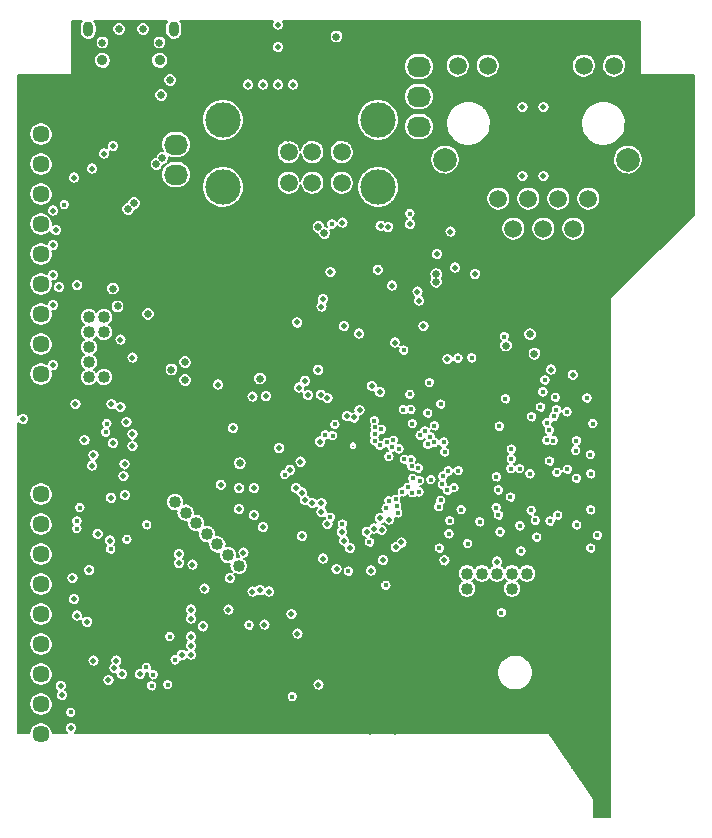
<source format=gbr>
G04 #@! TF.FileFunction,Copper,L2,Inr,Plane*
%FSLAX46Y46*%
G04 Gerber Fmt 4.6, Leading zero omitted, Abs format (unit mm)*
G04 Created by KiCad (PCBNEW 0.201512080931+6353~38~ubuntu14.04.1-stable) date Mon 21 Dec 2015 12:54:57 AM PST*
%MOMM*%
G01*
G04 APERTURE LIST*
%ADD10C,0.100000*%
%ADD11C,1.500000*%
%ADD12C,3.000000*%
%ADD13C,1.016000*%
%ADD14C,1.450000*%
%ADD15R,2.032000X1.727200*%
%ADD16O,2.032000X1.727200*%
%ADD17O,0.900000X1.300000*%
%ADD18C,0.900000*%
%ADD19C,2.000000*%
%ADD20C,0.508000*%
%ADD21C,0.431800*%
%ADD22C,0.635000*%
%ADD23C,0.203200*%
%ADD24C,0.177800*%
G04 APERTURE END LIST*
D10*
D11*
X104211000Y-98104000D03*
X101711000Y-98104000D03*
X99711000Y-98104000D03*
X97211000Y-98104000D03*
X104211000Y-95504000D03*
X101711000Y-95504000D03*
X99711000Y-95504000D03*
X97211000Y-95504000D03*
D12*
X107281000Y-98454000D03*
X107281000Y-92774000D03*
X94141000Y-98454000D03*
X94141000Y-92774000D03*
D13*
X114808000Y-132461000D03*
X114808000Y-131191000D03*
X116078000Y-132461000D03*
X116078000Y-131191000D03*
X117348000Y-132461000D03*
X117348000Y-131191000D03*
X118618000Y-132461000D03*
X118618000Y-131191000D03*
X119888000Y-132461000D03*
X119888000Y-131191000D03*
X84074000Y-114554000D03*
X82804000Y-114554000D03*
X84074000Y-113284000D03*
X82804000Y-113284000D03*
X84074000Y-112014000D03*
X82804000Y-112014000D03*
X84074000Y-110744000D03*
X82804000Y-110744000D03*
X84074000Y-109474000D03*
X82804000Y-109474000D03*
X89185910Y-124237910D03*
X90083936Y-125135936D03*
X90981962Y-126033962D03*
X91879987Y-126931987D03*
X92778013Y-127830013D03*
X93676038Y-128728038D03*
X94574064Y-129626064D03*
X95472090Y-130524090D03*
D14*
X78740000Y-91440000D03*
X78740000Y-93980000D03*
X78740000Y-96520000D03*
X78740000Y-99060000D03*
X78740000Y-101600000D03*
X78740000Y-104140000D03*
X78740000Y-106680000D03*
X78740000Y-109220000D03*
X78740000Y-111760000D03*
X78740000Y-114300000D03*
X78740000Y-121920000D03*
X78740000Y-124460000D03*
X78740000Y-127000000D03*
X78740000Y-129540000D03*
X78740000Y-132080000D03*
X78740000Y-134620000D03*
X78740000Y-137160000D03*
X78740000Y-139700000D03*
X78740000Y-142240000D03*
X78740000Y-144780000D03*
D15*
X110744000Y-85725000D03*
D16*
X110744000Y-88265000D03*
X110744000Y-90805000D03*
X110744000Y-93345000D03*
D15*
X90170000Y-92329000D03*
D16*
X90170000Y-94869000D03*
X90170000Y-97409000D03*
D17*
X82735000Y-85090000D03*
X89985000Y-85090000D03*
D18*
X83935000Y-87740000D03*
X88785000Y-87740000D03*
D11*
X125095000Y-99441000D03*
X123825000Y-101981000D03*
X122555000Y-99441000D03*
X121285000Y-101981000D03*
X120015000Y-99441000D03*
X118745000Y-101981000D03*
X117475000Y-99441000D03*
X116205000Y-101981000D03*
X114010000Y-88191000D03*
X116560000Y-88191000D03*
X124710000Y-88191000D03*
X127260000Y-88191000D03*
D19*
X128435000Y-96141000D03*
X112945000Y-96141000D03*
D20*
X94996000Y-118872000D03*
D21*
X114035000Y-112950000D03*
X115215000Y-112930000D03*
X100330000Y-104648000D03*
D20*
X122047000Y-105537000D03*
X101981000Y-103251000D03*
X101727000Y-99314000D03*
X103632000Y-99314000D03*
X102997000Y-100711000D03*
X99060000Y-106045000D03*
X97282000Y-104140000D03*
X97282012Y-101219000D03*
X100584000Y-100584000D03*
X99441000Y-101981000D03*
X99314000Y-103759000D03*
X105664000Y-88392000D03*
X98298000Y-93472000D03*
X121666000Y-89027000D03*
X121793000Y-103251000D03*
X119507000Y-95250000D03*
X121285000Y-95250000D03*
D21*
X108331000Y-132715000D03*
D20*
X108966000Y-100520480D03*
X97790002Y-109347000D03*
X100203000Y-106934000D03*
X113053764Y-104116236D03*
D21*
X81788000Y-129667000D03*
D20*
X94488002Y-142240000D03*
X94869000Y-132715000D03*
X87630000Y-95758000D03*
X88392000Y-97663000D03*
X102616000Y-112014000D03*
X123063000Y-91694000D03*
X117729000Y-91694000D03*
X84074000Y-133477000D03*
D22*
X80644998Y-96139000D03*
D20*
X98425000Y-99695000D03*
X95377000Y-101219000D03*
X95250000Y-102997000D03*
X96138291Y-125514119D03*
D22*
X82931000Y-91694000D03*
X81915000Y-90932000D03*
X90932000Y-90424000D03*
X90931999Y-88391999D03*
X91694000Y-89408000D03*
D20*
X77470000Y-144145000D03*
X77470000Y-133350000D03*
X77470000Y-114935000D03*
X77470000Y-102870000D03*
X105410000Y-85725000D03*
X113030000Y-86360000D03*
X120015000Y-86360000D03*
X127635000Y-86360000D03*
X132080000Y-90805000D03*
X106680000Y-142240000D03*
X109196243Y-142216243D03*
X111760000Y-142240000D03*
X114300000Y-142240000D03*
X116840000Y-142240000D03*
X119380000Y-142240000D03*
X121920000Y-139700000D03*
X124460000Y-139700000D03*
X124460000Y-142240000D03*
X121920000Y-142240000D03*
D21*
X86360000Y-144526000D03*
X88900000Y-144526000D03*
X91440000Y-144526000D03*
X93980000Y-144526000D03*
X96520000Y-144526000D03*
X99163686Y-144591064D03*
X101600000Y-144526000D03*
X104140000Y-144526000D03*
X111760000Y-144526000D03*
X114300000Y-144526000D03*
X116840000Y-144526000D03*
X119380000Y-144526000D03*
X122936000Y-146177000D03*
X121793000Y-144526000D03*
X123825000Y-147574000D03*
X124714000Y-148844000D03*
X125730000Y-150114000D03*
X125730000Y-151638000D03*
X126746000Y-151638000D03*
X126746000Y-149860000D03*
X126746000Y-147320000D03*
X126746000Y-144780000D03*
X126746000Y-142240000D03*
X133858000Y-100584000D03*
X132334000Y-102108000D03*
X130810000Y-103632000D03*
X129540000Y-104902000D03*
X128270000Y-106172000D03*
X127000000Y-107442000D03*
X126746000Y-111760000D03*
X126746000Y-109474000D03*
X126834910Y-114300000D03*
X126834910Y-116840000D03*
D20*
X125475960Y-114808000D03*
X126746000Y-119380000D03*
X126746000Y-121920000D03*
D21*
X126746000Y-124460000D03*
D20*
X126746000Y-127000000D03*
X126746000Y-129540000D03*
X126746000Y-134620000D03*
X126746000Y-132080000D03*
D21*
X88660000Y-121195000D03*
X105135000Y-120920000D03*
D20*
X105346500Y-124841000D03*
D21*
X105460000Y-123945000D03*
D20*
X105981500Y-125349000D03*
X105791000Y-128524000D03*
D22*
X120078500Y-107569000D03*
D21*
X122240000Y-104760000D03*
X120425000Y-105505000D03*
X114380000Y-104440000D03*
X115145000Y-104335000D03*
D22*
X124713980Y-112268000D03*
D21*
X125412500Y-122174000D03*
X124076300Y-126362639D03*
X121856500Y-129413000D03*
X123317000Y-129413000D03*
X121158000Y-124206000D03*
X116448118Y-119959132D03*
X115443000Y-124358430D03*
X115314375Y-125768090D03*
D20*
X97218500Y-123253500D03*
D21*
X120141730Y-127088920D03*
X114215467Y-124168171D03*
D22*
X126682500Y-137858500D03*
X126682500Y-139954000D03*
D20*
X104330500Y-138747500D03*
X104838500Y-139954000D03*
D22*
X106616500Y-144526000D03*
X108712000Y-144526000D03*
D20*
X99060000Y-136525000D03*
X97790000Y-139446000D03*
X95123000Y-136398000D03*
X100326751Y-128520751D03*
X106553000Y-132715000D03*
X105410000Y-137287000D03*
X113030000Y-134239000D03*
X87757000Y-135128000D03*
X86614000Y-130429000D03*
X86233000Y-131445000D03*
X81835514Y-98933000D03*
X86360000Y-123952000D03*
X101346000Y-132588000D03*
X109474000Y-103632000D03*
D21*
X119313898Y-123123722D03*
X105727510Y-115316000D03*
X104711500Y-115316000D03*
X125285500Y-120205500D03*
X124968000Y-117919500D03*
X124015500Y-125476000D03*
X117650945Y-116841152D03*
X110600972Y-117119430D03*
X115316000Y-118808500D03*
X123270522Y-123902258D03*
X119306624Y-121488190D03*
X124079000Y-122301000D03*
X110299500Y-129667000D03*
X104076500Y-132461000D03*
X119272880Y-128139687D03*
X119329200Y-123952020D03*
X119176800Y-124790200D03*
D22*
X118237000Y-107569000D03*
X123063000Y-112268000D03*
X121031000Y-110744000D03*
X119253000Y-108966000D03*
X117141422Y-108115580D03*
D21*
X115189000Y-109601000D03*
D22*
X113245125Y-108800125D03*
X114130662Y-107971162D03*
X117030500Y-112903000D03*
D21*
X117030500Y-110998000D03*
X117983000Y-109156500D03*
D22*
X120078500Y-109156500D03*
X121793000Y-107950000D03*
D20*
X118173500Y-112903000D03*
X119317728Y-112916416D03*
X119964198Y-113004601D03*
X121158000Y-112908069D03*
X107442000Y-112925809D03*
X105410000Y-110236000D03*
X103859113Y-107018119D03*
X104267000Y-108077000D03*
X105410000Y-108966000D03*
X108077000Y-108331000D03*
X98806000Y-108966000D03*
X104198980Y-104716020D03*
X106079398Y-105520998D03*
X112087451Y-99295477D03*
X97536000Y-86614000D03*
X97536000Y-84709000D03*
X102997000Y-86995000D03*
X103886000Y-87884000D03*
X98298000Y-92456000D03*
D22*
X85090000Y-103251000D03*
X83185000Y-102489000D03*
X81788000Y-105664000D03*
X82677000Y-105918000D03*
X84709000Y-107950000D03*
X89745810Y-107442000D03*
X88138000Y-107442000D03*
D20*
X96245445Y-127113297D03*
X79502000Y-118999000D03*
X79502000Y-117094000D03*
X97282000Y-111252000D03*
X97282000Y-112903000D03*
X94996000Y-119761000D03*
X95758000Y-117094000D03*
X97282000Y-116586000D03*
X97282000Y-118110000D03*
X96139000Y-128270000D03*
X99314000Y-129540000D03*
X99314000Y-130937000D03*
X100330000Y-131908002D03*
X100711000Y-134493000D03*
X83312000Y-140182632D03*
X81915000Y-138557000D03*
X89408000Y-143002000D03*
X83947000Y-144272000D03*
X102362000Y-136017000D03*
X114300000Y-138811000D03*
X116332000Y-137668000D03*
X111252000Y-138811000D03*
X109728000Y-141224000D03*
X109728000Y-136398000D03*
X104013000Y-141224000D03*
X92608390Y-138430000D03*
X90043000Y-137795000D03*
X115935118Y-134731118D03*
X108839000Y-131699000D03*
D21*
X99695000Y-123698000D03*
X112060000Y-128645000D03*
X104295000Y-122280000D03*
X99020000Y-112380000D03*
X98435000Y-113315000D03*
X98435000Y-114530000D03*
X98445000Y-116165000D03*
D20*
X97409000Y-118999000D03*
D21*
X99705000Y-111615000D03*
X100530000Y-113500000D03*
D20*
X100203000Y-107950000D03*
D21*
X115455000Y-111280000D03*
X114770000Y-112070000D03*
D22*
X116141500Y-111887000D03*
D21*
X112760000Y-110430000D03*
X112760000Y-109385000D03*
X112790000Y-111295000D03*
X120710000Y-104780000D03*
X116230000Y-105820000D03*
D20*
X104394011Y-124002800D03*
X102971600Y-123723400D03*
D21*
X107950000Y-122885200D03*
D20*
X106553000Y-133413500D03*
X106553000Y-134175500D03*
X106553000Y-135064500D03*
X106553000Y-135953500D03*
X104076500Y-133413500D03*
X104076500Y-134239000D03*
X104076500Y-135128000D03*
X104076500Y-135953500D03*
X103568500Y-136461500D03*
X103568500Y-137223500D03*
X103568500Y-138239500D03*
X107315000Y-136588500D03*
X107378500Y-137858500D03*
X106489500Y-139636500D03*
X104965500Y-142836890D03*
X104895640Y-144335500D03*
X105924360Y-144334510D03*
X106108500Y-142811500D03*
X111696500Y-131318000D03*
X112331500Y-132016500D03*
X112839500Y-132524500D03*
X109410500Y-132334000D03*
X110045500Y-133032500D03*
X110744000Y-133667500D03*
X110871000Y-134620000D03*
X111633000Y-135572500D03*
X113093500Y-136017000D03*
X117094000Y-135890000D03*
X126602366Y-136137640D03*
X124777500Y-136080500D03*
X122428000Y-136080500D03*
X120523000Y-136080500D03*
X118681500Y-136080500D03*
X117348000Y-137166360D03*
X118999000Y-137166360D03*
X120523000Y-137166360D03*
X122428000Y-137166360D03*
X124777500Y-137166360D03*
X126644862Y-137166360D03*
X115471573Y-136807573D03*
X114797702Y-135820812D03*
X103123709Y-114934709D03*
X110299500Y-110744000D03*
X111771794Y-112192706D03*
X101897190Y-142285722D03*
X124460000Y-144780000D03*
X125222000Y-146812000D03*
X124460000Y-134620000D03*
X124487084Y-132090833D03*
X121920000Y-134620000D03*
X121892916Y-132090833D03*
X111125000Y-130683000D03*
D21*
X86942639Y-126492020D03*
X87600170Y-124557170D03*
D20*
X105410000Y-112268000D03*
X91186000Y-107442000D03*
X91186000Y-105537000D03*
X91186000Y-103378000D03*
X91186000Y-101219000D03*
X89789000Y-104394000D03*
X89789000Y-102997000D03*
X86106000Y-94615000D03*
D22*
X82931000Y-107205756D03*
D20*
X85598000Y-132461000D03*
X86106000Y-92583000D03*
X82042000Y-88900000D03*
D22*
X82931000Y-98298000D03*
X84582000Y-99187000D03*
X84582000Y-97790000D03*
X85598000Y-98552000D03*
X93091000Y-113157000D03*
X92329000Y-112649000D03*
X91948000Y-112014000D03*
X89916000Y-112141000D03*
X90932000Y-111379000D03*
D20*
X89789000Y-101028500D03*
X88011000Y-99314000D03*
X90043000Y-99313998D03*
X87649062Y-93472000D03*
X87096599Y-119888000D03*
X87096599Y-117094000D03*
X87096599Y-114173000D03*
X88412348Y-114173000D03*
X88412348Y-115570000D03*
X88412348Y-117348000D03*
X88412348Y-119380000D03*
X87249000Y-112395000D03*
X89789000Y-109855000D03*
X88519000Y-111125000D03*
X91186000Y-110109000D03*
X98425000Y-98171000D03*
X99060000Y-96901000D03*
X98425000Y-95631000D03*
X99695000Y-94361000D03*
X100711000Y-94742000D03*
X102870000Y-96012000D03*
X102616000Y-94742000D03*
X104140000Y-96774000D03*
X109855000Y-96774000D03*
X120659029Y-102997000D03*
X116586000Y-104394000D03*
X119238974Y-104379974D03*
X119253000Y-103124000D03*
X117602000Y-102870000D03*
X116967000Y-100711000D03*
X118745000Y-99441000D03*
X121920000Y-100711000D03*
X123190000Y-100584000D03*
X123825000Y-98933000D03*
X125590991Y-101092000D03*
X125590991Y-102997000D03*
X125590991Y-104775000D03*
X123063000Y-103124000D03*
D21*
X98213296Y-118449021D03*
D20*
X98552000Y-117094000D03*
X86995000Y-110251014D03*
X81724500Y-136842500D03*
X96393000Y-118237000D03*
X99314000Y-119761000D03*
X100076000Y-116713000D03*
X100076000Y-118618006D03*
X100063138Y-114541138D03*
D22*
X82931000Y-99631500D03*
D20*
X86106000Y-97408998D03*
X107060992Y-141224000D03*
X104902000Y-141224000D03*
D21*
X110210000Y-123130000D03*
D20*
X113157000Y-113029936D03*
D21*
X124015500Y-120777000D03*
D20*
X123761500Y-114363500D03*
D21*
X107010200Y-119964200D03*
D20*
X104394000Y-128397000D03*
D21*
X107954313Y-125678596D03*
X113150798Y-124145452D03*
D20*
X93956243Y-123674243D03*
X104648000Y-117856000D03*
X107442000Y-115824000D03*
X100838000Y-124333000D03*
X100711000Y-121716820D03*
D21*
X103251000Y-126428500D03*
X110836068Y-119499191D03*
D20*
X98907600Y-120573800D03*
D21*
X102806500Y-119443500D03*
X109791500Y-123888500D03*
X104765000Y-130990000D03*
X125285500Y-122745500D03*
D20*
X95523243Y-123971243D03*
D21*
X112712500Y-123634500D03*
X117609982Y-127668382D03*
X117456399Y-124111498D03*
X117281248Y-125603012D03*
X110791211Y-123329750D03*
X125285500Y-129032000D03*
X125857000Y-127952500D03*
X125249658Y-121120000D03*
D22*
X95567500Y-121856500D03*
D20*
X107696000Y-130048000D03*
X104199963Y-127664981D03*
D21*
X117538500Y-118706940D03*
X117284500Y-122999500D03*
X122478800Y-126238000D03*
X120243600Y-125831600D03*
X122428000Y-122631200D03*
X124968000Y-116332000D03*
X120142000Y-122745500D03*
D22*
X118110000Y-111887000D03*
X120523000Y-112585500D03*
X120142000Y-110934500D03*
D21*
X117983000Y-111125000D03*
D20*
X121920000Y-113919000D03*
D21*
X125285500Y-125793500D03*
X112470000Y-129035000D03*
X110070832Y-117296129D03*
D22*
X102235000Y-101854000D03*
X102743000Y-102362006D03*
X103759000Y-85725000D03*
X89662000Y-89408000D03*
D21*
X109450000Y-112270000D03*
D20*
X105664000Y-110871000D03*
D22*
X112204500Y-106489500D03*
X112204500Y-105854500D03*
D20*
X98806000Y-86614000D03*
X98806000Y-84709000D03*
D22*
X88900000Y-90678000D03*
X86106008Y-100330000D03*
X86613996Y-99822000D03*
X88519000Y-96520000D03*
X89027000Y-96012000D03*
D21*
X86020000Y-128295000D03*
D20*
X86487000Y-120396000D03*
X82833099Y-130907901D03*
D22*
X84836000Y-107061000D03*
D20*
X84836000Y-94996000D03*
X84074000Y-95631000D03*
X81811757Y-106783243D03*
X83185000Y-121158000D03*
X81280000Y-144272000D03*
D21*
X81265000Y-142938480D03*
D20*
X92583008Y-132461000D03*
D22*
X85222158Y-108579842D03*
X87803009Y-109213428D03*
X89789000Y-113919000D03*
X90932000Y-114808000D03*
X90932000Y-113284000D03*
D20*
X86487002Y-112903000D03*
D21*
X89662000Y-136525000D03*
D22*
X85343998Y-85090000D03*
X87376000Y-85090000D03*
X88773000Y-86233000D03*
X83947000Y-86233000D03*
D20*
X81534000Y-133350000D03*
X81788000Y-134747000D03*
D21*
X118554500Y-121488220D03*
X118554500Y-120650000D03*
D20*
X103767407Y-130818407D03*
X108126786Y-101863394D03*
X100431600Y-109931200D03*
X108458000Y-106807000D03*
X107500325Y-101759531D03*
X79756000Y-100457004D03*
X79756000Y-103378000D03*
X79756000Y-105918000D03*
X80010000Y-102108000D03*
X79756000Y-108458000D03*
X79755960Y-113538000D03*
X77216000Y-118110000D03*
X85115380Y-138557000D03*
X102235000Y-140589000D03*
X107579569Y-127505483D03*
X96647000Y-132715000D03*
X97663000Y-135509000D03*
X100457000Y-136271000D03*
X102489000Y-125222000D03*
X97282000Y-132588000D03*
X102489000Y-125984000D03*
D21*
X109982000Y-100711000D03*
X103378000Y-101600000D03*
D20*
X112903000Y-130073390D03*
D21*
X125476000Y-118491000D03*
D20*
X108204000Y-126619000D03*
D21*
X119380000Y-129286000D03*
D20*
X117348000Y-130175000D03*
X109257637Y-128562120D03*
X107442000Y-126505982D03*
D21*
X90090000Y-138500000D03*
X89465000Y-140595000D03*
X117730000Y-134510000D03*
D20*
X100838000Y-128016000D03*
D21*
X82042000Y-125603000D03*
D20*
X82422998Y-119888000D03*
D21*
X81788000Y-127381000D03*
D20*
X81661000Y-116840000D03*
D21*
X81788000Y-126746000D03*
D20*
X85471000Y-117094000D03*
X92456000Y-135661380D03*
X85471000Y-111379000D03*
X91440000Y-136525000D03*
X84709000Y-116840000D03*
X84659999Y-124777520D03*
X80264000Y-106934000D03*
X84836000Y-120142000D03*
X85979000Y-118364000D03*
X85852000Y-124548880D03*
X81407000Y-131572000D03*
X91440000Y-135001000D03*
D21*
X84328000Y-118491000D03*
D20*
X91440000Y-134239000D03*
D21*
X84221698Y-119225948D03*
D20*
X83185000Y-138557000D03*
D21*
X87655000Y-139125000D03*
D20*
X80414764Y-140692236D03*
X87122000Y-139700000D03*
X80518000Y-141478000D03*
X84963000Y-139192000D03*
X85598000Y-139700000D03*
X84455000Y-140208000D03*
D21*
X88250000Y-139745000D03*
X88100000Y-140695000D03*
X106553000Y-128524000D03*
D20*
X121285000Y-97532179D03*
X101346000Y-116078000D03*
X102429037Y-116048019D03*
X102997000Y-116332000D03*
D21*
X103632000Y-118554500D03*
D20*
X119507000Y-97532179D03*
X94742000Y-131572000D03*
X105714800Y-117361982D03*
X106743500Y-115316000D03*
X95504000Y-125730000D03*
X101727000Y-125222000D03*
X95885000Y-129413000D03*
X101092000Y-124968000D03*
X94615000Y-134239000D03*
X111125000Y-110236000D03*
X100584000Y-115443000D03*
X101092000Y-114871500D03*
X106934000Y-127381000D03*
X102616000Y-129921000D03*
X83058000Y-96901000D03*
X91440000Y-138049000D03*
D21*
X80708500Y-99949000D03*
D20*
X91440000Y-137287000D03*
X85816283Y-121920000D03*
X83058000Y-122047000D03*
X81534000Y-97663000D03*
X85725000Y-122936000D03*
D21*
X84630000Y-129115000D03*
D20*
X93726000Y-115189000D03*
X82648159Y-135283841D03*
D21*
X87693500Y-127063500D03*
D20*
X83540620Y-127840863D03*
X91567000Y-130429004D03*
X90433270Y-130311270D03*
X90424000Y-129540000D03*
D21*
X110747082Y-124274036D03*
X112406168Y-125538751D03*
D20*
X98044000Y-132715000D03*
X102997000Y-127000000D03*
X90669643Y-138060385D03*
X84573018Y-128404814D03*
X100076000Y-89789000D03*
X96266000Y-89789000D03*
D21*
X99377500Y-122809000D03*
D20*
X102489000Y-108585000D03*
D21*
X114871500Y-128651000D03*
X120713500Y-128104910D03*
X115887500Y-126809500D03*
X118491000Y-124714000D03*
X121843800Y-126746000D03*
X117475000Y-126238000D03*
X112777632Y-122937632D03*
X112583856Y-125005248D03*
X124094218Y-127076767D03*
X108951197Y-126047823D03*
X108845679Y-125475434D03*
X120586500Y-126682500D03*
X108775500Y-124904500D03*
X114307558Y-125785942D03*
X109347000Y-124269500D03*
X113347500Y-126720570D03*
X113284000Y-127825500D03*
X110172500Y-124333000D03*
X119285003Y-127152916D03*
X111760000Y-123240800D03*
X113220500Y-122504220D03*
X112585500Y-116840000D03*
X118046500Y-116395500D03*
X111472247Y-120243837D03*
X118517928Y-122320000D03*
X114071420Y-122478800D03*
X111252000Y-119126000D03*
X123317000Y-122364500D03*
X112052080Y-118681500D03*
X121793000Y-121666000D03*
X110179967Y-118501871D03*
X123275985Y-117496661D03*
X122293018Y-116263782D03*
X111632828Y-115029791D03*
X122175625Y-117854375D03*
X124079000Y-119951500D03*
X121412000Y-114808000D03*
X110671876Y-122258151D03*
X112928793Y-120897518D03*
X110128688Y-122126936D03*
X112852200Y-120065800D03*
X110074660Y-121564584D03*
X112022836Y-120078591D03*
X109517948Y-121516183D03*
X111701674Y-119621288D03*
X119262170Y-122310494D03*
X113706252Y-123926580D03*
X108204000Y-121285000D03*
X109046565Y-120640949D03*
X124079000Y-123126500D03*
X121564430Y-119913420D03*
X108487271Y-120472930D03*
X120269000Y-117919500D03*
X108587914Y-119923256D03*
X108013500Y-120078500D03*
X121031000Y-117094000D03*
X121233106Y-115812394D03*
X107442000Y-120332500D03*
X122385061Y-117331694D03*
X107569000Y-118973580D03*
X109433004Y-117306985D03*
X121581012Y-118409276D03*
X107031398Y-118816554D03*
X109982000Y-116014500D03*
X121793000Y-119062500D03*
X106959420Y-118262400D03*
X111480580Y-117602000D03*
X122123071Y-119927238D03*
X106984800Y-119380000D03*
D20*
X110617000Y-107315000D03*
X97536000Y-89789000D03*
X110744000Y-108077000D03*
X98806000Y-89789000D03*
X107251500Y-105473500D03*
X102616000Y-107950000D03*
X104394000Y-110236000D03*
X103251000Y-105664000D03*
X108712000Y-111633000D03*
X113792000Y-105283000D03*
X115497019Y-105845019D03*
D21*
X107950000Y-132182992D03*
D20*
X113411000Y-102235000D03*
X121285000Y-91694000D03*
X119507000Y-91694000D03*
D21*
X108204000Y-125031500D03*
X96355000Y-135550000D03*
D20*
X105271856Y-117974448D03*
X108772093Y-128971372D03*
X104902000Y-129032000D03*
X106680000Y-130937000D03*
X100330000Y-123952000D03*
X106317948Y-127662013D03*
X99949000Y-134620000D03*
D21*
X104267000Y-127000000D03*
D20*
X96774000Y-123952000D03*
X96774000Y-126238000D03*
X97536000Y-127254000D03*
X99827950Y-122397603D03*
X102352449Y-120022803D03*
D21*
X103441500Y-119507000D03*
D20*
X102212974Y-113944380D03*
D21*
X100012500Y-141605000D03*
D22*
X97282000Y-114681000D03*
D20*
X96647000Y-116205000D03*
X97790000Y-116179609D03*
X86487000Y-119380000D03*
X104267000Y-101473000D03*
X109982000Y-101600000D03*
X112268000Y-104140000D03*
D23*
X105156000Y-120361000D02*
X105155000Y-120360000D01*
X105791000Y-128524000D02*
X105791000Y-125539500D01*
X105791000Y-125539500D02*
X105981500Y-125349000D01*
X105460000Y-132030000D02*
X105460000Y-123945000D01*
X104076500Y-133413500D02*
X105460000Y-132030000D01*
D24*
G36*
X82143641Y-84480652D02*
X82076256Y-84603226D01*
X82033962Y-84736554D01*
X82018370Y-84875557D01*
X82018300Y-84885564D01*
X82018300Y-85294436D01*
X82031949Y-85433644D01*
X82072378Y-85567549D01*
X82138045Y-85691052D01*
X82226451Y-85799447D01*
X82334226Y-85888607D01*
X82457268Y-85955135D01*
X82590887Y-85996498D01*
X82729997Y-86011119D01*
X82869296Y-85998441D01*
X83003481Y-85958949D01*
X83127439Y-85894145D01*
X83236449Y-85806499D01*
X83326359Y-85699348D01*
X83393744Y-85576774D01*
X83436038Y-85443446D01*
X83451630Y-85304443D01*
X83451700Y-85294436D01*
X83451700Y-85139121D01*
X84759030Y-85139121D01*
X84779711Y-85251807D01*
X84821887Y-85358329D01*
X84883949Y-85454631D01*
X84963534Y-85537044D01*
X85057611Y-85602429D01*
X85162597Y-85648296D01*
X85274492Y-85672898D01*
X85389034Y-85675297D01*
X85501861Y-85655402D01*
X85608675Y-85613972D01*
X85705408Y-85552584D01*
X85788375Y-85473576D01*
X85854415Y-85379957D01*
X85901014Y-85275295D01*
X85926396Y-85163574D01*
X85926737Y-85139121D01*
X86791032Y-85139121D01*
X86811713Y-85251807D01*
X86853889Y-85358329D01*
X86915951Y-85454631D01*
X86995536Y-85537044D01*
X87089613Y-85602429D01*
X87194599Y-85648296D01*
X87306494Y-85672898D01*
X87421036Y-85675297D01*
X87533863Y-85655402D01*
X87640677Y-85613972D01*
X87737410Y-85552584D01*
X87820377Y-85473576D01*
X87886417Y-85379957D01*
X87933016Y-85275295D01*
X87958398Y-85163574D01*
X87960225Y-85032716D01*
X87937972Y-84920331D01*
X87894314Y-84814408D01*
X87830913Y-84718982D01*
X87750185Y-84637688D01*
X87655204Y-84573623D01*
X87549589Y-84529226D01*
X87437361Y-84506189D01*
X87322796Y-84505389D01*
X87210258Y-84526857D01*
X87104033Y-84569775D01*
X87008167Y-84632508D01*
X86926311Y-84712666D01*
X86861584Y-84807198D01*
X86816451Y-84912501D01*
X86792631Y-85024565D01*
X86791032Y-85139121D01*
X85926737Y-85139121D01*
X85928223Y-85032716D01*
X85905970Y-84920331D01*
X85862312Y-84814408D01*
X85798911Y-84718982D01*
X85718183Y-84637688D01*
X85623202Y-84573623D01*
X85517587Y-84529226D01*
X85405359Y-84506189D01*
X85290794Y-84505389D01*
X85178256Y-84526857D01*
X85072031Y-84569775D01*
X84976165Y-84632508D01*
X84894309Y-84712666D01*
X84829582Y-84807198D01*
X84784449Y-84912501D01*
X84760629Y-85024565D01*
X84759030Y-85139121D01*
X83451700Y-85139121D01*
X83451700Y-84885564D01*
X83438051Y-84746356D01*
X83397622Y-84612451D01*
X83331955Y-84488948D01*
X83273193Y-84416900D01*
X89447135Y-84416900D01*
X89393641Y-84480652D01*
X89326256Y-84603226D01*
X89283962Y-84736554D01*
X89268370Y-84875557D01*
X89268300Y-84885564D01*
X89268300Y-85294436D01*
X89281949Y-85433644D01*
X89322378Y-85567549D01*
X89388045Y-85691052D01*
X89476451Y-85799447D01*
X89584226Y-85888607D01*
X89707268Y-85955135D01*
X89840887Y-85996498D01*
X89979997Y-86011119D01*
X90119296Y-85998441D01*
X90253481Y-85958949D01*
X90377439Y-85894145D01*
X90486449Y-85806499D01*
X90513617Y-85774121D01*
X103174032Y-85774121D01*
X103194713Y-85886807D01*
X103236889Y-85993329D01*
X103298951Y-86089631D01*
X103378536Y-86172044D01*
X103472613Y-86237429D01*
X103577599Y-86283296D01*
X103689494Y-86307898D01*
X103804036Y-86310297D01*
X103916863Y-86290402D01*
X104023677Y-86248972D01*
X104120410Y-86187584D01*
X104203377Y-86108576D01*
X104269417Y-86014957D01*
X104316016Y-85910295D01*
X104341398Y-85798574D01*
X104343225Y-85667716D01*
X104320972Y-85555331D01*
X104277314Y-85449408D01*
X104213913Y-85353982D01*
X104133185Y-85272688D01*
X104038204Y-85208623D01*
X103932589Y-85164226D01*
X103820361Y-85141189D01*
X103705796Y-85140389D01*
X103593258Y-85161857D01*
X103487033Y-85204775D01*
X103391167Y-85267508D01*
X103309311Y-85347666D01*
X103244584Y-85442198D01*
X103199451Y-85547501D01*
X103175631Y-85659565D01*
X103174032Y-85774121D01*
X90513617Y-85774121D01*
X90576359Y-85699348D01*
X90643744Y-85576774D01*
X90686038Y-85443446D01*
X90701630Y-85304443D01*
X90701700Y-85294436D01*
X90701700Y-84885564D01*
X90688051Y-84746356D01*
X90647622Y-84612451D01*
X90581955Y-84488948D01*
X90523193Y-84416900D01*
X98374914Y-84416900D01*
X98347500Y-84456937D01*
X98307273Y-84550794D01*
X98286042Y-84650677D01*
X98284616Y-84752782D01*
X98303050Y-84853219D01*
X98340640Y-84948162D01*
X98395957Y-85033996D01*
X98466891Y-85107451D01*
X98550743Y-85165729D01*
X98644316Y-85206611D01*
X98744049Y-85228538D01*
X98846141Y-85230677D01*
X98946704Y-85212945D01*
X99041908Y-85176018D01*
X99128126Y-85121302D01*
X99202074Y-85050882D01*
X99260936Y-84967440D01*
X99302470Y-84874154D01*
X99325093Y-84774577D01*
X99326722Y-84657943D01*
X99306888Y-84557773D01*
X99267975Y-84463364D01*
X99237105Y-84416900D01*
X129451100Y-84416900D01*
X129451100Y-88900000D01*
X129454620Y-88924767D01*
X129464900Y-88947573D01*
X129481127Y-88966612D01*
X129502015Y-88980376D01*
X129525911Y-88987777D01*
X129540000Y-88988900D01*
X134023100Y-88988900D01*
X134023100Y-100801176D01*
X126937138Y-107887138D01*
X126918104Y-107915413D01*
X126911100Y-107950000D01*
X126911100Y-151803100D01*
X125564900Y-151803100D01*
X125564900Y-150368000D01*
X125549452Y-150317919D01*
X121739452Y-144729919D01*
X121700587Y-144698104D01*
X121666000Y-144691100D01*
X81591414Y-144691100D01*
X81602126Y-144684302D01*
X81676074Y-144613882D01*
X81734936Y-144530440D01*
X81776470Y-144437154D01*
X81799093Y-144337577D01*
X81800722Y-144220943D01*
X81780888Y-144120773D01*
X81741975Y-144026364D01*
X81685466Y-143941310D01*
X81613512Y-143868853D01*
X81528856Y-143811751D01*
X81434720Y-143772180D01*
X81334691Y-143751647D01*
X81232579Y-143750934D01*
X81132274Y-143770069D01*
X81037595Y-143808321D01*
X80952149Y-143864236D01*
X80879191Y-143935681D01*
X80821500Y-144019937D01*
X80781273Y-144113794D01*
X80760042Y-144213677D01*
X80758616Y-144315782D01*
X80777050Y-144416219D01*
X80814640Y-144511162D01*
X80869957Y-144596996D01*
X80940891Y-144670451D01*
X80970601Y-144691100D01*
X79731626Y-144691100D01*
X79731742Y-144682759D01*
X79693967Y-144491980D01*
X79619856Y-144312173D01*
X79512231Y-144150184D01*
X79375192Y-144012185D01*
X79213959Y-143903432D01*
X79034672Y-143828067D01*
X78844162Y-143788961D01*
X78649685Y-143787603D01*
X78458647Y-143824046D01*
X78278326Y-143896900D01*
X78115591Y-144003391D01*
X77976638Y-144139463D01*
X77866762Y-144299933D01*
X77790147Y-144478689D01*
X77749712Y-144668921D01*
X77749402Y-144691100D01*
X76796900Y-144691100D01*
X76796900Y-142323385D01*
X77746997Y-142323385D01*
X77782105Y-142514672D01*
X77853698Y-142695497D01*
X77959051Y-142858973D01*
X78094150Y-142998871D01*
X78253849Y-143109865D01*
X78432065Y-143187726D01*
X78622011Y-143229488D01*
X78816450Y-143233561D01*
X79007978Y-143199790D01*
X79189299Y-143129460D01*
X79353505Y-143025251D01*
X79402012Y-142979058D01*
X80781766Y-142979058D01*
X80798851Y-143072146D01*
X80833691Y-143160143D01*
X80884960Y-143239696D01*
X80950704Y-143307777D01*
X81028420Y-143361790D01*
X81115147Y-143399681D01*
X81207582Y-143420004D01*
X81302204Y-143421986D01*
X81395409Y-143405551D01*
X81483646Y-143371326D01*
X81563556Y-143320614D01*
X81632093Y-143255347D01*
X81686649Y-143178010D01*
X81725143Y-143091549D01*
X81746111Y-142999258D01*
X81747621Y-142891159D01*
X81729238Y-142798318D01*
X81693172Y-142710817D01*
X81640798Y-142631987D01*
X81574109Y-142564831D01*
X81495647Y-142511908D01*
X81408399Y-142475232D01*
X81315690Y-142456202D01*
X81221049Y-142455541D01*
X81128083Y-142473275D01*
X81040332Y-142508729D01*
X80961138Y-142560552D01*
X80893518Y-142626770D01*
X80840048Y-142704861D01*
X80802764Y-142791850D01*
X80783087Y-142884425D01*
X80781766Y-142979058D01*
X79402012Y-142979058D01*
X79494344Y-142891132D01*
X79606450Y-142732212D01*
X79685553Y-142554544D01*
X79728640Y-142364894D01*
X79731742Y-142142759D01*
X79693967Y-141951980D01*
X79619856Y-141772173D01*
X79512231Y-141610184D01*
X79375192Y-141472185D01*
X79213959Y-141363432D01*
X79034672Y-141288067D01*
X78844162Y-141248961D01*
X78649685Y-141247603D01*
X78458647Y-141284046D01*
X78278326Y-141356900D01*
X78115591Y-141463391D01*
X77976638Y-141599463D01*
X77866762Y-141759933D01*
X77790147Y-141938689D01*
X77749712Y-142128921D01*
X77746997Y-142323385D01*
X76796900Y-142323385D01*
X76796900Y-140736018D01*
X79893380Y-140736018D01*
X79911814Y-140836455D01*
X79949404Y-140931398D01*
X80004721Y-141017232D01*
X80075655Y-141090687D01*
X80130406Y-141128740D01*
X80117191Y-141141681D01*
X80059500Y-141225937D01*
X80019273Y-141319794D01*
X79998042Y-141419677D01*
X79996616Y-141521782D01*
X80015050Y-141622219D01*
X80052640Y-141717162D01*
X80107957Y-141802996D01*
X80178891Y-141876451D01*
X80262743Y-141934729D01*
X80356316Y-141975611D01*
X80456049Y-141997538D01*
X80558141Y-141999677D01*
X80658704Y-141981945D01*
X80753908Y-141945018D01*
X80840126Y-141890302D01*
X80914074Y-141819882D01*
X80972936Y-141736440D01*
X81013390Y-141645578D01*
X99529266Y-141645578D01*
X99546351Y-141738666D01*
X99581191Y-141826663D01*
X99632460Y-141906216D01*
X99698204Y-141974297D01*
X99775920Y-142028310D01*
X99862647Y-142066201D01*
X99955082Y-142086524D01*
X100049704Y-142088506D01*
X100142909Y-142072071D01*
X100231146Y-142037846D01*
X100311056Y-141987134D01*
X100379593Y-141921867D01*
X100434149Y-141844530D01*
X100472643Y-141758069D01*
X100493611Y-141665778D01*
X100495121Y-141557679D01*
X100476738Y-141464838D01*
X100440672Y-141377337D01*
X100388298Y-141298507D01*
X100321609Y-141231351D01*
X100243147Y-141178428D01*
X100155899Y-141141752D01*
X100063190Y-141122722D01*
X99968549Y-141122061D01*
X99875583Y-141139795D01*
X99787832Y-141175249D01*
X99708638Y-141227072D01*
X99641018Y-141293290D01*
X99587548Y-141371381D01*
X99550264Y-141458370D01*
X99530587Y-141550945D01*
X99529266Y-141645578D01*
X81013390Y-141645578D01*
X81014470Y-141643154D01*
X81037093Y-141543577D01*
X81038722Y-141426943D01*
X81018888Y-141326773D01*
X80979975Y-141232364D01*
X80923466Y-141147310D01*
X80851512Y-141074853D01*
X80802663Y-141041903D01*
X80810838Y-141034118D01*
X80869700Y-140950676D01*
X80911234Y-140857390D01*
X80933857Y-140757813D01*
X80935486Y-140641179D01*
X80915652Y-140541009D01*
X80876739Y-140446600D01*
X80820230Y-140361546D01*
X80748276Y-140289089D01*
X80692967Y-140251782D01*
X83933616Y-140251782D01*
X83952050Y-140352219D01*
X83989640Y-140447162D01*
X84044957Y-140532996D01*
X84115891Y-140606451D01*
X84199743Y-140664729D01*
X84293316Y-140705611D01*
X84393049Y-140727538D01*
X84495141Y-140729677D01*
X84595704Y-140711945D01*
X84690908Y-140675018D01*
X84777126Y-140620302D01*
X84851074Y-140549882D01*
X84909936Y-140466440D01*
X84951470Y-140373154D01*
X84974093Y-140273577D01*
X84975722Y-140156943D01*
X84955888Y-140056773D01*
X84916975Y-139962364D01*
X84860466Y-139877310D01*
X84788512Y-139804853D01*
X84703856Y-139747751D01*
X84609720Y-139708180D01*
X84509691Y-139687647D01*
X84407579Y-139686934D01*
X84307274Y-139706069D01*
X84212595Y-139744321D01*
X84127149Y-139800236D01*
X84054191Y-139871681D01*
X83996500Y-139955937D01*
X83956273Y-140049794D01*
X83935042Y-140149677D01*
X83933616Y-140251782D01*
X80692967Y-140251782D01*
X80663620Y-140231987D01*
X80569484Y-140192416D01*
X80469455Y-140171883D01*
X80367343Y-140171170D01*
X80267038Y-140190305D01*
X80172359Y-140228557D01*
X80086913Y-140284472D01*
X80013955Y-140355917D01*
X79956264Y-140440173D01*
X79916037Y-140534030D01*
X79894806Y-140633913D01*
X79893380Y-140736018D01*
X76796900Y-140736018D01*
X76796900Y-139783385D01*
X77746997Y-139783385D01*
X77782105Y-139974672D01*
X77853698Y-140155497D01*
X77959051Y-140318973D01*
X78094150Y-140458871D01*
X78253849Y-140569865D01*
X78432065Y-140647726D01*
X78622011Y-140689488D01*
X78816450Y-140693561D01*
X79007978Y-140659790D01*
X79189299Y-140589460D01*
X79353505Y-140485251D01*
X79494344Y-140351132D01*
X79606450Y-140192212D01*
X79685553Y-140014544D01*
X79728640Y-139824894D01*
X79731742Y-139602759D01*
X79693967Y-139411980D01*
X79621344Y-139235782D01*
X84441616Y-139235782D01*
X84460050Y-139336219D01*
X84497640Y-139431162D01*
X84552957Y-139516996D01*
X84623891Y-139590451D01*
X84707743Y-139648729D01*
X84801316Y-139689611D01*
X84901049Y-139711538D01*
X85003141Y-139713677D01*
X85077219Y-139700615D01*
X85076616Y-139743782D01*
X85095050Y-139844219D01*
X85132640Y-139939162D01*
X85187957Y-140024996D01*
X85258891Y-140098451D01*
X85342743Y-140156729D01*
X85436316Y-140197611D01*
X85536049Y-140219538D01*
X85638141Y-140221677D01*
X85738704Y-140203945D01*
X85833908Y-140167018D01*
X85920126Y-140112302D01*
X85994074Y-140041882D01*
X86052936Y-139958440D01*
X86094470Y-139865154D01*
X86117093Y-139765577D01*
X86117397Y-139743782D01*
X86600616Y-139743782D01*
X86619050Y-139844219D01*
X86656640Y-139939162D01*
X86711957Y-140024996D01*
X86782891Y-140098451D01*
X86866743Y-140156729D01*
X86960316Y-140197611D01*
X87060049Y-140219538D01*
X87162141Y-140221677D01*
X87262704Y-140203945D01*
X87357908Y-140167018D01*
X87444126Y-140112302D01*
X87518074Y-140041882D01*
X87576936Y-139958440D01*
X87618470Y-139865154D01*
X87641093Y-139765577D01*
X87642722Y-139648943D01*
X87634476Y-139607297D01*
X87692204Y-139608506D01*
X87785409Y-139592071D01*
X87791472Y-139589719D01*
X87787764Y-139598370D01*
X87768087Y-139690945D01*
X87766766Y-139785578D01*
X87783851Y-139878666D01*
X87818691Y-139966663D01*
X87869960Y-140046216D01*
X87935704Y-140114297D01*
X88013420Y-140168310D01*
X88100147Y-140206201D01*
X88129121Y-140212571D01*
X88056049Y-140212061D01*
X87963083Y-140229795D01*
X87875332Y-140265249D01*
X87796138Y-140317072D01*
X87728518Y-140383290D01*
X87675048Y-140461381D01*
X87637764Y-140548370D01*
X87618087Y-140640945D01*
X87616766Y-140735578D01*
X87633851Y-140828666D01*
X87668691Y-140916663D01*
X87719960Y-140996216D01*
X87785704Y-141064297D01*
X87863420Y-141118310D01*
X87950147Y-141156201D01*
X88042582Y-141176524D01*
X88137204Y-141178506D01*
X88230409Y-141162071D01*
X88318646Y-141127846D01*
X88398556Y-141077134D01*
X88467093Y-141011867D01*
X88521649Y-140934530D01*
X88560143Y-140848069D01*
X88581111Y-140755778D01*
X88582621Y-140647679D01*
X88580225Y-140635578D01*
X88981766Y-140635578D01*
X88998851Y-140728666D01*
X89033691Y-140816663D01*
X89084960Y-140896216D01*
X89150704Y-140964297D01*
X89228420Y-141018310D01*
X89315147Y-141056201D01*
X89407582Y-141076524D01*
X89502204Y-141078506D01*
X89595409Y-141062071D01*
X89683646Y-141027846D01*
X89763556Y-140977134D01*
X89832093Y-140911867D01*
X89886649Y-140834530D01*
X89925143Y-140748069D01*
X89946111Y-140655778D01*
X89946432Y-140632782D01*
X101713616Y-140632782D01*
X101732050Y-140733219D01*
X101769640Y-140828162D01*
X101824957Y-140913996D01*
X101895891Y-140987451D01*
X101979743Y-141045729D01*
X102073316Y-141086611D01*
X102173049Y-141108538D01*
X102275141Y-141110677D01*
X102375704Y-141092945D01*
X102470908Y-141056018D01*
X102557126Y-141001302D01*
X102631074Y-140930882D01*
X102689936Y-140847440D01*
X102731470Y-140754154D01*
X102754093Y-140654577D01*
X102755722Y-140537943D01*
X102735888Y-140437773D01*
X102696975Y-140343364D01*
X102640466Y-140258310D01*
X102568512Y-140185853D01*
X102483856Y-140128751D01*
X102389720Y-140089180D01*
X102289691Y-140068647D01*
X102187579Y-140067934D01*
X102087274Y-140087069D01*
X101992595Y-140125321D01*
X101907149Y-140181236D01*
X101834191Y-140252681D01*
X101776500Y-140336937D01*
X101736273Y-140430794D01*
X101715042Y-140530677D01*
X101713616Y-140632782D01*
X89946432Y-140632782D01*
X89947621Y-140547679D01*
X89929238Y-140454838D01*
X89893172Y-140367337D01*
X89840798Y-140288507D01*
X89774109Y-140221351D01*
X89695647Y-140168428D01*
X89608399Y-140131752D01*
X89515690Y-140112722D01*
X89421049Y-140112061D01*
X89328083Y-140129795D01*
X89240332Y-140165249D01*
X89161138Y-140217072D01*
X89093518Y-140283290D01*
X89040048Y-140361381D01*
X89002764Y-140448370D01*
X88983087Y-140540945D01*
X88981766Y-140635578D01*
X88580225Y-140635578D01*
X88564238Y-140554838D01*
X88528172Y-140467337D01*
X88475798Y-140388507D01*
X88409109Y-140321351D01*
X88330647Y-140268428D01*
X88243399Y-140231752D01*
X88220810Y-140227115D01*
X88287204Y-140228506D01*
X88380409Y-140212071D01*
X88468646Y-140177846D01*
X88548556Y-140127134D01*
X88617093Y-140061867D01*
X88671649Y-139984530D01*
X88710143Y-139898069D01*
X88731111Y-139805778D01*
X88732581Y-139700501D01*
X117353627Y-139700501D01*
X117407309Y-139992993D01*
X117516781Y-140269488D01*
X117677873Y-140519453D01*
X117884449Y-140733369D01*
X118128640Y-140903086D01*
X118401146Y-141022141D01*
X118691586Y-141085998D01*
X118988898Y-141092226D01*
X119281758Y-141040587D01*
X119559010Y-140933048D01*
X119810094Y-140773705D01*
X120025446Y-140568628D01*
X120196864Y-140325628D01*
X120317819Y-140053960D01*
X120383702Y-139763972D01*
X120388445Y-139424311D01*
X120330684Y-139132597D01*
X120217362Y-138857658D01*
X120052796Y-138609966D01*
X119843254Y-138398956D01*
X119596717Y-138232665D01*
X119322575Y-138117426D01*
X119031272Y-138057630D01*
X118733902Y-138055554D01*
X118441792Y-138111277D01*
X118166068Y-138222677D01*
X117917233Y-138385509D01*
X117704765Y-138593574D01*
X117536757Y-138838944D01*
X117419607Y-139112274D01*
X117357779Y-139403153D01*
X117353627Y-139700501D01*
X88732581Y-139700501D01*
X88732621Y-139697679D01*
X88714238Y-139604838D01*
X88678172Y-139517337D01*
X88625798Y-139438507D01*
X88559109Y-139371351D01*
X88480647Y-139318428D01*
X88393399Y-139281752D01*
X88300690Y-139262722D01*
X88206049Y-139262061D01*
X88114494Y-139279526D01*
X88115143Y-139278069D01*
X88136111Y-139185778D01*
X88137621Y-139077679D01*
X88119238Y-138984838D01*
X88083172Y-138897337D01*
X88030798Y-138818507D01*
X87964109Y-138751351D01*
X87885647Y-138698428D01*
X87798399Y-138661752D01*
X87705690Y-138642722D01*
X87611049Y-138642061D01*
X87518083Y-138659795D01*
X87430332Y-138695249D01*
X87351138Y-138747072D01*
X87283518Y-138813290D01*
X87230048Y-138891381D01*
X87192764Y-138978370D01*
X87173087Y-139070945D01*
X87171766Y-139165578D01*
X87174345Y-139179631D01*
X87074579Y-139178934D01*
X86974274Y-139198069D01*
X86879595Y-139236321D01*
X86794149Y-139292236D01*
X86721191Y-139363681D01*
X86663500Y-139447937D01*
X86623273Y-139541794D01*
X86602042Y-139641677D01*
X86600616Y-139743782D01*
X86117397Y-139743782D01*
X86118722Y-139648943D01*
X86098888Y-139548773D01*
X86059975Y-139454364D01*
X86003466Y-139369310D01*
X85931512Y-139296853D01*
X85846856Y-139239751D01*
X85752720Y-139200180D01*
X85652691Y-139179647D01*
X85550579Y-139178934D01*
X85483011Y-139191824D01*
X85483722Y-139140943D01*
X85463888Y-139040773D01*
X85435067Y-138970850D01*
X85437506Y-138969302D01*
X85511454Y-138898882D01*
X85570316Y-138815440D01*
X85611850Y-138722154D01*
X85634473Y-138622577D01*
X85635618Y-138540578D01*
X89606766Y-138540578D01*
X89623851Y-138633666D01*
X89658691Y-138721663D01*
X89709960Y-138801216D01*
X89775704Y-138869297D01*
X89853420Y-138923310D01*
X89940147Y-138961201D01*
X90032582Y-138981524D01*
X90127204Y-138983506D01*
X90220409Y-138967071D01*
X90308646Y-138932846D01*
X90388556Y-138882134D01*
X90457093Y-138816867D01*
X90511649Y-138739530D01*
X90550143Y-138653069D01*
X90568709Y-138571352D01*
X90607692Y-138579923D01*
X90709784Y-138582062D01*
X90810347Y-138564330D01*
X90905551Y-138527403D01*
X90991769Y-138472687D01*
X91061310Y-138406464D01*
X91100891Y-138447451D01*
X91184743Y-138505729D01*
X91278316Y-138546611D01*
X91378049Y-138568538D01*
X91480141Y-138570677D01*
X91580704Y-138552945D01*
X91675908Y-138516018D01*
X91762126Y-138461302D01*
X91836074Y-138390882D01*
X91894936Y-138307440D01*
X91936470Y-138214154D01*
X91959093Y-138114577D01*
X91960722Y-137997943D01*
X91940888Y-137897773D01*
X91901975Y-137803364D01*
X91845466Y-137718310D01*
X91795258Y-137667751D01*
X91836074Y-137628882D01*
X91894936Y-137545440D01*
X91936470Y-137452154D01*
X91959093Y-137352577D01*
X91960722Y-137235943D01*
X91940888Y-137135773D01*
X91901975Y-137041364D01*
X91845466Y-136956310D01*
X91795258Y-136905751D01*
X91836074Y-136866882D01*
X91894936Y-136783440D01*
X91936470Y-136690154D01*
X91959093Y-136590577D01*
X91960722Y-136473943D01*
X91940888Y-136373773D01*
X91916574Y-136314782D01*
X99935616Y-136314782D01*
X99954050Y-136415219D01*
X99991640Y-136510162D01*
X100046957Y-136595996D01*
X100117891Y-136669451D01*
X100201743Y-136727729D01*
X100295316Y-136768611D01*
X100395049Y-136790538D01*
X100497141Y-136792677D01*
X100597704Y-136774945D01*
X100692908Y-136738018D01*
X100779126Y-136683302D01*
X100853074Y-136612882D01*
X100911936Y-136529440D01*
X100953470Y-136436154D01*
X100976093Y-136336577D01*
X100977722Y-136219943D01*
X100957888Y-136119773D01*
X100918975Y-136025364D01*
X100862466Y-135940310D01*
X100790512Y-135867853D01*
X100705856Y-135810751D01*
X100611720Y-135771180D01*
X100511691Y-135750647D01*
X100409579Y-135749934D01*
X100309274Y-135769069D01*
X100214595Y-135807321D01*
X100129149Y-135863236D01*
X100056191Y-135934681D01*
X99998500Y-136018937D01*
X99958273Y-136112794D01*
X99937042Y-136212677D01*
X99935616Y-136314782D01*
X91916574Y-136314782D01*
X91901975Y-136279364D01*
X91845466Y-136194310D01*
X91773512Y-136121853D01*
X91688856Y-136064751D01*
X91594720Y-136025180D01*
X91494691Y-136004647D01*
X91392579Y-136003934D01*
X91292274Y-136023069D01*
X91197595Y-136061321D01*
X91112149Y-136117236D01*
X91039191Y-136188681D01*
X90981500Y-136272937D01*
X90941273Y-136366794D01*
X90920042Y-136466677D01*
X90918616Y-136568782D01*
X90937050Y-136669219D01*
X90974640Y-136764162D01*
X91029957Y-136849996D01*
X91084418Y-136906392D01*
X91039191Y-136950681D01*
X90981500Y-137034937D01*
X90941273Y-137128794D01*
X90920042Y-137228677D01*
X90918616Y-137330782D01*
X90937050Y-137431219D01*
X90974640Y-137526162D01*
X91029957Y-137611996D01*
X91084418Y-137668392D01*
X91048835Y-137703237D01*
X91003155Y-137657238D01*
X90918499Y-137600136D01*
X90824363Y-137560565D01*
X90724334Y-137540032D01*
X90622222Y-137539319D01*
X90521917Y-137558454D01*
X90427238Y-137596706D01*
X90341792Y-137652621D01*
X90268834Y-137724066D01*
X90211143Y-137808322D01*
X90170916Y-137902179D01*
X90149685Y-138002062D01*
X90149441Y-138019518D01*
X90140690Y-138017722D01*
X90046049Y-138017061D01*
X89953083Y-138034795D01*
X89865332Y-138070249D01*
X89786138Y-138122072D01*
X89718518Y-138188290D01*
X89665048Y-138266381D01*
X89627764Y-138353370D01*
X89608087Y-138445945D01*
X89606766Y-138540578D01*
X85635618Y-138540578D01*
X85636102Y-138505943D01*
X85616268Y-138405773D01*
X85577355Y-138311364D01*
X85520846Y-138226310D01*
X85448892Y-138153853D01*
X85364236Y-138096751D01*
X85270100Y-138057180D01*
X85170071Y-138036647D01*
X85067959Y-138035934D01*
X84967654Y-138055069D01*
X84872975Y-138093321D01*
X84787529Y-138149236D01*
X84714571Y-138220681D01*
X84656880Y-138304937D01*
X84616653Y-138398794D01*
X84595422Y-138498677D01*
X84593996Y-138600782D01*
X84612430Y-138701219D01*
X84643210Y-138778961D01*
X84635149Y-138784236D01*
X84562191Y-138855681D01*
X84504500Y-138939937D01*
X84464273Y-139033794D01*
X84443042Y-139133677D01*
X84441616Y-139235782D01*
X79621344Y-139235782D01*
X79619856Y-139232173D01*
X79512231Y-139070184D01*
X79375192Y-138932185D01*
X79213959Y-138823432D01*
X79034672Y-138748067D01*
X78844162Y-138708961D01*
X78649685Y-138707603D01*
X78458647Y-138744046D01*
X78278326Y-138816900D01*
X78115591Y-138923391D01*
X77976638Y-139059463D01*
X77866762Y-139219933D01*
X77790147Y-139398689D01*
X77749712Y-139588921D01*
X77746997Y-139783385D01*
X76796900Y-139783385D01*
X76796900Y-138600782D01*
X82663616Y-138600782D01*
X82682050Y-138701219D01*
X82719640Y-138796162D01*
X82774957Y-138881996D01*
X82845891Y-138955451D01*
X82929743Y-139013729D01*
X83023316Y-139054611D01*
X83123049Y-139076538D01*
X83225141Y-139078677D01*
X83325704Y-139060945D01*
X83420908Y-139024018D01*
X83507126Y-138969302D01*
X83581074Y-138898882D01*
X83639936Y-138815440D01*
X83681470Y-138722154D01*
X83704093Y-138622577D01*
X83705722Y-138505943D01*
X83685888Y-138405773D01*
X83646975Y-138311364D01*
X83590466Y-138226310D01*
X83518512Y-138153853D01*
X83433856Y-138096751D01*
X83339720Y-138057180D01*
X83239691Y-138036647D01*
X83137579Y-138035934D01*
X83037274Y-138055069D01*
X82942595Y-138093321D01*
X82857149Y-138149236D01*
X82784191Y-138220681D01*
X82726500Y-138304937D01*
X82686273Y-138398794D01*
X82665042Y-138498677D01*
X82663616Y-138600782D01*
X76796900Y-138600782D01*
X76796900Y-137243385D01*
X77746997Y-137243385D01*
X77782105Y-137434672D01*
X77853698Y-137615497D01*
X77959051Y-137778973D01*
X78094150Y-137918871D01*
X78253849Y-138029865D01*
X78432065Y-138107726D01*
X78622011Y-138149488D01*
X78816450Y-138153561D01*
X79007978Y-138119790D01*
X79189299Y-138049460D01*
X79353505Y-137945251D01*
X79494344Y-137811132D01*
X79606450Y-137652212D01*
X79685553Y-137474544D01*
X79728640Y-137284894D01*
X79731742Y-137062759D01*
X79693967Y-136871980D01*
X79619856Y-136692173D01*
X79535747Y-136565578D01*
X89178766Y-136565578D01*
X89195851Y-136658666D01*
X89230691Y-136746663D01*
X89281960Y-136826216D01*
X89347704Y-136894297D01*
X89425420Y-136948310D01*
X89512147Y-136986201D01*
X89604582Y-137006524D01*
X89699204Y-137008506D01*
X89792409Y-136992071D01*
X89880646Y-136957846D01*
X89960556Y-136907134D01*
X90029093Y-136841867D01*
X90083649Y-136764530D01*
X90122143Y-136678069D01*
X90143111Y-136585778D01*
X90144621Y-136477679D01*
X90126238Y-136384838D01*
X90090172Y-136297337D01*
X90037798Y-136218507D01*
X89971109Y-136151351D01*
X89892647Y-136098428D01*
X89805399Y-136061752D01*
X89712690Y-136042722D01*
X89618049Y-136042061D01*
X89525083Y-136059795D01*
X89437332Y-136095249D01*
X89358138Y-136147072D01*
X89290518Y-136213290D01*
X89237048Y-136291381D01*
X89199764Y-136378370D01*
X89180087Y-136470945D01*
X89178766Y-136565578D01*
X79535747Y-136565578D01*
X79512231Y-136530184D01*
X79375192Y-136392185D01*
X79213959Y-136283432D01*
X79034672Y-136208067D01*
X78844162Y-136168961D01*
X78649685Y-136167603D01*
X78458647Y-136204046D01*
X78278326Y-136276900D01*
X78115591Y-136383391D01*
X77976638Y-136519463D01*
X77866762Y-136679933D01*
X77790147Y-136858689D01*
X77749712Y-137048921D01*
X77746997Y-137243385D01*
X76796900Y-137243385D01*
X76796900Y-134703385D01*
X77746997Y-134703385D01*
X77782105Y-134894672D01*
X77853698Y-135075497D01*
X77959051Y-135238973D01*
X78094150Y-135378871D01*
X78253849Y-135489865D01*
X78432065Y-135567726D01*
X78622011Y-135609488D01*
X78816450Y-135613561D01*
X79007978Y-135579790D01*
X79189299Y-135509460D01*
X79353505Y-135405251D01*
X79494344Y-135271132D01*
X79606450Y-135112212D01*
X79685553Y-134934544D01*
X79718214Y-134790782D01*
X81266616Y-134790782D01*
X81285050Y-134891219D01*
X81322640Y-134986162D01*
X81377957Y-135071996D01*
X81448891Y-135145451D01*
X81532743Y-135203729D01*
X81626316Y-135244611D01*
X81726049Y-135266538D01*
X81828141Y-135268677D01*
X81928704Y-135250945D01*
X82023908Y-135214018D01*
X82110126Y-135159302D01*
X82152158Y-135119276D01*
X82149432Y-135125635D01*
X82128201Y-135225518D01*
X82126775Y-135327623D01*
X82145209Y-135428060D01*
X82182799Y-135523003D01*
X82238116Y-135608837D01*
X82309050Y-135682292D01*
X82392902Y-135740570D01*
X82486475Y-135781452D01*
X82586208Y-135803379D01*
X82688300Y-135805518D01*
X82788863Y-135787786D01*
X82884067Y-135750859D01*
X82956073Y-135705162D01*
X91934616Y-135705162D01*
X91953050Y-135805599D01*
X91990640Y-135900542D01*
X92045957Y-135986376D01*
X92116891Y-136059831D01*
X92200743Y-136118109D01*
X92294316Y-136158991D01*
X92394049Y-136180918D01*
X92496141Y-136183057D01*
X92596704Y-136165325D01*
X92691908Y-136128398D01*
X92778126Y-136073682D01*
X92852074Y-136003262D01*
X92910936Y-135919820D01*
X92952470Y-135826534D01*
X92975093Y-135726957D01*
X92976722Y-135610323D01*
X92972813Y-135590578D01*
X95871766Y-135590578D01*
X95888851Y-135683666D01*
X95923691Y-135771663D01*
X95974960Y-135851216D01*
X96040704Y-135919297D01*
X96118420Y-135973310D01*
X96205147Y-136011201D01*
X96297582Y-136031524D01*
X96392204Y-136033506D01*
X96485409Y-136017071D01*
X96573646Y-135982846D01*
X96653556Y-135932134D01*
X96722093Y-135866867D01*
X96776649Y-135789530D01*
X96815143Y-135703069D01*
X96836111Y-135610778D01*
X96836921Y-135552782D01*
X97141616Y-135552782D01*
X97160050Y-135653219D01*
X97197640Y-135748162D01*
X97252957Y-135833996D01*
X97323891Y-135907451D01*
X97407743Y-135965729D01*
X97501316Y-136006611D01*
X97601049Y-136028538D01*
X97703141Y-136030677D01*
X97803704Y-136012945D01*
X97898908Y-135976018D01*
X97985126Y-135921302D01*
X98059074Y-135850882D01*
X98117936Y-135767440D01*
X98159470Y-135674154D01*
X98182093Y-135574577D01*
X98183722Y-135457943D01*
X98163888Y-135357773D01*
X98124975Y-135263364D01*
X98068466Y-135178310D01*
X97996512Y-135105853D01*
X97911856Y-135048751D01*
X97817720Y-135009180D01*
X97717691Y-134988647D01*
X97615579Y-134987934D01*
X97515274Y-135007069D01*
X97420595Y-135045321D01*
X97335149Y-135101236D01*
X97262191Y-135172681D01*
X97204500Y-135256937D01*
X97164273Y-135350794D01*
X97143042Y-135450677D01*
X97141616Y-135552782D01*
X96836921Y-135552782D01*
X96837621Y-135502679D01*
X96819238Y-135409838D01*
X96783172Y-135322337D01*
X96730798Y-135243507D01*
X96664109Y-135176351D01*
X96585647Y-135123428D01*
X96498399Y-135086752D01*
X96405690Y-135067722D01*
X96311049Y-135067061D01*
X96218083Y-135084795D01*
X96130332Y-135120249D01*
X96051138Y-135172072D01*
X95983518Y-135238290D01*
X95930048Y-135316381D01*
X95892764Y-135403370D01*
X95873087Y-135495945D01*
X95871766Y-135590578D01*
X92972813Y-135590578D01*
X92956888Y-135510153D01*
X92917975Y-135415744D01*
X92861466Y-135330690D01*
X92789512Y-135258233D01*
X92704856Y-135201131D01*
X92610720Y-135161560D01*
X92510691Y-135141027D01*
X92408579Y-135140314D01*
X92308274Y-135159449D01*
X92213595Y-135197701D01*
X92128149Y-135253616D01*
X92055191Y-135325061D01*
X91997500Y-135409317D01*
X91957273Y-135503174D01*
X91936042Y-135603057D01*
X91934616Y-135705162D01*
X82956073Y-135705162D01*
X82970285Y-135696143D01*
X83044233Y-135625723D01*
X83103095Y-135542281D01*
X83144629Y-135448995D01*
X83167252Y-135349418D01*
X83168881Y-135232784D01*
X83149047Y-135132614D01*
X83110134Y-135038205D01*
X83053625Y-134953151D01*
X82981671Y-134880694D01*
X82897015Y-134823592D01*
X82802879Y-134784021D01*
X82702850Y-134763488D01*
X82600738Y-134762775D01*
X82500433Y-134781910D01*
X82405754Y-134820162D01*
X82320308Y-134876077D01*
X82284757Y-134910891D01*
X82307093Y-134812577D01*
X82308722Y-134695943D01*
X82288888Y-134595773D01*
X82249975Y-134501364D01*
X82193466Y-134416310D01*
X82121512Y-134343853D01*
X82036856Y-134286751D01*
X82027415Y-134282782D01*
X90918616Y-134282782D01*
X90937050Y-134383219D01*
X90974640Y-134478162D01*
X91029957Y-134563996D01*
X91084418Y-134620392D01*
X91039191Y-134664681D01*
X90981500Y-134748937D01*
X90941273Y-134842794D01*
X90920042Y-134942677D01*
X90918616Y-135044782D01*
X90937050Y-135145219D01*
X90974640Y-135240162D01*
X91029957Y-135325996D01*
X91100891Y-135399451D01*
X91184743Y-135457729D01*
X91278316Y-135498611D01*
X91378049Y-135520538D01*
X91480141Y-135522677D01*
X91580704Y-135504945D01*
X91675908Y-135468018D01*
X91762126Y-135413302D01*
X91836074Y-135342882D01*
X91894936Y-135259440D01*
X91936470Y-135166154D01*
X91959093Y-135066577D01*
X91960722Y-134949943D01*
X91940888Y-134849773D01*
X91901975Y-134755364D01*
X91845466Y-134670310D01*
X91795258Y-134619751D01*
X91836074Y-134580882D01*
X91894936Y-134497440D01*
X91936470Y-134404154D01*
X91959093Y-134304577D01*
X91959397Y-134282782D01*
X94093616Y-134282782D01*
X94112050Y-134383219D01*
X94149640Y-134478162D01*
X94204957Y-134563996D01*
X94275891Y-134637451D01*
X94359743Y-134695729D01*
X94453316Y-134736611D01*
X94553049Y-134758538D01*
X94655141Y-134760677D01*
X94755704Y-134742945D01*
X94850908Y-134706018D01*
X94917460Y-134663782D01*
X99427616Y-134663782D01*
X99446050Y-134764219D01*
X99483640Y-134859162D01*
X99538957Y-134944996D01*
X99609891Y-135018451D01*
X99693743Y-135076729D01*
X99787316Y-135117611D01*
X99887049Y-135139538D01*
X99989141Y-135141677D01*
X100089704Y-135123945D01*
X100184908Y-135087018D01*
X100271126Y-135032302D01*
X100345074Y-134961882D01*
X100403936Y-134878440D01*
X100445470Y-134785154D01*
X100468093Y-134685577D01*
X100469722Y-134568943D01*
X100466086Y-134550578D01*
X117246766Y-134550578D01*
X117263851Y-134643666D01*
X117298691Y-134731663D01*
X117349960Y-134811216D01*
X117415704Y-134879297D01*
X117493420Y-134933310D01*
X117580147Y-134971201D01*
X117672582Y-134991524D01*
X117767204Y-134993506D01*
X117860409Y-134977071D01*
X117948646Y-134942846D01*
X118028556Y-134892134D01*
X118097093Y-134826867D01*
X118151649Y-134749530D01*
X118190143Y-134663069D01*
X118211111Y-134570778D01*
X118212621Y-134462679D01*
X118194238Y-134369838D01*
X118158172Y-134282337D01*
X118105798Y-134203507D01*
X118039109Y-134136351D01*
X117960647Y-134083428D01*
X117873399Y-134046752D01*
X117780690Y-134027722D01*
X117686049Y-134027061D01*
X117593083Y-134044795D01*
X117505332Y-134080249D01*
X117426138Y-134132072D01*
X117358518Y-134198290D01*
X117305048Y-134276381D01*
X117267764Y-134363370D01*
X117248087Y-134455945D01*
X117246766Y-134550578D01*
X100466086Y-134550578D01*
X100449888Y-134468773D01*
X100410975Y-134374364D01*
X100354466Y-134289310D01*
X100282512Y-134216853D01*
X100197856Y-134159751D01*
X100103720Y-134120180D01*
X100003691Y-134099647D01*
X99901579Y-134098934D01*
X99801274Y-134118069D01*
X99706595Y-134156321D01*
X99621149Y-134212236D01*
X99548191Y-134283681D01*
X99490500Y-134367937D01*
X99450273Y-134461794D01*
X99429042Y-134561677D01*
X99427616Y-134663782D01*
X94917460Y-134663782D01*
X94937126Y-134651302D01*
X95011074Y-134580882D01*
X95069936Y-134497440D01*
X95111470Y-134404154D01*
X95134093Y-134304577D01*
X95135722Y-134187943D01*
X95115888Y-134087773D01*
X95076975Y-133993364D01*
X95020466Y-133908310D01*
X94948512Y-133835853D01*
X94863856Y-133778751D01*
X94769720Y-133739180D01*
X94669691Y-133718647D01*
X94567579Y-133717934D01*
X94467274Y-133737069D01*
X94372595Y-133775321D01*
X94287149Y-133831236D01*
X94214191Y-133902681D01*
X94156500Y-133986937D01*
X94116273Y-134080794D01*
X94095042Y-134180677D01*
X94093616Y-134282782D01*
X91959397Y-134282782D01*
X91960722Y-134187943D01*
X91940888Y-134087773D01*
X91901975Y-133993364D01*
X91845466Y-133908310D01*
X91773512Y-133835853D01*
X91688856Y-133778751D01*
X91594720Y-133739180D01*
X91494691Y-133718647D01*
X91392579Y-133717934D01*
X91292274Y-133737069D01*
X91197595Y-133775321D01*
X91112149Y-133831236D01*
X91039191Y-133902681D01*
X90981500Y-133986937D01*
X90941273Y-134080794D01*
X90920042Y-134180677D01*
X90918616Y-134282782D01*
X82027415Y-134282782D01*
X81942720Y-134247180D01*
X81842691Y-134226647D01*
X81740579Y-134225934D01*
X81640274Y-134245069D01*
X81545595Y-134283321D01*
X81460149Y-134339236D01*
X81387191Y-134410681D01*
X81329500Y-134494937D01*
X81289273Y-134588794D01*
X81268042Y-134688677D01*
X81266616Y-134790782D01*
X79718214Y-134790782D01*
X79728640Y-134744894D01*
X79731742Y-134522759D01*
X79693967Y-134331980D01*
X79619856Y-134152173D01*
X79512231Y-133990184D01*
X79375192Y-133852185D01*
X79213959Y-133743432D01*
X79034672Y-133668067D01*
X78844162Y-133628961D01*
X78649685Y-133627603D01*
X78458647Y-133664046D01*
X78278326Y-133736900D01*
X78115591Y-133843391D01*
X77976638Y-133979463D01*
X77866762Y-134139933D01*
X77790147Y-134318689D01*
X77749712Y-134508921D01*
X77746997Y-134703385D01*
X76796900Y-134703385D01*
X76796900Y-133393782D01*
X81012616Y-133393782D01*
X81031050Y-133494219D01*
X81068640Y-133589162D01*
X81123957Y-133674996D01*
X81194891Y-133748451D01*
X81278743Y-133806729D01*
X81372316Y-133847611D01*
X81472049Y-133869538D01*
X81574141Y-133871677D01*
X81674704Y-133853945D01*
X81769908Y-133817018D01*
X81856126Y-133762302D01*
X81930074Y-133691882D01*
X81988936Y-133608440D01*
X82030470Y-133515154D01*
X82053093Y-133415577D01*
X82054722Y-133298943D01*
X82034888Y-133198773D01*
X81995975Y-133104364D01*
X81939466Y-133019310D01*
X81867512Y-132946853D01*
X81782856Y-132889751D01*
X81688720Y-132850180D01*
X81588691Y-132829647D01*
X81486579Y-132828934D01*
X81386274Y-132848069D01*
X81291595Y-132886321D01*
X81206149Y-132942236D01*
X81133191Y-133013681D01*
X81075500Y-133097937D01*
X81035273Y-133191794D01*
X81014042Y-133291677D01*
X81012616Y-133393782D01*
X76796900Y-133393782D01*
X76796900Y-132163385D01*
X77746997Y-132163385D01*
X77782105Y-132354672D01*
X77853698Y-132535497D01*
X77959051Y-132698973D01*
X78094150Y-132838871D01*
X78253849Y-132949865D01*
X78432065Y-133027726D01*
X78622011Y-133069488D01*
X78816450Y-133073561D01*
X79007978Y-133039790D01*
X79189299Y-132969460D01*
X79353505Y-132865251D01*
X79494344Y-132731132D01*
X79606450Y-132572212D01*
X79636471Y-132504782D01*
X92061624Y-132504782D01*
X92080058Y-132605219D01*
X92117648Y-132700162D01*
X92172965Y-132785996D01*
X92243899Y-132859451D01*
X92327751Y-132917729D01*
X92421324Y-132958611D01*
X92521057Y-132980538D01*
X92623149Y-132982677D01*
X92723712Y-132964945D01*
X92818916Y-132928018D01*
X92905134Y-132873302D01*
X92979082Y-132802882D01*
X93010191Y-132758782D01*
X96125616Y-132758782D01*
X96144050Y-132859219D01*
X96181640Y-132954162D01*
X96236957Y-133039996D01*
X96307891Y-133113451D01*
X96391743Y-133171729D01*
X96485316Y-133212611D01*
X96585049Y-133234538D01*
X96687141Y-133236677D01*
X96787704Y-133218945D01*
X96882908Y-133182018D01*
X96969126Y-133127302D01*
X97043074Y-133056882D01*
X97045780Y-133053046D01*
X97120316Y-133085611D01*
X97220049Y-133107538D01*
X97322141Y-133109677D01*
X97422704Y-133091945D01*
X97517908Y-133055018D01*
X97604126Y-133000302D01*
X97606759Y-132997794D01*
X97633957Y-133039996D01*
X97704891Y-133113451D01*
X97788743Y-133171729D01*
X97882316Y-133212611D01*
X97982049Y-133234538D01*
X98084141Y-133236677D01*
X98184704Y-133218945D01*
X98279908Y-133182018D01*
X98366126Y-133127302D01*
X98440074Y-133056882D01*
X98498936Y-132973440D01*
X98540470Y-132880154D01*
X98563093Y-132780577D01*
X98564722Y-132663943D01*
X98544888Y-132563773D01*
X98505975Y-132469364D01*
X98449466Y-132384310D01*
X98377512Y-132311853D01*
X98292856Y-132254751D01*
X98218680Y-132223570D01*
X107466766Y-132223570D01*
X107483851Y-132316658D01*
X107518691Y-132404655D01*
X107569960Y-132484208D01*
X107635704Y-132552289D01*
X107713420Y-132606302D01*
X107800147Y-132644193D01*
X107892582Y-132664516D01*
X107987204Y-132666498D01*
X108080409Y-132650063D01*
X108168646Y-132615838D01*
X108248556Y-132565126D01*
X108317093Y-132499859D01*
X108371649Y-132422522D01*
X108410143Y-132336061D01*
X108431111Y-132243770D01*
X108432621Y-132135671D01*
X108414238Y-132042830D01*
X108378172Y-131955329D01*
X108325798Y-131876499D01*
X108259109Y-131809343D01*
X108180647Y-131756420D01*
X108093399Y-131719744D01*
X108000690Y-131700714D01*
X107906049Y-131700053D01*
X107813083Y-131717787D01*
X107725332Y-131753241D01*
X107646138Y-131805064D01*
X107578518Y-131871282D01*
X107525048Y-131949373D01*
X107487764Y-132036362D01*
X107468087Y-132128937D01*
X107466766Y-132223570D01*
X98218680Y-132223570D01*
X98198720Y-132215180D01*
X98098691Y-132194647D01*
X97996579Y-132193934D01*
X97896274Y-132213069D01*
X97801595Y-132251321D01*
X97719277Y-132305189D01*
X97687466Y-132257310D01*
X97615512Y-132184853D01*
X97530856Y-132127751D01*
X97436720Y-132088180D01*
X97336691Y-132067647D01*
X97234579Y-132066934D01*
X97134274Y-132086069D01*
X97039595Y-132124321D01*
X96954149Y-132180236D01*
X96883402Y-132249516D01*
X96801720Y-132215180D01*
X96701691Y-132194647D01*
X96599579Y-132193934D01*
X96499274Y-132213069D01*
X96404595Y-132251321D01*
X96319149Y-132307236D01*
X96246191Y-132378681D01*
X96188500Y-132462937D01*
X96148273Y-132556794D01*
X96127042Y-132656677D01*
X96125616Y-132758782D01*
X93010191Y-132758782D01*
X93037944Y-132719440D01*
X93079478Y-132626154D01*
X93102101Y-132526577D01*
X93103730Y-132409943D01*
X93083896Y-132309773D01*
X93044983Y-132215364D01*
X92988474Y-132130310D01*
X92916520Y-132057853D01*
X92831864Y-132000751D01*
X92737728Y-131961180D01*
X92637699Y-131940647D01*
X92535587Y-131939934D01*
X92435282Y-131959069D01*
X92340603Y-131997321D01*
X92255157Y-132053236D01*
X92182199Y-132124681D01*
X92124508Y-132208937D01*
X92084281Y-132302794D01*
X92063050Y-132402677D01*
X92061624Y-132504782D01*
X79636471Y-132504782D01*
X79685553Y-132394544D01*
X79728640Y-132204894D01*
X79731742Y-131982759D01*
X79693967Y-131791980D01*
X79621344Y-131615782D01*
X80885616Y-131615782D01*
X80904050Y-131716219D01*
X80941640Y-131811162D01*
X80996957Y-131896996D01*
X81067891Y-131970451D01*
X81151743Y-132028729D01*
X81245316Y-132069611D01*
X81345049Y-132091538D01*
X81447141Y-132093677D01*
X81547704Y-132075945D01*
X81642908Y-132039018D01*
X81729126Y-131984302D01*
X81803074Y-131913882D01*
X81861936Y-131830440D01*
X81903470Y-131737154D01*
X81926093Y-131637577D01*
X81927722Y-131520943D01*
X81907888Y-131420773D01*
X81868975Y-131326364D01*
X81812466Y-131241310D01*
X81740512Y-131168853D01*
X81655856Y-131111751D01*
X81561720Y-131072180D01*
X81461691Y-131051647D01*
X81359579Y-131050934D01*
X81259274Y-131070069D01*
X81164595Y-131108321D01*
X81079149Y-131164236D01*
X81006191Y-131235681D01*
X80948500Y-131319937D01*
X80908273Y-131413794D01*
X80887042Y-131513677D01*
X80885616Y-131615782D01*
X79621344Y-131615782D01*
X79619856Y-131612173D01*
X79512231Y-131450184D01*
X79375192Y-131312185D01*
X79213959Y-131203432D01*
X79034672Y-131128067D01*
X78844162Y-131088961D01*
X78649685Y-131087603D01*
X78458647Y-131124046D01*
X78278326Y-131196900D01*
X78115591Y-131303391D01*
X77976638Y-131439463D01*
X77866762Y-131599933D01*
X77790147Y-131778689D01*
X77749712Y-131968921D01*
X77746997Y-132163385D01*
X76796900Y-132163385D01*
X76796900Y-130951683D01*
X82311715Y-130951683D01*
X82330149Y-131052120D01*
X82367739Y-131147063D01*
X82423056Y-131232897D01*
X82493990Y-131306352D01*
X82577842Y-131364630D01*
X82671415Y-131405512D01*
X82771148Y-131427439D01*
X82873240Y-131429578D01*
X82973803Y-131411846D01*
X83069007Y-131374919D01*
X83155225Y-131320203D01*
X83229173Y-131249783D01*
X83288035Y-131166341D01*
X83329569Y-131073055D01*
X83352192Y-130973478D01*
X83353821Y-130856844D01*
X83333987Y-130756674D01*
X83295074Y-130662265D01*
X83238565Y-130577211D01*
X83166611Y-130504754D01*
X83081955Y-130447652D01*
X82987819Y-130408081D01*
X82887790Y-130387548D01*
X82785678Y-130386835D01*
X82685373Y-130405970D01*
X82590694Y-130444222D01*
X82505248Y-130500137D01*
X82432290Y-130571582D01*
X82374599Y-130655838D01*
X82334372Y-130749695D01*
X82313141Y-130849578D01*
X82311715Y-130951683D01*
X76796900Y-130951683D01*
X76796900Y-129623385D01*
X77746997Y-129623385D01*
X77782105Y-129814672D01*
X77853698Y-129995497D01*
X77959051Y-130158973D01*
X78094150Y-130298871D01*
X78253849Y-130409865D01*
X78432065Y-130487726D01*
X78622011Y-130529488D01*
X78816450Y-130533561D01*
X79007978Y-130499790D01*
X79189299Y-130429460D01*
X79353505Y-130325251D01*
X79494344Y-130191132D01*
X79606450Y-130032212D01*
X79685553Y-129854544D01*
X79728640Y-129664894D01*
X79731742Y-129442759D01*
X79693967Y-129251980D01*
X79619856Y-129072173D01*
X79512231Y-128910184D01*
X79375192Y-128772185D01*
X79213959Y-128663432D01*
X79034672Y-128588067D01*
X78844162Y-128548961D01*
X78649685Y-128547603D01*
X78458647Y-128584046D01*
X78278326Y-128656900D01*
X78115591Y-128763391D01*
X77976638Y-128899463D01*
X77866762Y-129059933D01*
X77790147Y-129238689D01*
X77749712Y-129428921D01*
X77746997Y-129623385D01*
X76796900Y-129623385D01*
X76796900Y-128448596D01*
X84051634Y-128448596D01*
X84070068Y-128549033D01*
X84107658Y-128643976D01*
X84162975Y-128729810D01*
X84233909Y-128803265D01*
X84250595Y-128814862D01*
X84205048Y-128881381D01*
X84167764Y-128968370D01*
X84148087Y-129060945D01*
X84146766Y-129155578D01*
X84163851Y-129248666D01*
X84198691Y-129336663D01*
X84249960Y-129416216D01*
X84315704Y-129484297D01*
X84393420Y-129538310D01*
X84480147Y-129576201D01*
X84572582Y-129596524D01*
X84667204Y-129598506D01*
X84750705Y-129583782D01*
X89902616Y-129583782D01*
X89921050Y-129684219D01*
X89958640Y-129779162D01*
X90013957Y-129864996D01*
X90077524Y-129930822D01*
X90032461Y-129974951D01*
X89974770Y-130059207D01*
X89934543Y-130153064D01*
X89913312Y-130252947D01*
X89911886Y-130355052D01*
X89930320Y-130455489D01*
X89967910Y-130550432D01*
X90023227Y-130636266D01*
X90094161Y-130709721D01*
X90178013Y-130767999D01*
X90271586Y-130808881D01*
X90371319Y-130830808D01*
X90473411Y-130832947D01*
X90573974Y-130815215D01*
X90669178Y-130778288D01*
X90755396Y-130723572D01*
X90829344Y-130653152D01*
X90888206Y-130569710D01*
X90929740Y-130476424D01*
X90930566Y-130472786D01*
X91045616Y-130472786D01*
X91064050Y-130573223D01*
X91101640Y-130668166D01*
X91156957Y-130754000D01*
X91227891Y-130827455D01*
X91311743Y-130885733D01*
X91405316Y-130926615D01*
X91505049Y-130948542D01*
X91607141Y-130950681D01*
X91707704Y-130932949D01*
X91802908Y-130896022D01*
X91889126Y-130841306D01*
X91963074Y-130770886D01*
X92021936Y-130687444D01*
X92063470Y-130594158D01*
X92086093Y-130494581D01*
X92087722Y-130377947D01*
X92067888Y-130277777D01*
X92028975Y-130183368D01*
X91972466Y-130098314D01*
X91900512Y-130025857D01*
X91815856Y-129968755D01*
X91721720Y-129929184D01*
X91621691Y-129908651D01*
X91519579Y-129907938D01*
X91419274Y-129927073D01*
X91324595Y-129965325D01*
X91239149Y-130021240D01*
X91166191Y-130092685D01*
X91108500Y-130176941D01*
X91068273Y-130270798D01*
X91047042Y-130370681D01*
X91045616Y-130472786D01*
X90930566Y-130472786D01*
X90952363Y-130376847D01*
X90953992Y-130260213D01*
X90934158Y-130160043D01*
X90895245Y-130065634D01*
X90838736Y-129980580D01*
X90779291Y-129920719D01*
X90820074Y-129881882D01*
X90878936Y-129798440D01*
X90920470Y-129705154D01*
X90943093Y-129605577D01*
X90944722Y-129488943D01*
X90924888Y-129388773D01*
X90885975Y-129294364D01*
X90829466Y-129209310D01*
X90757512Y-129136853D01*
X90672856Y-129079751D01*
X90578720Y-129040180D01*
X90478691Y-129019647D01*
X90376579Y-129018934D01*
X90276274Y-129038069D01*
X90181595Y-129076321D01*
X90096149Y-129132236D01*
X90023191Y-129203681D01*
X89965500Y-129287937D01*
X89925273Y-129381794D01*
X89904042Y-129481677D01*
X89902616Y-129583782D01*
X84750705Y-129583782D01*
X84760409Y-129582071D01*
X84848646Y-129547846D01*
X84928556Y-129497134D01*
X84997093Y-129431867D01*
X85051649Y-129354530D01*
X85090143Y-129268069D01*
X85111111Y-129175778D01*
X85112621Y-129067679D01*
X85094238Y-128974838D01*
X85058172Y-128887337D01*
X85005798Y-128808507D01*
X84956410Y-128758773D01*
X84969092Y-128746696D01*
X85027954Y-128663254D01*
X85069488Y-128569968D01*
X85092111Y-128470391D01*
X85093740Y-128353757D01*
X85090141Y-128335578D01*
X85536766Y-128335578D01*
X85553851Y-128428666D01*
X85588691Y-128516663D01*
X85639960Y-128596216D01*
X85705704Y-128664297D01*
X85783420Y-128718310D01*
X85870147Y-128756201D01*
X85962582Y-128776524D01*
X86057204Y-128778506D01*
X86150409Y-128762071D01*
X86238646Y-128727846D01*
X86318556Y-128677134D01*
X86387093Y-128611867D01*
X86441649Y-128534530D01*
X86480143Y-128448069D01*
X86501111Y-128355778D01*
X86502621Y-128247679D01*
X86484238Y-128154838D01*
X86448172Y-128067337D01*
X86395798Y-127988507D01*
X86329109Y-127921351D01*
X86250647Y-127868428D01*
X86163399Y-127831752D01*
X86070690Y-127812722D01*
X85976049Y-127812061D01*
X85883083Y-127829795D01*
X85795332Y-127865249D01*
X85716138Y-127917072D01*
X85648518Y-127983290D01*
X85595048Y-128061381D01*
X85557764Y-128148370D01*
X85538087Y-128240945D01*
X85536766Y-128335578D01*
X85090141Y-128335578D01*
X85073906Y-128253587D01*
X85034993Y-128159178D01*
X84978484Y-128074124D01*
X84906530Y-128001667D01*
X84821874Y-127944565D01*
X84727738Y-127904994D01*
X84627709Y-127884461D01*
X84525597Y-127883748D01*
X84425292Y-127902883D01*
X84330613Y-127941135D01*
X84245167Y-127997050D01*
X84172209Y-128068495D01*
X84114518Y-128152751D01*
X84074291Y-128246608D01*
X84053060Y-128346491D01*
X84051634Y-128448596D01*
X76796900Y-128448596D01*
X76796900Y-127083385D01*
X77746997Y-127083385D01*
X77782105Y-127274672D01*
X77853698Y-127455497D01*
X77959051Y-127618973D01*
X78094150Y-127758871D01*
X78253849Y-127869865D01*
X78432065Y-127947726D01*
X78622011Y-127989488D01*
X78816450Y-127993561D01*
X79007978Y-127959790D01*
X79189299Y-127889460D01*
X79196886Y-127884645D01*
X83019236Y-127884645D01*
X83037670Y-127985082D01*
X83075260Y-128080025D01*
X83130577Y-128165859D01*
X83201511Y-128239314D01*
X83285363Y-128297592D01*
X83378936Y-128338474D01*
X83478669Y-128360401D01*
X83580761Y-128362540D01*
X83681324Y-128344808D01*
X83776528Y-128307881D01*
X83862746Y-128253165D01*
X83936694Y-128182745D01*
X83995556Y-128099303D01*
X84037090Y-128006017D01*
X84059713Y-127906440D01*
X84061342Y-127789806D01*
X84041508Y-127689636D01*
X84002595Y-127595227D01*
X83946086Y-127510173D01*
X83874132Y-127437716D01*
X83789476Y-127380614D01*
X83695340Y-127341043D01*
X83595311Y-127320510D01*
X83493199Y-127319797D01*
X83392894Y-127338932D01*
X83298215Y-127377184D01*
X83212769Y-127433099D01*
X83139811Y-127504544D01*
X83082120Y-127588800D01*
X83041893Y-127682657D01*
X83020662Y-127782540D01*
X83019236Y-127884645D01*
X79196886Y-127884645D01*
X79353505Y-127785251D01*
X79494344Y-127651132D01*
X79606450Y-127492212D01*
X79685553Y-127314544D01*
X79728640Y-127124894D01*
X79731742Y-126902759D01*
X79708738Y-126786578D01*
X81304766Y-126786578D01*
X81321851Y-126879666D01*
X81356691Y-126967663D01*
X81407960Y-127047216D01*
X81423075Y-127062869D01*
X81416518Y-127069290D01*
X81363048Y-127147381D01*
X81325764Y-127234370D01*
X81306087Y-127326945D01*
X81304766Y-127421578D01*
X81321851Y-127514666D01*
X81356691Y-127602663D01*
X81407960Y-127682216D01*
X81473704Y-127750297D01*
X81551420Y-127804310D01*
X81638147Y-127842201D01*
X81730582Y-127862524D01*
X81825204Y-127864506D01*
X81918409Y-127848071D01*
X82006646Y-127813846D01*
X82086556Y-127763134D01*
X82155093Y-127697867D01*
X82209649Y-127620530D01*
X82248143Y-127534069D01*
X82269111Y-127441778D01*
X82270621Y-127333679D01*
X82252238Y-127240838D01*
X82216172Y-127153337D01*
X82183445Y-127104078D01*
X87210266Y-127104078D01*
X87227351Y-127197166D01*
X87262191Y-127285163D01*
X87313460Y-127364716D01*
X87379204Y-127432797D01*
X87456920Y-127486810D01*
X87543647Y-127524701D01*
X87636082Y-127545024D01*
X87730704Y-127547006D01*
X87823909Y-127530571D01*
X87912146Y-127496346D01*
X87992056Y-127445634D01*
X88060593Y-127380367D01*
X88115149Y-127303030D01*
X88153643Y-127216569D01*
X88174611Y-127124278D01*
X88176121Y-127016179D01*
X88157738Y-126923338D01*
X88121672Y-126835837D01*
X88069298Y-126757007D01*
X88002609Y-126689851D01*
X87924147Y-126636928D01*
X87836899Y-126600252D01*
X87744190Y-126581222D01*
X87649549Y-126580561D01*
X87556583Y-126598295D01*
X87468832Y-126633749D01*
X87389638Y-126685572D01*
X87322018Y-126751790D01*
X87268548Y-126829881D01*
X87231264Y-126916870D01*
X87211587Y-127009445D01*
X87210266Y-127104078D01*
X82183445Y-127104078D01*
X82163798Y-127074507D01*
X82153626Y-127064264D01*
X82155093Y-127062867D01*
X82209649Y-126985530D01*
X82248143Y-126899069D01*
X82269111Y-126806778D01*
X82270621Y-126698679D01*
X82252238Y-126605838D01*
X82216172Y-126518337D01*
X82163798Y-126439507D01*
X82097109Y-126372351D01*
X82018647Y-126319428D01*
X81931399Y-126282752D01*
X81838690Y-126263722D01*
X81744049Y-126263061D01*
X81651083Y-126280795D01*
X81563332Y-126316249D01*
X81484138Y-126368072D01*
X81416518Y-126434290D01*
X81363048Y-126512381D01*
X81325764Y-126599370D01*
X81306087Y-126691945D01*
X81304766Y-126786578D01*
X79708738Y-126786578D01*
X79693967Y-126711980D01*
X79619856Y-126532173D01*
X79512231Y-126370184D01*
X79375192Y-126232185D01*
X79213959Y-126123432D01*
X79034672Y-126048067D01*
X78844162Y-126008961D01*
X78649685Y-126007603D01*
X78458647Y-126044046D01*
X78278326Y-126116900D01*
X78115591Y-126223391D01*
X77976638Y-126359463D01*
X77866762Y-126519933D01*
X77790147Y-126698689D01*
X77749712Y-126888921D01*
X77746997Y-127083385D01*
X76796900Y-127083385D01*
X76796900Y-125643578D01*
X81558766Y-125643578D01*
X81575851Y-125736666D01*
X81610691Y-125824663D01*
X81661960Y-125904216D01*
X81727704Y-125972297D01*
X81805420Y-126026310D01*
X81892147Y-126064201D01*
X81984582Y-126084524D01*
X82079204Y-126086506D01*
X82172409Y-126070071D01*
X82260646Y-126035846D01*
X82340556Y-125985134D01*
X82409093Y-125919867D01*
X82463649Y-125842530D01*
X82502143Y-125756069D01*
X82523111Y-125663778D01*
X82524621Y-125555679D01*
X82506238Y-125462838D01*
X82470172Y-125375337D01*
X82417798Y-125296507D01*
X82351109Y-125229351D01*
X82272647Y-125176428D01*
X82185399Y-125139752D01*
X82092690Y-125120722D01*
X81998049Y-125120061D01*
X81905083Y-125137795D01*
X81817332Y-125173249D01*
X81738138Y-125225072D01*
X81670518Y-125291290D01*
X81617048Y-125369381D01*
X81579764Y-125456370D01*
X81560087Y-125548945D01*
X81558766Y-125643578D01*
X76796900Y-125643578D01*
X76796900Y-124543385D01*
X77746997Y-124543385D01*
X77782105Y-124734672D01*
X77853698Y-124915497D01*
X77959051Y-125078973D01*
X78094150Y-125218871D01*
X78253849Y-125329865D01*
X78432065Y-125407726D01*
X78622011Y-125449488D01*
X78816450Y-125453561D01*
X79007978Y-125419790D01*
X79189299Y-125349460D01*
X79353505Y-125245251D01*
X79494344Y-125111132D01*
X79606450Y-124952212D01*
X79664734Y-124821302D01*
X84138615Y-124821302D01*
X84157049Y-124921739D01*
X84194639Y-125016682D01*
X84249956Y-125102516D01*
X84320890Y-125175971D01*
X84404742Y-125234249D01*
X84498315Y-125275131D01*
X84598048Y-125297058D01*
X84700140Y-125299197D01*
X84800703Y-125281465D01*
X84895907Y-125244538D01*
X84964393Y-125201075D01*
X89308218Y-125201075D01*
X89335644Y-125350505D01*
X89391572Y-125491763D01*
X89473871Y-125619467D01*
X89579408Y-125728754D01*
X89704163Y-125815460D01*
X89843382Y-125876284D01*
X89991765Y-125908908D01*
X90143658Y-125912090D01*
X90218636Y-125898869D01*
X90208365Y-125947189D01*
X90206244Y-126099101D01*
X90233670Y-126248531D01*
X90289598Y-126389789D01*
X90371897Y-126517493D01*
X90477434Y-126626780D01*
X90602189Y-126713486D01*
X90741408Y-126774310D01*
X90889791Y-126806934D01*
X91041684Y-126810116D01*
X91116661Y-126796895D01*
X91106390Y-126845214D01*
X91104269Y-126997126D01*
X91131695Y-127146556D01*
X91187623Y-127287814D01*
X91269922Y-127415518D01*
X91375459Y-127524805D01*
X91500214Y-127611511D01*
X91639433Y-127672335D01*
X91787816Y-127704959D01*
X91939709Y-127708141D01*
X92014687Y-127694920D01*
X92004416Y-127743240D01*
X92002295Y-127895152D01*
X92029721Y-128044582D01*
X92085649Y-128185840D01*
X92167948Y-128313544D01*
X92273485Y-128422831D01*
X92398240Y-128509537D01*
X92537459Y-128570361D01*
X92685842Y-128602985D01*
X92837735Y-128606167D01*
X92912712Y-128592946D01*
X92902441Y-128641265D01*
X92900320Y-128793177D01*
X92927746Y-128942607D01*
X92983674Y-129083865D01*
X93065973Y-129211569D01*
X93171510Y-129320856D01*
X93296265Y-129407562D01*
X93435484Y-129468386D01*
X93583867Y-129501010D01*
X93735760Y-129504192D01*
X93810738Y-129490971D01*
X93800467Y-129539291D01*
X93798346Y-129691203D01*
X93825772Y-129840633D01*
X93881700Y-129981891D01*
X93963999Y-130109595D01*
X94069536Y-130218882D01*
X94194291Y-130305588D01*
X94333510Y-130366412D01*
X94481893Y-130399036D01*
X94633786Y-130402218D01*
X94708764Y-130388997D01*
X94698493Y-130437317D01*
X94696372Y-130589229D01*
X94723798Y-130738659D01*
X94779726Y-130879917D01*
X94862025Y-131007621D01*
X94943262Y-131091744D01*
X94896720Y-131072180D01*
X94796691Y-131051647D01*
X94694579Y-131050934D01*
X94594274Y-131070069D01*
X94499595Y-131108321D01*
X94414149Y-131164236D01*
X94341191Y-131235681D01*
X94283500Y-131319937D01*
X94243273Y-131413794D01*
X94222042Y-131513677D01*
X94220616Y-131615782D01*
X94239050Y-131716219D01*
X94276640Y-131811162D01*
X94331957Y-131896996D01*
X94402891Y-131970451D01*
X94486743Y-132028729D01*
X94580316Y-132069611D01*
X94680049Y-132091538D01*
X94782141Y-132093677D01*
X94882704Y-132075945D01*
X94977908Y-132039018D01*
X95064126Y-131984302D01*
X95138074Y-131913882D01*
X95196936Y-131830440D01*
X95238470Y-131737154D01*
X95261093Y-131637577D01*
X95262722Y-131520943D01*
X95242888Y-131420773D01*
X95203975Y-131326364D01*
X95147466Y-131241310D01*
X95123607Y-131217285D01*
X95231536Y-131264438D01*
X95379919Y-131297062D01*
X95531812Y-131300244D01*
X95681430Y-131273862D01*
X95823075Y-131218922D01*
X95951350Y-131137515D01*
X96061371Y-131032744D01*
X96148947Y-130908598D01*
X96169609Y-130862189D01*
X103246023Y-130862189D01*
X103264457Y-130962626D01*
X103302047Y-131057569D01*
X103357364Y-131143403D01*
X103428298Y-131216858D01*
X103512150Y-131275136D01*
X103605723Y-131316018D01*
X103705456Y-131337945D01*
X103807548Y-131340084D01*
X103908111Y-131322352D01*
X104003315Y-131285425D01*
X104089533Y-131230709D01*
X104163481Y-131160289D01*
X104222343Y-131076847D01*
X104242943Y-131030578D01*
X104281766Y-131030578D01*
X104298851Y-131123666D01*
X104333691Y-131211663D01*
X104384960Y-131291216D01*
X104450704Y-131359297D01*
X104528420Y-131413310D01*
X104615147Y-131451201D01*
X104707582Y-131471524D01*
X104802204Y-131473506D01*
X104895409Y-131457071D01*
X104983646Y-131422846D01*
X105063556Y-131372134D01*
X105132093Y-131306867D01*
X105186649Y-131229530D01*
X105225143Y-131143069D01*
X105246111Y-131050778D01*
X105247088Y-130980782D01*
X106158616Y-130980782D01*
X106177050Y-131081219D01*
X106214640Y-131176162D01*
X106269957Y-131261996D01*
X106340891Y-131335451D01*
X106424743Y-131393729D01*
X106518316Y-131434611D01*
X106618049Y-131456538D01*
X106720141Y-131458677D01*
X106820704Y-131440945D01*
X106915908Y-131404018D01*
X107002126Y-131349302D01*
X107076074Y-131278882D01*
X107092117Y-131256139D01*
X114032282Y-131256139D01*
X114059708Y-131405569D01*
X114115636Y-131546827D01*
X114197935Y-131674531D01*
X114303472Y-131783818D01*
X114363847Y-131825779D01*
X114320222Y-131854326D01*
X114211674Y-131960623D01*
X114125841Y-132085980D01*
X114065991Y-132225621D01*
X114034403Y-132374227D01*
X114032282Y-132526139D01*
X114059708Y-132675569D01*
X114115636Y-132816827D01*
X114197935Y-132944531D01*
X114303472Y-133053818D01*
X114428227Y-133140524D01*
X114567446Y-133201348D01*
X114715829Y-133233972D01*
X114867722Y-133237154D01*
X115017340Y-133210772D01*
X115158985Y-133155832D01*
X115287260Y-133074425D01*
X115397281Y-132969654D01*
X115484857Y-132845508D01*
X115546651Y-132706716D01*
X115580310Y-132558565D01*
X115582733Y-132385037D01*
X115553223Y-132236004D01*
X115495329Y-132095541D01*
X115411254Y-131968998D01*
X115304201Y-131861196D01*
X115252624Y-131826406D01*
X115287260Y-131804425D01*
X115397281Y-131699654D01*
X115442665Y-131635319D01*
X115467935Y-131674531D01*
X115573472Y-131783818D01*
X115698227Y-131870524D01*
X115837446Y-131931348D01*
X115985829Y-131963972D01*
X116137722Y-131967154D01*
X116287340Y-131940772D01*
X116428985Y-131885832D01*
X116557260Y-131804425D01*
X116667281Y-131699654D01*
X116712665Y-131635319D01*
X116737935Y-131674531D01*
X116843472Y-131783818D01*
X116968227Y-131870524D01*
X117107446Y-131931348D01*
X117255829Y-131963972D01*
X117407722Y-131967154D01*
X117557340Y-131940772D01*
X117698985Y-131885832D01*
X117827260Y-131804425D01*
X117937281Y-131699654D01*
X117982665Y-131635319D01*
X118007935Y-131674531D01*
X118113472Y-131783818D01*
X118173847Y-131825779D01*
X118130222Y-131854326D01*
X118021674Y-131960623D01*
X117935841Y-132085980D01*
X117875991Y-132225621D01*
X117844403Y-132374227D01*
X117842282Y-132526139D01*
X117869708Y-132675569D01*
X117925636Y-132816827D01*
X118007935Y-132944531D01*
X118113472Y-133053818D01*
X118238227Y-133140524D01*
X118377446Y-133201348D01*
X118525829Y-133233972D01*
X118677722Y-133237154D01*
X118827340Y-133210772D01*
X118968985Y-133155832D01*
X119097260Y-133074425D01*
X119207281Y-132969654D01*
X119294857Y-132845508D01*
X119356651Y-132706716D01*
X119390310Y-132558565D01*
X119392733Y-132385037D01*
X119363223Y-132236004D01*
X119305329Y-132095541D01*
X119221254Y-131968998D01*
X119114201Y-131861196D01*
X119062624Y-131826406D01*
X119097260Y-131804425D01*
X119207281Y-131699654D01*
X119252665Y-131635319D01*
X119277935Y-131674531D01*
X119383472Y-131783818D01*
X119508227Y-131870524D01*
X119647446Y-131931348D01*
X119795829Y-131963972D01*
X119947722Y-131967154D01*
X120097340Y-131940772D01*
X120238985Y-131885832D01*
X120367260Y-131804425D01*
X120477281Y-131699654D01*
X120564857Y-131575508D01*
X120626651Y-131436716D01*
X120660310Y-131288565D01*
X120662733Y-131115037D01*
X120633223Y-130966004D01*
X120575329Y-130825541D01*
X120491254Y-130698998D01*
X120384201Y-130591196D01*
X120258249Y-130506239D01*
X120118193Y-130447365D01*
X119969370Y-130416816D01*
X119817447Y-130415756D01*
X119668212Y-130444224D01*
X119527348Y-130501137D01*
X119400222Y-130584326D01*
X119291674Y-130690623D01*
X119253110Y-130746945D01*
X119221254Y-130698998D01*
X119114201Y-130591196D01*
X118988249Y-130506239D01*
X118848193Y-130447365D01*
X118699370Y-130416816D01*
X118547447Y-130415756D01*
X118398212Y-130444224D01*
X118257348Y-130501137D01*
X118130222Y-130584326D01*
X118021674Y-130690623D01*
X117983110Y-130746945D01*
X117951254Y-130698998D01*
X117844201Y-130591196D01*
X117739909Y-130520849D01*
X117744074Y-130516882D01*
X117802936Y-130433440D01*
X117844470Y-130340154D01*
X117867093Y-130240577D01*
X117868722Y-130123943D01*
X117848888Y-130023773D01*
X117809975Y-129929364D01*
X117753466Y-129844310D01*
X117681512Y-129771853D01*
X117596856Y-129714751D01*
X117502720Y-129675180D01*
X117402691Y-129654647D01*
X117300579Y-129653934D01*
X117200274Y-129673069D01*
X117105595Y-129711321D01*
X117020149Y-129767236D01*
X116947191Y-129838681D01*
X116889500Y-129922937D01*
X116849273Y-130016794D01*
X116828042Y-130116677D01*
X116826616Y-130218782D01*
X116845050Y-130319219D01*
X116882640Y-130414162D01*
X116937957Y-130499996D01*
X116957758Y-130520500D01*
X116860222Y-130584326D01*
X116751674Y-130690623D01*
X116713110Y-130746945D01*
X116681254Y-130698998D01*
X116574201Y-130591196D01*
X116448249Y-130506239D01*
X116308193Y-130447365D01*
X116159370Y-130416816D01*
X116007447Y-130415756D01*
X115858212Y-130444224D01*
X115717348Y-130501137D01*
X115590222Y-130584326D01*
X115481674Y-130690623D01*
X115443110Y-130746945D01*
X115411254Y-130698998D01*
X115304201Y-130591196D01*
X115178249Y-130506239D01*
X115038193Y-130447365D01*
X114889370Y-130416816D01*
X114737447Y-130415756D01*
X114588212Y-130444224D01*
X114447348Y-130501137D01*
X114320222Y-130584326D01*
X114211674Y-130690623D01*
X114125841Y-130815980D01*
X114065991Y-130955621D01*
X114034403Y-131104227D01*
X114032282Y-131256139D01*
X107092117Y-131256139D01*
X107134936Y-131195440D01*
X107176470Y-131102154D01*
X107199093Y-131002577D01*
X107200722Y-130885943D01*
X107180888Y-130785773D01*
X107141975Y-130691364D01*
X107085466Y-130606310D01*
X107013512Y-130533853D01*
X106928856Y-130476751D01*
X106834720Y-130437180D01*
X106734691Y-130416647D01*
X106632579Y-130415934D01*
X106532274Y-130435069D01*
X106437595Y-130473321D01*
X106352149Y-130529236D01*
X106279191Y-130600681D01*
X106221500Y-130684937D01*
X106181273Y-130778794D01*
X106160042Y-130878677D01*
X106158616Y-130980782D01*
X105247088Y-130980782D01*
X105247621Y-130942679D01*
X105229238Y-130849838D01*
X105193172Y-130762337D01*
X105140798Y-130683507D01*
X105074109Y-130616351D01*
X104995647Y-130563428D01*
X104908399Y-130526752D01*
X104815690Y-130507722D01*
X104721049Y-130507061D01*
X104628083Y-130524795D01*
X104540332Y-130560249D01*
X104461138Y-130612072D01*
X104393518Y-130678290D01*
X104340048Y-130756381D01*
X104302764Y-130843370D01*
X104283087Y-130935945D01*
X104281766Y-131030578D01*
X104242943Y-131030578D01*
X104263877Y-130983561D01*
X104286500Y-130883984D01*
X104288129Y-130767350D01*
X104268295Y-130667180D01*
X104229382Y-130572771D01*
X104172873Y-130487717D01*
X104100919Y-130415260D01*
X104016263Y-130358158D01*
X103922127Y-130318587D01*
X103822098Y-130298054D01*
X103719986Y-130297341D01*
X103619681Y-130316476D01*
X103525002Y-130354728D01*
X103439556Y-130410643D01*
X103366598Y-130482088D01*
X103308907Y-130566344D01*
X103268680Y-130660201D01*
X103247449Y-130760084D01*
X103246023Y-130862189D01*
X96169609Y-130862189D01*
X96210741Y-130769806D01*
X96244400Y-130621655D01*
X96246823Y-130448127D01*
X96217313Y-130299094D01*
X96159419Y-130158631D01*
X96075344Y-130032088D01*
X96008506Y-129964782D01*
X102094616Y-129964782D01*
X102113050Y-130065219D01*
X102150640Y-130160162D01*
X102205957Y-130245996D01*
X102276891Y-130319451D01*
X102360743Y-130377729D01*
X102454316Y-130418611D01*
X102554049Y-130440538D01*
X102656141Y-130442677D01*
X102756704Y-130424945D01*
X102851908Y-130388018D01*
X102938126Y-130333302D01*
X103012074Y-130262882D01*
X103070936Y-130179440D01*
X103109964Y-130091782D01*
X107174616Y-130091782D01*
X107193050Y-130192219D01*
X107230640Y-130287162D01*
X107285957Y-130372996D01*
X107356891Y-130446451D01*
X107440743Y-130504729D01*
X107534316Y-130545611D01*
X107634049Y-130567538D01*
X107736141Y-130569677D01*
X107836704Y-130551945D01*
X107931908Y-130515018D01*
X108018126Y-130460302D01*
X108092074Y-130389882D01*
X108150936Y-130306440D01*
X108192470Y-130213154D01*
X108214276Y-130117172D01*
X112381616Y-130117172D01*
X112400050Y-130217609D01*
X112437640Y-130312552D01*
X112492957Y-130398386D01*
X112563891Y-130471841D01*
X112647743Y-130530119D01*
X112741316Y-130571001D01*
X112841049Y-130592928D01*
X112943141Y-130595067D01*
X113043704Y-130577335D01*
X113138908Y-130540408D01*
X113225126Y-130485692D01*
X113299074Y-130415272D01*
X113357936Y-130331830D01*
X113399470Y-130238544D01*
X113422093Y-130138967D01*
X113423722Y-130022333D01*
X113403888Y-129922163D01*
X113364975Y-129827754D01*
X113308466Y-129742700D01*
X113236512Y-129670243D01*
X113151856Y-129613141D01*
X113057720Y-129573570D01*
X112957691Y-129553037D01*
X112855579Y-129552324D01*
X112755274Y-129571459D01*
X112660595Y-129609711D01*
X112575149Y-129665626D01*
X112502191Y-129737071D01*
X112444500Y-129821327D01*
X112404273Y-129915184D01*
X112383042Y-130015067D01*
X112381616Y-130117172D01*
X108214276Y-130117172D01*
X108215093Y-130113577D01*
X108216722Y-129996943D01*
X108196888Y-129896773D01*
X108157975Y-129802364D01*
X108101466Y-129717310D01*
X108029512Y-129644853D01*
X107944856Y-129587751D01*
X107850720Y-129548180D01*
X107750691Y-129527647D01*
X107648579Y-129526934D01*
X107548274Y-129546069D01*
X107453595Y-129584321D01*
X107368149Y-129640236D01*
X107295191Y-129711681D01*
X107237500Y-129795937D01*
X107197273Y-129889794D01*
X107176042Y-129989677D01*
X107174616Y-130091782D01*
X103109964Y-130091782D01*
X103112470Y-130086154D01*
X103135093Y-129986577D01*
X103136722Y-129869943D01*
X103116888Y-129769773D01*
X103077975Y-129675364D01*
X103021466Y-129590310D01*
X102949512Y-129517853D01*
X102864856Y-129460751D01*
X102770720Y-129421180D01*
X102670691Y-129400647D01*
X102568579Y-129399934D01*
X102468274Y-129419069D01*
X102373595Y-129457321D01*
X102288149Y-129513236D01*
X102215191Y-129584681D01*
X102157500Y-129668937D01*
X102117273Y-129762794D01*
X102096042Y-129862677D01*
X102094616Y-129964782D01*
X96008506Y-129964782D01*
X95970642Y-129926654D01*
X96025704Y-129916945D01*
X96120908Y-129880018D01*
X96207126Y-129825302D01*
X96281074Y-129754882D01*
X96339936Y-129671440D01*
X96381470Y-129578154D01*
X96404093Y-129478577D01*
X96405722Y-129361943D01*
X96385888Y-129261773D01*
X96346975Y-129167364D01*
X96290466Y-129082310D01*
X96218512Y-129009853D01*
X96133856Y-128952751D01*
X96039720Y-128913180D01*
X95939691Y-128892647D01*
X95837579Y-128891934D01*
X95737274Y-128911069D01*
X95642595Y-128949321D01*
X95557149Y-129005236D01*
X95484191Y-129076681D01*
X95426500Y-129160937D01*
X95386273Y-129254794D01*
X95365042Y-129354677D01*
X95363616Y-129456782D01*
X95382050Y-129557219D01*
X95419640Y-129652162D01*
X95474957Y-129737996D01*
X95486004Y-129749435D01*
X95401537Y-129748846D01*
X95337886Y-129760988D01*
X95346374Y-129723629D01*
X95348797Y-129550101D01*
X95319287Y-129401068D01*
X95261393Y-129260605D01*
X95177318Y-129134062D01*
X95070265Y-129026260D01*
X94944313Y-128941303D01*
X94804257Y-128882429D01*
X94655434Y-128851880D01*
X94503511Y-128850820D01*
X94439860Y-128862962D01*
X94448348Y-128825603D01*
X94450771Y-128652075D01*
X94421261Y-128503042D01*
X94363367Y-128362579D01*
X94279292Y-128236036D01*
X94172239Y-128128234D01*
X94070757Y-128059782D01*
X100316616Y-128059782D01*
X100335050Y-128160219D01*
X100372640Y-128255162D01*
X100427957Y-128340996D01*
X100498891Y-128414451D01*
X100582743Y-128472729D01*
X100676316Y-128513611D01*
X100776049Y-128535538D01*
X100878141Y-128537677D01*
X100978704Y-128519945D01*
X101073908Y-128483018D01*
X101160126Y-128428302D01*
X101234074Y-128357882D01*
X101292936Y-128274440D01*
X101334470Y-128181154D01*
X101357093Y-128081577D01*
X101358722Y-127964943D01*
X101338888Y-127864773D01*
X101299975Y-127770364D01*
X101259048Y-127708763D01*
X103678579Y-127708763D01*
X103697013Y-127809200D01*
X103734603Y-127904143D01*
X103789920Y-127989977D01*
X103860854Y-128063432D01*
X103944706Y-128121710D01*
X103949862Y-128123962D01*
X103935500Y-128144937D01*
X103895273Y-128238794D01*
X103874042Y-128338677D01*
X103872616Y-128440782D01*
X103891050Y-128541219D01*
X103928640Y-128636162D01*
X103983957Y-128721996D01*
X104054891Y-128795451D01*
X104138743Y-128853729D01*
X104232316Y-128894611D01*
X104332049Y-128916538D01*
X104393912Y-128917834D01*
X104382042Y-128973677D01*
X104380616Y-129075782D01*
X104399050Y-129176219D01*
X104436640Y-129271162D01*
X104491957Y-129356996D01*
X104562891Y-129430451D01*
X104646743Y-129488729D01*
X104740316Y-129529611D01*
X104840049Y-129551538D01*
X104942141Y-129553677D01*
X105042704Y-129535945D01*
X105137908Y-129499018D01*
X105224126Y-129444302D01*
X105298074Y-129373882D01*
X105356936Y-129290440D01*
X105398470Y-129197154D01*
X105421093Y-129097577D01*
X105422244Y-129015154D01*
X108250709Y-129015154D01*
X108269143Y-129115591D01*
X108306733Y-129210534D01*
X108362050Y-129296368D01*
X108432984Y-129369823D01*
X108516836Y-129428101D01*
X108610409Y-129468983D01*
X108710142Y-129490910D01*
X108812234Y-129493049D01*
X108912797Y-129475317D01*
X109008001Y-129438390D01*
X109094219Y-129383674D01*
X109168167Y-129313254D01*
X109227029Y-129229812D01*
X109268563Y-129136526D01*
X109280624Y-129083438D01*
X109297778Y-129083797D01*
X109344390Y-129075578D01*
X111986766Y-129075578D01*
X112003851Y-129168666D01*
X112038691Y-129256663D01*
X112089960Y-129336216D01*
X112155704Y-129404297D01*
X112233420Y-129458310D01*
X112320147Y-129496201D01*
X112412582Y-129516524D01*
X112507204Y-129518506D01*
X112600409Y-129502071D01*
X112688646Y-129467846D01*
X112768556Y-129417134D01*
X112837093Y-129351867D01*
X112854932Y-129326578D01*
X118896766Y-129326578D01*
X118913851Y-129419666D01*
X118948691Y-129507663D01*
X118999960Y-129587216D01*
X119065704Y-129655297D01*
X119143420Y-129709310D01*
X119230147Y-129747201D01*
X119322582Y-129767524D01*
X119417204Y-129769506D01*
X119510409Y-129753071D01*
X119598646Y-129718846D01*
X119678556Y-129668134D01*
X119747093Y-129602867D01*
X119801649Y-129525530D01*
X119840143Y-129439069D01*
X119861111Y-129346778D01*
X119862621Y-129238679D01*
X119844238Y-129145838D01*
X119814042Y-129072578D01*
X124802266Y-129072578D01*
X124819351Y-129165666D01*
X124854191Y-129253663D01*
X124905460Y-129333216D01*
X124971204Y-129401297D01*
X125048920Y-129455310D01*
X125135647Y-129493201D01*
X125228082Y-129513524D01*
X125322704Y-129515506D01*
X125415909Y-129499071D01*
X125504146Y-129464846D01*
X125584056Y-129414134D01*
X125652593Y-129348867D01*
X125707149Y-129271530D01*
X125745643Y-129185069D01*
X125766611Y-129092778D01*
X125768121Y-128984679D01*
X125749738Y-128891838D01*
X125713672Y-128804337D01*
X125661298Y-128725507D01*
X125594609Y-128658351D01*
X125516147Y-128605428D01*
X125428899Y-128568752D01*
X125336190Y-128549722D01*
X125241549Y-128549061D01*
X125148583Y-128566795D01*
X125060832Y-128602249D01*
X124981638Y-128654072D01*
X124914018Y-128720290D01*
X124860548Y-128798381D01*
X124823264Y-128885370D01*
X124803587Y-128977945D01*
X124802266Y-129072578D01*
X119814042Y-129072578D01*
X119808172Y-129058337D01*
X119755798Y-128979507D01*
X119689109Y-128912351D01*
X119610647Y-128859428D01*
X119523399Y-128822752D01*
X119430690Y-128803722D01*
X119336049Y-128803061D01*
X119243083Y-128820795D01*
X119155332Y-128856249D01*
X119076138Y-128908072D01*
X119008518Y-128974290D01*
X118955048Y-129052381D01*
X118917764Y-129139370D01*
X118898087Y-129231945D01*
X118896766Y-129326578D01*
X112854932Y-129326578D01*
X112891649Y-129274530D01*
X112930143Y-129188069D01*
X112951111Y-129095778D01*
X112952621Y-128987679D01*
X112934238Y-128894838D01*
X112898172Y-128807337D01*
X112845798Y-128728507D01*
X112809126Y-128691578D01*
X114388266Y-128691578D01*
X114405351Y-128784666D01*
X114440191Y-128872663D01*
X114491460Y-128952216D01*
X114557204Y-129020297D01*
X114634920Y-129074310D01*
X114721647Y-129112201D01*
X114814082Y-129132524D01*
X114908704Y-129134506D01*
X115001909Y-129118071D01*
X115090146Y-129083846D01*
X115170056Y-129033134D01*
X115238593Y-128967867D01*
X115293149Y-128890530D01*
X115331643Y-128804069D01*
X115352611Y-128711778D01*
X115354121Y-128603679D01*
X115335738Y-128510838D01*
X115299672Y-128423337D01*
X115247298Y-128344507D01*
X115180609Y-128277351D01*
X115102147Y-128224428D01*
X115014899Y-128187752D01*
X114922190Y-128168722D01*
X114827549Y-128168061D01*
X114734583Y-128185795D01*
X114646832Y-128221249D01*
X114567638Y-128273072D01*
X114500018Y-128339290D01*
X114446548Y-128417381D01*
X114409264Y-128504370D01*
X114389587Y-128596945D01*
X114388266Y-128691578D01*
X112809126Y-128691578D01*
X112779109Y-128661351D01*
X112700647Y-128608428D01*
X112613399Y-128571752D01*
X112520690Y-128552722D01*
X112426049Y-128552061D01*
X112333083Y-128569795D01*
X112245332Y-128605249D01*
X112166138Y-128657072D01*
X112098518Y-128723290D01*
X112045048Y-128801381D01*
X112007764Y-128888370D01*
X111988087Y-128980945D01*
X111986766Y-129075578D01*
X109344390Y-129075578D01*
X109398341Y-129066065D01*
X109493545Y-129029138D01*
X109579763Y-128974422D01*
X109653711Y-128904002D01*
X109712573Y-128820560D01*
X109754107Y-128727274D01*
X109776730Y-128627697D01*
X109778359Y-128511063D01*
X109758525Y-128410893D01*
X109719612Y-128316484D01*
X109663103Y-128231430D01*
X109591149Y-128158973D01*
X109506493Y-128101871D01*
X109412357Y-128062300D01*
X109312328Y-128041767D01*
X109210216Y-128041054D01*
X109109911Y-128060189D01*
X109015232Y-128098441D01*
X108929786Y-128154356D01*
X108856828Y-128225801D01*
X108799137Y-128310057D01*
X108758910Y-128403914D01*
X108749013Y-128450476D01*
X108724672Y-128450306D01*
X108624367Y-128469441D01*
X108529688Y-128507693D01*
X108444242Y-128563608D01*
X108371284Y-128635053D01*
X108313593Y-128719309D01*
X108273366Y-128813166D01*
X108252135Y-128913049D01*
X108250709Y-129015154D01*
X105422244Y-129015154D01*
X105422722Y-128980943D01*
X105402888Y-128880773D01*
X105363975Y-128786364D01*
X105307466Y-128701310D01*
X105235512Y-128628853D01*
X105150856Y-128571751D01*
X105056720Y-128532180D01*
X104956691Y-128511647D01*
X104902031Y-128511265D01*
X104913093Y-128462577D01*
X104914722Y-128345943D01*
X104894888Y-128245773D01*
X104855975Y-128151364D01*
X104799466Y-128066310D01*
X104727512Y-127993853D01*
X104644645Y-127937957D01*
X104654899Y-127923421D01*
X104696433Y-127830135D01*
X104719056Y-127730558D01*
X104719401Y-127705795D01*
X105796564Y-127705795D01*
X105814998Y-127806232D01*
X105852588Y-127901175D01*
X105907905Y-127987009D01*
X105978839Y-128060464D01*
X106062691Y-128118742D01*
X106156264Y-128159624D01*
X106220808Y-128173814D01*
X106181518Y-128212290D01*
X106128048Y-128290381D01*
X106090764Y-128377370D01*
X106071087Y-128469945D01*
X106069766Y-128564578D01*
X106086851Y-128657666D01*
X106121691Y-128745663D01*
X106172960Y-128825216D01*
X106238704Y-128893297D01*
X106316420Y-128947310D01*
X106403147Y-128985201D01*
X106495582Y-129005524D01*
X106590204Y-129007506D01*
X106683409Y-128991071D01*
X106771646Y-128956846D01*
X106851556Y-128906134D01*
X106920093Y-128840867D01*
X106974649Y-128763530D01*
X107013143Y-128677069D01*
X107034111Y-128584778D01*
X107035621Y-128476679D01*
X107017238Y-128383838D01*
X106981172Y-128296337D01*
X106928798Y-128217507D01*
X106862109Y-128150351D01*
X106783647Y-128097428D01*
X106696399Y-128060752D01*
X106661779Y-128053646D01*
X106714022Y-128003895D01*
X106772884Y-127920453D01*
X106789802Y-127882455D01*
X106872049Y-127900538D01*
X106974141Y-127902677D01*
X107074704Y-127884945D01*
X107169908Y-127848018D01*
X107180173Y-127841504D01*
X107240460Y-127903934D01*
X107324312Y-127962212D01*
X107417885Y-128003094D01*
X107517618Y-128025021D01*
X107619710Y-128027160D01*
X107720273Y-128009428D01*
X107815477Y-127972501D01*
X107901695Y-127917785D01*
X107955992Y-127866078D01*
X112800766Y-127866078D01*
X112817851Y-127959166D01*
X112852691Y-128047163D01*
X112903960Y-128126716D01*
X112969704Y-128194797D01*
X113047420Y-128248810D01*
X113134147Y-128286701D01*
X113226582Y-128307024D01*
X113321204Y-128309006D01*
X113414409Y-128292571D01*
X113502646Y-128258346D01*
X113582556Y-128207634D01*
X113651093Y-128142367D01*
X113705649Y-128065030D01*
X113744143Y-127978569D01*
X113765111Y-127886278D01*
X113766621Y-127778179D01*
X113752916Y-127708960D01*
X117126748Y-127708960D01*
X117143833Y-127802048D01*
X117178673Y-127890045D01*
X117229942Y-127969598D01*
X117295686Y-128037679D01*
X117373402Y-128091692D01*
X117460129Y-128129583D01*
X117552564Y-128149906D01*
X117647186Y-128151888D01*
X117683481Y-128145488D01*
X120230266Y-128145488D01*
X120247351Y-128238576D01*
X120282191Y-128326573D01*
X120333460Y-128406126D01*
X120399204Y-128474207D01*
X120476920Y-128528220D01*
X120563647Y-128566111D01*
X120656082Y-128586434D01*
X120750704Y-128588416D01*
X120843909Y-128571981D01*
X120932146Y-128537756D01*
X121012056Y-128487044D01*
X121080593Y-128421777D01*
X121135149Y-128344440D01*
X121173643Y-128257979D01*
X121194611Y-128165688D01*
X121196121Y-128057589D01*
X121183348Y-127993078D01*
X125373766Y-127993078D01*
X125390851Y-128086166D01*
X125425691Y-128174163D01*
X125476960Y-128253716D01*
X125542704Y-128321797D01*
X125620420Y-128375810D01*
X125707147Y-128413701D01*
X125799582Y-128434024D01*
X125894204Y-128436006D01*
X125987409Y-128419571D01*
X126075646Y-128385346D01*
X126155556Y-128334634D01*
X126224093Y-128269367D01*
X126278649Y-128192030D01*
X126317143Y-128105569D01*
X126338111Y-128013278D01*
X126339621Y-127905179D01*
X126321238Y-127812338D01*
X126285172Y-127724837D01*
X126232798Y-127646007D01*
X126166109Y-127578851D01*
X126087647Y-127525928D01*
X126000399Y-127489252D01*
X125907690Y-127470222D01*
X125813049Y-127469561D01*
X125720083Y-127487295D01*
X125632332Y-127522749D01*
X125553138Y-127574572D01*
X125485518Y-127640790D01*
X125432048Y-127718881D01*
X125394764Y-127805870D01*
X125375087Y-127898445D01*
X125373766Y-127993078D01*
X121183348Y-127993078D01*
X121177738Y-127964748D01*
X121141672Y-127877247D01*
X121089298Y-127798417D01*
X121022609Y-127731261D01*
X120944147Y-127678338D01*
X120856899Y-127641662D01*
X120764190Y-127622632D01*
X120669549Y-127621971D01*
X120576583Y-127639705D01*
X120488832Y-127675159D01*
X120409638Y-127726982D01*
X120342018Y-127793200D01*
X120288548Y-127871291D01*
X120251264Y-127958280D01*
X120231587Y-128050855D01*
X120230266Y-128145488D01*
X117683481Y-128145488D01*
X117740391Y-128135453D01*
X117828628Y-128101228D01*
X117908538Y-128050516D01*
X117977075Y-127985249D01*
X118031631Y-127907912D01*
X118070125Y-127821451D01*
X118091093Y-127729160D01*
X118092603Y-127621061D01*
X118074220Y-127528220D01*
X118038154Y-127440719D01*
X117985780Y-127361889D01*
X117919091Y-127294733D01*
X117840629Y-127241810D01*
X117753381Y-127205134D01*
X117696675Y-127193494D01*
X118801769Y-127193494D01*
X118818854Y-127286582D01*
X118853694Y-127374579D01*
X118904963Y-127454132D01*
X118970707Y-127522213D01*
X119048423Y-127576226D01*
X119135150Y-127614117D01*
X119227585Y-127634440D01*
X119322207Y-127636422D01*
X119415412Y-127619987D01*
X119503649Y-127585762D01*
X119583559Y-127535050D01*
X119652096Y-127469783D01*
X119706652Y-127392446D01*
X119745146Y-127305985D01*
X119766114Y-127213694D01*
X119767624Y-127105595D01*
X119749241Y-127012754D01*
X119713175Y-126925253D01*
X119660801Y-126846423D01*
X119594112Y-126779267D01*
X119515650Y-126726344D01*
X119428402Y-126689668D01*
X119335693Y-126670638D01*
X119241052Y-126669977D01*
X119148086Y-126687711D01*
X119060335Y-126723165D01*
X118981141Y-126774988D01*
X118913521Y-126841206D01*
X118860051Y-126919297D01*
X118822767Y-127006286D01*
X118803090Y-127098861D01*
X118801769Y-127193494D01*
X117696675Y-127193494D01*
X117660672Y-127186104D01*
X117566031Y-127185443D01*
X117473065Y-127203177D01*
X117385314Y-127238631D01*
X117306120Y-127290454D01*
X117238500Y-127356672D01*
X117185030Y-127434763D01*
X117147746Y-127521752D01*
X117128069Y-127614327D01*
X117126748Y-127708960D01*
X113752916Y-127708960D01*
X113748238Y-127685338D01*
X113712172Y-127597837D01*
X113659798Y-127519007D01*
X113593109Y-127451851D01*
X113514647Y-127398928D01*
X113427399Y-127362252D01*
X113334690Y-127343222D01*
X113240049Y-127342561D01*
X113147083Y-127360295D01*
X113059332Y-127395749D01*
X112980138Y-127447572D01*
X112912518Y-127513790D01*
X112859048Y-127591881D01*
X112821764Y-127678870D01*
X112802087Y-127771445D01*
X112800766Y-127866078D01*
X107955992Y-127866078D01*
X107975643Y-127847365D01*
X108034505Y-127763923D01*
X108076039Y-127670637D01*
X108098662Y-127571060D01*
X108100291Y-127454426D01*
X108080457Y-127354256D01*
X108041544Y-127259847D01*
X107985035Y-127174793D01*
X107913081Y-127102336D01*
X107828425Y-127045234D01*
X107734289Y-127005663D01*
X107642352Y-126986791D01*
X107677908Y-126973000D01*
X107764126Y-126918284D01*
X107772343Y-126910459D01*
X107793957Y-126943996D01*
X107864891Y-127017451D01*
X107948743Y-127075729D01*
X108042316Y-127116611D01*
X108142049Y-127138538D01*
X108244141Y-127140677D01*
X108344704Y-127122945D01*
X108439908Y-127086018D01*
X108526126Y-127031302D01*
X108600074Y-126960882D01*
X108658936Y-126877440D01*
X108700470Y-126784154D01*
X108705696Y-126761148D01*
X112864266Y-126761148D01*
X112881351Y-126854236D01*
X112916191Y-126942233D01*
X112967460Y-127021786D01*
X113033204Y-127089867D01*
X113110920Y-127143880D01*
X113197647Y-127181771D01*
X113290082Y-127202094D01*
X113384704Y-127204076D01*
X113477909Y-127187641D01*
X113566146Y-127153416D01*
X113646056Y-127102704D01*
X113714593Y-127037437D01*
X113769149Y-126960100D01*
X113807643Y-126873639D01*
X113812995Y-126850078D01*
X115404266Y-126850078D01*
X115421351Y-126943166D01*
X115456191Y-127031163D01*
X115507460Y-127110716D01*
X115573204Y-127178797D01*
X115650920Y-127232810D01*
X115737647Y-127270701D01*
X115830082Y-127291024D01*
X115924704Y-127293006D01*
X116017909Y-127276571D01*
X116106146Y-127242346D01*
X116186056Y-127191634D01*
X116254593Y-127126367D01*
X116309149Y-127049030D01*
X116347643Y-126962569D01*
X116368611Y-126870278D01*
X116370121Y-126762179D01*
X116351738Y-126669338D01*
X116315672Y-126581837D01*
X116263298Y-126503007D01*
X116196609Y-126435851D01*
X116118147Y-126382928D01*
X116030899Y-126346252D01*
X115938190Y-126327222D01*
X115843549Y-126326561D01*
X115750583Y-126344295D01*
X115662832Y-126379749D01*
X115583638Y-126431572D01*
X115516018Y-126497790D01*
X115462548Y-126575881D01*
X115425264Y-126662870D01*
X115405587Y-126755445D01*
X115404266Y-126850078D01*
X113812995Y-126850078D01*
X113828611Y-126781348D01*
X113830121Y-126673249D01*
X113811738Y-126580408D01*
X113775672Y-126492907D01*
X113723298Y-126414077D01*
X113656609Y-126346921D01*
X113578147Y-126293998D01*
X113490899Y-126257322D01*
X113398190Y-126238292D01*
X113303549Y-126237631D01*
X113210583Y-126255365D01*
X113122832Y-126290819D01*
X113043638Y-126342642D01*
X112976018Y-126408860D01*
X112922548Y-126486951D01*
X112885264Y-126573940D01*
X112865587Y-126666515D01*
X112864266Y-126761148D01*
X108705696Y-126761148D01*
X108723093Y-126684577D01*
X108724722Y-126567943D01*
X108704888Y-126467773D01*
X108702923Y-126463006D01*
X108714617Y-126471133D01*
X108801344Y-126509024D01*
X108893779Y-126529347D01*
X108988401Y-126531329D01*
X109081606Y-126514894D01*
X109169843Y-126480669D01*
X109249753Y-126429957D01*
X109318290Y-126364690D01*
X109372846Y-126287353D01*
X109411340Y-126200892D01*
X109432308Y-126108601D01*
X109433818Y-126000502D01*
X109415435Y-125907661D01*
X109379369Y-125820160D01*
X109326995Y-125741330D01*
X109277693Y-125691683D01*
X109305822Y-125628503D01*
X109316994Y-125579329D01*
X111922934Y-125579329D01*
X111940019Y-125672417D01*
X111974859Y-125760414D01*
X112026128Y-125839967D01*
X112091872Y-125908048D01*
X112169588Y-125962061D01*
X112256315Y-125999952D01*
X112348750Y-126020275D01*
X112443372Y-126022257D01*
X112536577Y-126005822D01*
X112624814Y-125971597D01*
X112704724Y-125920885D01*
X112773261Y-125855618D01*
X112793787Y-125826520D01*
X113824324Y-125826520D01*
X113841409Y-125919608D01*
X113876249Y-126007605D01*
X113927518Y-126087158D01*
X113993262Y-126155239D01*
X114070978Y-126209252D01*
X114157705Y-126247143D01*
X114250140Y-126267466D01*
X114344762Y-126269448D01*
X114437967Y-126253013D01*
X114526204Y-126218788D01*
X114606114Y-126168076D01*
X114674651Y-126102809D01*
X114729207Y-126025472D01*
X114767701Y-125939011D01*
X114788669Y-125846720D01*
X114790179Y-125738621D01*
X114771796Y-125645780D01*
X114770894Y-125643590D01*
X116798014Y-125643590D01*
X116815099Y-125736678D01*
X116849939Y-125824675D01*
X116901208Y-125904228D01*
X116966952Y-125972309D01*
X117041568Y-126024167D01*
X117012764Y-126091370D01*
X116993087Y-126183945D01*
X116991766Y-126278578D01*
X117008851Y-126371666D01*
X117043691Y-126459663D01*
X117094960Y-126539216D01*
X117160704Y-126607297D01*
X117238420Y-126661310D01*
X117325147Y-126699201D01*
X117417582Y-126719524D01*
X117512204Y-126721506D01*
X117605409Y-126705071D01*
X117693646Y-126670846D01*
X117773556Y-126620134D01*
X117842093Y-126554867D01*
X117896649Y-126477530D01*
X117935143Y-126391069D01*
X117956111Y-126298778D01*
X117957621Y-126190679D01*
X117939238Y-126097838D01*
X117903172Y-126010337D01*
X117850798Y-125931507D01*
X117791882Y-125872178D01*
X119760366Y-125872178D01*
X119777451Y-125965266D01*
X119812291Y-126053263D01*
X119863560Y-126132816D01*
X119929304Y-126200897D01*
X120007020Y-126254910D01*
X120093747Y-126292801D01*
X120186182Y-126313124D01*
X120272068Y-126314923D01*
X120215018Y-126370790D01*
X120161548Y-126448881D01*
X120124264Y-126535870D01*
X120104587Y-126628445D01*
X120103266Y-126723078D01*
X120120351Y-126816166D01*
X120155191Y-126904163D01*
X120206460Y-126983716D01*
X120272204Y-127051797D01*
X120349920Y-127105810D01*
X120436647Y-127143701D01*
X120529082Y-127164024D01*
X120623704Y-127166006D01*
X120716909Y-127149571D01*
X120805146Y-127115346D01*
X120885056Y-127064634D01*
X120953593Y-126999367D01*
X121008149Y-126922030D01*
X121046643Y-126835569D01*
X121057773Y-126786578D01*
X121360566Y-126786578D01*
X121377651Y-126879666D01*
X121412491Y-126967663D01*
X121463760Y-127047216D01*
X121529504Y-127115297D01*
X121607220Y-127169310D01*
X121693947Y-127207201D01*
X121786382Y-127227524D01*
X121881004Y-127229506D01*
X121974209Y-127213071D01*
X122062446Y-127178846D01*
X122142356Y-127128134D01*
X122153685Y-127117345D01*
X123610984Y-127117345D01*
X123628069Y-127210433D01*
X123662909Y-127298430D01*
X123714178Y-127377983D01*
X123779922Y-127446064D01*
X123857638Y-127500077D01*
X123944365Y-127537968D01*
X124036800Y-127558291D01*
X124131422Y-127560273D01*
X124224627Y-127543838D01*
X124312864Y-127509613D01*
X124392774Y-127458901D01*
X124461311Y-127393634D01*
X124515867Y-127316297D01*
X124554361Y-127229836D01*
X124575329Y-127137545D01*
X124576839Y-127029446D01*
X124558456Y-126936605D01*
X124522390Y-126849104D01*
X124470016Y-126770274D01*
X124403327Y-126703118D01*
X124324865Y-126650195D01*
X124237617Y-126613519D01*
X124144908Y-126594489D01*
X124050267Y-126593828D01*
X123957301Y-126611562D01*
X123869550Y-126647016D01*
X123790356Y-126698839D01*
X123722736Y-126765057D01*
X123669266Y-126843148D01*
X123631982Y-126930137D01*
X123612305Y-127022712D01*
X123610984Y-127117345D01*
X122153685Y-127117345D01*
X122210893Y-127062867D01*
X122265449Y-126985530D01*
X122303943Y-126899069D01*
X122324911Y-126806778D01*
X122326421Y-126698679D01*
X122326295Y-126698042D01*
X122328947Y-126699201D01*
X122421382Y-126719524D01*
X122516004Y-126721506D01*
X122609209Y-126705071D01*
X122697446Y-126670846D01*
X122777356Y-126620134D01*
X122845893Y-126554867D01*
X122900449Y-126477530D01*
X122938943Y-126391069D01*
X122959911Y-126298778D01*
X122961421Y-126190679D01*
X122943038Y-126097838D01*
X122906972Y-126010337D01*
X122854598Y-125931507D01*
X122787909Y-125864351D01*
X122743028Y-125834078D01*
X124802266Y-125834078D01*
X124819351Y-125927166D01*
X124854191Y-126015163D01*
X124905460Y-126094716D01*
X124971204Y-126162797D01*
X125048920Y-126216810D01*
X125135647Y-126254701D01*
X125228082Y-126275024D01*
X125322704Y-126277006D01*
X125415909Y-126260571D01*
X125504146Y-126226346D01*
X125584056Y-126175634D01*
X125652593Y-126110367D01*
X125707149Y-126033030D01*
X125745643Y-125946569D01*
X125766611Y-125854278D01*
X125768121Y-125746179D01*
X125749738Y-125653338D01*
X125713672Y-125565837D01*
X125661298Y-125487007D01*
X125594609Y-125419851D01*
X125516147Y-125366928D01*
X125428899Y-125330252D01*
X125336190Y-125311222D01*
X125241549Y-125310561D01*
X125148583Y-125328295D01*
X125060832Y-125363749D01*
X124981638Y-125415572D01*
X124914018Y-125481790D01*
X124860548Y-125559881D01*
X124823264Y-125646870D01*
X124803587Y-125739445D01*
X124802266Y-125834078D01*
X122743028Y-125834078D01*
X122709447Y-125811428D01*
X122622199Y-125774752D01*
X122529490Y-125755722D01*
X122434849Y-125755061D01*
X122341883Y-125772795D01*
X122254132Y-125808249D01*
X122174938Y-125860072D01*
X122107318Y-125926290D01*
X122053848Y-126004381D01*
X122016564Y-126091370D01*
X121996887Y-126183945D01*
X121995566Y-126278578D01*
X121997096Y-126286912D01*
X121987199Y-126282752D01*
X121894490Y-126263722D01*
X121799849Y-126263061D01*
X121706883Y-126280795D01*
X121619132Y-126316249D01*
X121539938Y-126368072D01*
X121472318Y-126434290D01*
X121418848Y-126512381D01*
X121381564Y-126599370D01*
X121361887Y-126691945D01*
X121360566Y-126786578D01*
X121057773Y-126786578D01*
X121067611Y-126743278D01*
X121069121Y-126635179D01*
X121050738Y-126542338D01*
X121014672Y-126454837D01*
X120962298Y-126376007D01*
X120895609Y-126308851D01*
X120817147Y-126255928D01*
X120729899Y-126219252D01*
X120637190Y-126200222D01*
X120556934Y-126199661D01*
X120610693Y-126148467D01*
X120665249Y-126071130D01*
X120703743Y-125984669D01*
X120724711Y-125892378D01*
X120726221Y-125784279D01*
X120707838Y-125691438D01*
X120671772Y-125603937D01*
X120619398Y-125525107D01*
X120552709Y-125457951D01*
X120474247Y-125405028D01*
X120386999Y-125368352D01*
X120294290Y-125349322D01*
X120199649Y-125348661D01*
X120106683Y-125366395D01*
X120018932Y-125401849D01*
X119939738Y-125453672D01*
X119872118Y-125519890D01*
X119818648Y-125597981D01*
X119781364Y-125684970D01*
X119761687Y-125777545D01*
X119760366Y-125872178D01*
X117791882Y-125872178D01*
X117784109Y-125864351D01*
X117714185Y-125817187D01*
X117741391Y-125756081D01*
X117762359Y-125663790D01*
X117763869Y-125555691D01*
X117745486Y-125462850D01*
X117709420Y-125375349D01*
X117657046Y-125296519D01*
X117590357Y-125229363D01*
X117511895Y-125176440D01*
X117424647Y-125139764D01*
X117331938Y-125120734D01*
X117237297Y-125120073D01*
X117144331Y-125137807D01*
X117056580Y-125173261D01*
X116977386Y-125225084D01*
X116909766Y-125291302D01*
X116856296Y-125369393D01*
X116819012Y-125456382D01*
X116799335Y-125548957D01*
X116798014Y-125643590D01*
X114770894Y-125643590D01*
X114735730Y-125558279D01*
X114683356Y-125479449D01*
X114616667Y-125412293D01*
X114538205Y-125359370D01*
X114450957Y-125322694D01*
X114358248Y-125303664D01*
X114263607Y-125303003D01*
X114170641Y-125320737D01*
X114082890Y-125356191D01*
X114003696Y-125408014D01*
X113936076Y-125474232D01*
X113882606Y-125552323D01*
X113845322Y-125639312D01*
X113825645Y-125731887D01*
X113824324Y-125826520D01*
X112793787Y-125826520D01*
X112827817Y-125778281D01*
X112866311Y-125691820D01*
X112887279Y-125599529D01*
X112888789Y-125491430D01*
X112870406Y-125398589D01*
X112869234Y-125395745D01*
X112882412Y-125387382D01*
X112950949Y-125322115D01*
X113005505Y-125244778D01*
X113043999Y-125158317D01*
X113064967Y-125066026D01*
X113066477Y-124957927D01*
X113048094Y-124865086D01*
X113012028Y-124777585D01*
X112996743Y-124754578D01*
X118007766Y-124754578D01*
X118024851Y-124847666D01*
X118059691Y-124935663D01*
X118110960Y-125015216D01*
X118176704Y-125083297D01*
X118254420Y-125137310D01*
X118341147Y-125175201D01*
X118433582Y-125195524D01*
X118528204Y-125197506D01*
X118621409Y-125181071D01*
X118709646Y-125146846D01*
X118789556Y-125096134D01*
X118858093Y-125030867D01*
X118912649Y-124953530D01*
X118951143Y-124867069D01*
X118972111Y-124774778D01*
X118973621Y-124666679D01*
X118955238Y-124573838D01*
X118919172Y-124486337D01*
X118866798Y-124407507D01*
X118800109Y-124340351D01*
X118721647Y-124287428D01*
X118634399Y-124250752D01*
X118541690Y-124231722D01*
X118447049Y-124231061D01*
X118354083Y-124248795D01*
X118266332Y-124284249D01*
X118187138Y-124336072D01*
X118119518Y-124402290D01*
X118066048Y-124480381D01*
X118028764Y-124567370D01*
X118009087Y-124659945D01*
X118007766Y-124754578D01*
X112996743Y-124754578D01*
X112959654Y-124698755D01*
X112892965Y-124631599D01*
X112814503Y-124578676D01*
X112727255Y-124542000D01*
X112634546Y-124522970D01*
X112539905Y-124522309D01*
X112446939Y-124540043D01*
X112359188Y-124575497D01*
X112279994Y-124627320D01*
X112212374Y-124693538D01*
X112158904Y-124771629D01*
X112121620Y-124858618D01*
X112101943Y-124951193D01*
X112100622Y-125045826D01*
X112117707Y-125138914D01*
X112121427Y-125148310D01*
X112102306Y-125160823D01*
X112034686Y-125227041D01*
X111981216Y-125305132D01*
X111943932Y-125392121D01*
X111924255Y-125484696D01*
X111922934Y-125579329D01*
X109316994Y-125579329D01*
X109326790Y-125536212D01*
X109328300Y-125428113D01*
X109309917Y-125335272D01*
X109273851Y-125247771D01*
X109221477Y-125168941D01*
X109196979Y-125144271D01*
X109197149Y-125144030D01*
X109235643Y-125057569D01*
X109256611Y-124965278D01*
X109258121Y-124857179D01*
X109239738Y-124764338D01*
X109228736Y-124737646D01*
X109289582Y-124751024D01*
X109384204Y-124753006D01*
X109477409Y-124736571D01*
X109565646Y-124702346D01*
X109645556Y-124651634D01*
X109714093Y-124586367D01*
X109739490Y-124550366D01*
X109741191Y-124554663D01*
X109792460Y-124634216D01*
X109858204Y-124702297D01*
X109935920Y-124756310D01*
X110022647Y-124794201D01*
X110115082Y-124814524D01*
X110209704Y-124816506D01*
X110302909Y-124800071D01*
X110391146Y-124765846D01*
X110471056Y-124715134D01*
X110498497Y-124689002D01*
X110510502Y-124697346D01*
X110597229Y-124735237D01*
X110689664Y-124755560D01*
X110784286Y-124757542D01*
X110877491Y-124741107D01*
X110965728Y-124706882D01*
X111045638Y-124656170D01*
X111114175Y-124590903D01*
X111168731Y-124513566D01*
X111207225Y-124427105D01*
X111228193Y-124334814D01*
X111229703Y-124226715D01*
X111211320Y-124133874D01*
X111175254Y-124046373D01*
X111122880Y-123967543D01*
X111056191Y-123900387D01*
X110977729Y-123847464D01*
X110890481Y-123810788D01*
X110868269Y-123806229D01*
X110921620Y-123796821D01*
X111009857Y-123762596D01*
X111089767Y-123711884D01*
X111158304Y-123646617D01*
X111212860Y-123569280D01*
X111251354Y-123482819D01*
X111272322Y-123390528D01*
X111273832Y-123282429D01*
X111273624Y-123281378D01*
X111276766Y-123281378D01*
X111293851Y-123374466D01*
X111328691Y-123462463D01*
X111379960Y-123542016D01*
X111445704Y-123610097D01*
X111523420Y-123664110D01*
X111610147Y-123702001D01*
X111702582Y-123722324D01*
X111797204Y-123724306D01*
X111890409Y-123707871D01*
X111974954Y-123675078D01*
X112229266Y-123675078D01*
X112246351Y-123768166D01*
X112281191Y-123856163D01*
X112332460Y-123935716D01*
X112398204Y-124003797D01*
X112475920Y-124057810D01*
X112562647Y-124095701D01*
X112655082Y-124116024D01*
X112668537Y-124116306D01*
X112667564Y-124186030D01*
X112684649Y-124279118D01*
X112719489Y-124367115D01*
X112770758Y-124446668D01*
X112836502Y-124514749D01*
X112914218Y-124568762D01*
X113000945Y-124606653D01*
X113093380Y-124626976D01*
X113188002Y-124628958D01*
X113281207Y-124612523D01*
X113369444Y-124578298D01*
X113449354Y-124527586D01*
X113517891Y-124462319D01*
X113568583Y-124390460D01*
X113648834Y-124408104D01*
X113743456Y-124410086D01*
X113836661Y-124393651D01*
X113924898Y-124359426D01*
X114004808Y-124308714D01*
X114073345Y-124243447D01*
X114127901Y-124166110D01*
X114134149Y-124152076D01*
X116973165Y-124152076D01*
X116990250Y-124245164D01*
X117025090Y-124333161D01*
X117076359Y-124412714D01*
X117142103Y-124480795D01*
X117219819Y-124534808D01*
X117306546Y-124572699D01*
X117398981Y-124593022D01*
X117493603Y-124595004D01*
X117586808Y-124578569D01*
X117675045Y-124544344D01*
X117754955Y-124493632D01*
X117823492Y-124428365D01*
X117878048Y-124351028D01*
X117916542Y-124264567D01*
X117937510Y-124172276D01*
X117939020Y-124064177D01*
X117920637Y-123971336D01*
X117884571Y-123883835D01*
X117832197Y-123805005D01*
X117765508Y-123737849D01*
X117687046Y-123684926D01*
X117599798Y-123648250D01*
X117507089Y-123629220D01*
X117412448Y-123628559D01*
X117319482Y-123646293D01*
X117231731Y-123681747D01*
X117152537Y-123733570D01*
X117084917Y-123799788D01*
X117031447Y-123877879D01*
X116994163Y-123964868D01*
X116974486Y-124057443D01*
X116973165Y-124152076D01*
X114134149Y-124152076D01*
X114166395Y-124079649D01*
X114187363Y-123987358D01*
X114188873Y-123879259D01*
X114170490Y-123786418D01*
X114134424Y-123698917D01*
X114082050Y-123620087D01*
X114015361Y-123552931D01*
X113936899Y-123500008D01*
X113849651Y-123463332D01*
X113756942Y-123444302D01*
X113662301Y-123443641D01*
X113569335Y-123461375D01*
X113481584Y-123496829D01*
X113402390Y-123548652D01*
X113334770Y-123614870D01*
X113289347Y-123681208D01*
X113201488Y-123663174D01*
X113194060Y-123663122D01*
X113195121Y-123587179D01*
X113176738Y-123494338D01*
X113140672Y-123406837D01*
X113088298Y-123328007D01*
X113078206Y-123317844D01*
X113144725Y-123254499D01*
X113199281Y-123177162D01*
X113237775Y-123090701D01*
X113249276Y-123040078D01*
X116801266Y-123040078D01*
X116818351Y-123133166D01*
X116853191Y-123221163D01*
X116904460Y-123300716D01*
X116970204Y-123368797D01*
X117047920Y-123422810D01*
X117134647Y-123460701D01*
X117227082Y-123481024D01*
X117321704Y-123483006D01*
X117414909Y-123466571D01*
X117503146Y-123432346D01*
X117583056Y-123381634D01*
X117651593Y-123316367D01*
X117706149Y-123239030D01*
X117744643Y-123152569D01*
X117765611Y-123060278D01*
X117767121Y-122952179D01*
X117748738Y-122859338D01*
X117712672Y-122771837D01*
X117660298Y-122693007D01*
X117593609Y-122625851D01*
X117515147Y-122572928D01*
X117427899Y-122536252D01*
X117335190Y-122517222D01*
X117240549Y-122516561D01*
X117147583Y-122534295D01*
X117059832Y-122569749D01*
X116980638Y-122621572D01*
X116913018Y-122687790D01*
X116859548Y-122765881D01*
X116822264Y-122852870D01*
X116802587Y-122945445D01*
X116801266Y-123040078D01*
X113249276Y-123040078D01*
X113258743Y-122998410D01*
X113258895Y-122987516D01*
X113350909Y-122971291D01*
X113439146Y-122937066D01*
X113519056Y-122886354D01*
X113587593Y-122821087D01*
X113642149Y-122743750D01*
X113652714Y-122720019D01*
X113691380Y-122780016D01*
X113757124Y-122848097D01*
X113834840Y-122902110D01*
X113921567Y-122940001D01*
X114014002Y-122960324D01*
X114108624Y-122962306D01*
X114201829Y-122945871D01*
X114290066Y-122911646D01*
X114369976Y-122860934D01*
X114438513Y-122795667D01*
X114493069Y-122718330D01*
X114531563Y-122631869D01*
X114552531Y-122539578D01*
X114554041Y-122431479D01*
X114540003Y-122360578D01*
X118034694Y-122360578D01*
X118051779Y-122453666D01*
X118086619Y-122541663D01*
X118137888Y-122621216D01*
X118203632Y-122689297D01*
X118281348Y-122743310D01*
X118368075Y-122781201D01*
X118460510Y-122801524D01*
X118555132Y-122803506D01*
X118648337Y-122787071D01*
X118736574Y-122752846D01*
X118816484Y-122702134D01*
X118885021Y-122636867D01*
X118894056Y-122624060D01*
X118947874Y-122679791D01*
X119025590Y-122733804D01*
X119112317Y-122771695D01*
X119204752Y-122792018D01*
X119299374Y-122794000D01*
X119344300Y-122786078D01*
X119658766Y-122786078D01*
X119675851Y-122879166D01*
X119710691Y-122967163D01*
X119761960Y-123046716D01*
X119827704Y-123114797D01*
X119905420Y-123168810D01*
X119992147Y-123206701D01*
X120084582Y-123227024D01*
X120179204Y-123229006D01*
X120272409Y-123212571D01*
X120360646Y-123178346D01*
X120378401Y-123167078D01*
X123595766Y-123167078D01*
X123612851Y-123260166D01*
X123647691Y-123348163D01*
X123698960Y-123427716D01*
X123764704Y-123495797D01*
X123842420Y-123549810D01*
X123929147Y-123587701D01*
X124021582Y-123608024D01*
X124116204Y-123610006D01*
X124209409Y-123593571D01*
X124297646Y-123559346D01*
X124377556Y-123508634D01*
X124446093Y-123443367D01*
X124500649Y-123366030D01*
X124539143Y-123279569D01*
X124560111Y-123187278D01*
X124561621Y-123079179D01*
X124543238Y-122986338D01*
X124507172Y-122898837D01*
X124454798Y-122820007D01*
X124421105Y-122786078D01*
X124802266Y-122786078D01*
X124819351Y-122879166D01*
X124854191Y-122967163D01*
X124905460Y-123046716D01*
X124971204Y-123114797D01*
X125048920Y-123168810D01*
X125135647Y-123206701D01*
X125228082Y-123227024D01*
X125322704Y-123229006D01*
X125415909Y-123212571D01*
X125504146Y-123178346D01*
X125584056Y-123127634D01*
X125652593Y-123062367D01*
X125707149Y-122985030D01*
X125745643Y-122898569D01*
X125766611Y-122806278D01*
X125768121Y-122698179D01*
X125749738Y-122605338D01*
X125713672Y-122517837D01*
X125661298Y-122439007D01*
X125594609Y-122371851D01*
X125516147Y-122318928D01*
X125428899Y-122282252D01*
X125336190Y-122263222D01*
X125241549Y-122262561D01*
X125148583Y-122280295D01*
X125060832Y-122315749D01*
X124981638Y-122367572D01*
X124914018Y-122433790D01*
X124860548Y-122511881D01*
X124823264Y-122598870D01*
X124803587Y-122691445D01*
X124802266Y-122786078D01*
X124421105Y-122786078D01*
X124388109Y-122752851D01*
X124309647Y-122699928D01*
X124222399Y-122663252D01*
X124129690Y-122644222D01*
X124035049Y-122643561D01*
X123942083Y-122661295D01*
X123854332Y-122696749D01*
X123775138Y-122748572D01*
X123707518Y-122814790D01*
X123654048Y-122892881D01*
X123616764Y-122979870D01*
X123597087Y-123072445D01*
X123595766Y-123167078D01*
X120378401Y-123167078D01*
X120440556Y-123127634D01*
X120509093Y-123062367D01*
X120563649Y-122985030D01*
X120602143Y-122898569D01*
X120623111Y-122806278D01*
X120624621Y-122698179D01*
X120619394Y-122671778D01*
X121944766Y-122671778D01*
X121961851Y-122764866D01*
X121996691Y-122852863D01*
X122047960Y-122932416D01*
X122113704Y-123000497D01*
X122191420Y-123054510D01*
X122278147Y-123092401D01*
X122370582Y-123112724D01*
X122465204Y-123114706D01*
X122558409Y-123098271D01*
X122646646Y-123064046D01*
X122726556Y-123013334D01*
X122795093Y-122948067D01*
X122849649Y-122870730D01*
X122888143Y-122784269D01*
X122909111Y-122691978D01*
X122910061Y-122623977D01*
X122936960Y-122665716D01*
X123002704Y-122733797D01*
X123080420Y-122787810D01*
X123167147Y-122825701D01*
X123259582Y-122846024D01*
X123354204Y-122848006D01*
X123447409Y-122831571D01*
X123535646Y-122797346D01*
X123615556Y-122746634D01*
X123684093Y-122681367D01*
X123738649Y-122604030D01*
X123777143Y-122517569D01*
X123798111Y-122425278D01*
X123799621Y-122317179D01*
X123781238Y-122224338D01*
X123745172Y-122136837D01*
X123692798Y-122058007D01*
X123626109Y-121990851D01*
X123547647Y-121937928D01*
X123460399Y-121901252D01*
X123367690Y-121882222D01*
X123273049Y-121881561D01*
X123180083Y-121899295D01*
X123092332Y-121934749D01*
X123013138Y-121986572D01*
X122945518Y-122052790D01*
X122892048Y-122130881D01*
X122854764Y-122217870D01*
X122835087Y-122310445D01*
X122834248Y-122370539D01*
X122803798Y-122324707D01*
X122737109Y-122257551D01*
X122658647Y-122204628D01*
X122571399Y-122167952D01*
X122478690Y-122148922D01*
X122384049Y-122148261D01*
X122291083Y-122165995D01*
X122203332Y-122201449D01*
X122124138Y-122253272D01*
X122056518Y-122319490D01*
X122003048Y-122397581D01*
X121965764Y-122484570D01*
X121946087Y-122577145D01*
X121944766Y-122671778D01*
X120619394Y-122671778D01*
X120606238Y-122605338D01*
X120570172Y-122517837D01*
X120517798Y-122439007D01*
X120451109Y-122371851D01*
X120372647Y-122318928D01*
X120285399Y-122282252D01*
X120192690Y-122263222D01*
X120098049Y-122262561D01*
X120005083Y-122280295D01*
X119917332Y-122315749D01*
X119838138Y-122367572D01*
X119770518Y-122433790D01*
X119717048Y-122511881D01*
X119679764Y-122598870D01*
X119660087Y-122691445D01*
X119658766Y-122786078D01*
X119344300Y-122786078D01*
X119392579Y-122777565D01*
X119480816Y-122743340D01*
X119560726Y-122692628D01*
X119629263Y-122627361D01*
X119683819Y-122550024D01*
X119722313Y-122463563D01*
X119743281Y-122371272D01*
X119744791Y-122263173D01*
X119726408Y-122170332D01*
X119690342Y-122082831D01*
X119637968Y-122004001D01*
X119571279Y-121936845D01*
X119492817Y-121883922D01*
X119405569Y-121847246D01*
X119312860Y-121828216D01*
X119218219Y-121827555D01*
X119125253Y-121845289D01*
X119037502Y-121880743D01*
X118958308Y-121932566D01*
X118890688Y-121998784D01*
X118885961Y-122005688D01*
X118827037Y-121946351D01*
X118781598Y-121915702D01*
X118853056Y-121870354D01*
X118921593Y-121805087D01*
X118976149Y-121727750D01*
X118985575Y-121706578D01*
X121309766Y-121706578D01*
X121326851Y-121799666D01*
X121361691Y-121887663D01*
X121412960Y-121967216D01*
X121478704Y-122035297D01*
X121556420Y-122089310D01*
X121643147Y-122127201D01*
X121735582Y-122147524D01*
X121830204Y-122149506D01*
X121923409Y-122133071D01*
X122011646Y-122098846D01*
X122091556Y-122048134D01*
X122160093Y-121982867D01*
X122214649Y-121905530D01*
X122253143Y-121819069D01*
X122274111Y-121726778D01*
X122275621Y-121618679D01*
X122257238Y-121525838D01*
X122221172Y-121438337D01*
X122168798Y-121359507D01*
X122102109Y-121292351D01*
X122023647Y-121239428D01*
X121936399Y-121202752D01*
X121843690Y-121183722D01*
X121749049Y-121183061D01*
X121656083Y-121200795D01*
X121568332Y-121236249D01*
X121489138Y-121288072D01*
X121421518Y-121354290D01*
X121368048Y-121432381D01*
X121330764Y-121519370D01*
X121311087Y-121611945D01*
X121309766Y-121706578D01*
X118985575Y-121706578D01*
X119014643Y-121641289D01*
X119035611Y-121548998D01*
X119037121Y-121440899D01*
X119018738Y-121348058D01*
X118982672Y-121260557D01*
X118930298Y-121181727D01*
X118863609Y-121114571D01*
X118795522Y-121068646D01*
X118853056Y-121032134D01*
X118921593Y-120966867D01*
X118976149Y-120889530D01*
X119008183Y-120817578D01*
X123532266Y-120817578D01*
X123549351Y-120910666D01*
X123584191Y-120998663D01*
X123635460Y-121078216D01*
X123701204Y-121146297D01*
X123778920Y-121200310D01*
X123865647Y-121238201D01*
X123958082Y-121258524D01*
X124052704Y-121260506D01*
X124145909Y-121244071D01*
X124234146Y-121209846D01*
X124311780Y-121160578D01*
X124766424Y-121160578D01*
X124783509Y-121253666D01*
X124818349Y-121341663D01*
X124869618Y-121421216D01*
X124935362Y-121489297D01*
X125013078Y-121543310D01*
X125099805Y-121581201D01*
X125192240Y-121601524D01*
X125286862Y-121603506D01*
X125380067Y-121587071D01*
X125468304Y-121552846D01*
X125548214Y-121502134D01*
X125616751Y-121436867D01*
X125671307Y-121359530D01*
X125709801Y-121273069D01*
X125730769Y-121180778D01*
X125732279Y-121072679D01*
X125713896Y-120979838D01*
X125677830Y-120892337D01*
X125625456Y-120813507D01*
X125558767Y-120746351D01*
X125480305Y-120693428D01*
X125393057Y-120656752D01*
X125300348Y-120637722D01*
X125205707Y-120637061D01*
X125112741Y-120654795D01*
X125024990Y-120690249D01*
X124945796Y-120742072D01*
X124878176Y-120808290D01*
X124824706Y-120886381D01*
X124787422Y-120973370D01*
X124767745Y-121065945D01*
X124766424Y-121160578D01*
X124311780Y-121160578D01*
X124314056Y-121159134D01*
X124382593Y-121093867D01*
X124437149Y-121016530D01*
X124475643Y-120930069D01*
X124496611Y-120837778D01*
X124498121Y-120729679D01*
X124479738Y-120636838D01*
X124443672Y-120549337D01*
X124391298Y-120470507D01*
X124324609Y-120403351D01*
X124296876Y-120384645D01*
X124297646Y-120384346D01*
X124377556Y-120333634D01*
X124446093Y-120268367D01*
X124500649Y-120191030D01*
X124539143Y-120104569D01*
X124560111Y-120012278D01*
X124561621Y-119904179D01*
X124543238Y-119811338D01*
X124507172Y-119723837D01*
X124454798Y-119645007D01*
X124388109Y-119577851D01*
X124309647Y-119524928D01*
X124222399Y-119488252D01*
X124129690Y-119469222D01*
X124035049Y-119468561D01*
X123942083Y-119486295D01*
X123854332Y-119521749D01*
X123775138Y-119573572D01*
X123707518Y-119639790D01*
X123654048Y-119717881D01*
X123616764Y-119804870D01*
X123597087Y-119897445D01*
X123595766Y-119992078D01*
X123612851Y-120085166D01*
X123647691Y-120173163D01*
X123698960Y-120252716D01*
X123764704Y-120320797D01*
X123798378Y-120344200D01*
X123790832Y-120347249D01*
X123711638Y-120399072D01*
X123644018Y-120465290D01*
X123590548Y-120543381D01*
X123553264Y-120630370D01*
X123533587Y-120722945D01*
X123532266Y-120817578D01*
X119008183Y-120817578D01*
X119014643Y-120803069D01*
X119035611Y-120710778D01*
X119037121Y-120602679D01*
X119018738Y-120509838D01*
X118982672Y-120422337D01*
X118930298Y-120343507D01*
X118863609Y-120276351D01*
X118785147Y-120223428D01*
X118697899Y-120186752D01*
X118605190Y-120167722D01*
X118510549Y-120167061D01*
X118417583Y-120184795D01*
X118329832Y-120220249D01*
X118250638Y-120272072D01*
X118183018Y-120338290D01*
X118129548Y-120416381D01*
X118092264Y-120503370D01*
X118072587Y-120595945D01*
X118071266Y-120690578D01*
X118088351Y-120783666D01*
X118123191Y-120871663D01*
X118174460Y-120951216D01*
X118240204Y-121019297D01*
X118312698Y-121069681D01*
X118250638Y-121110292D01*
X118183018Y-121176510D01*
X118129548Y-121254601D01*
X118092264Y-121341590D01*
X118072587Y-121434165D01*
X118071266Y-121528798D01*
X118088351Y-121621886D01*
X118123191Y-121709883D01*
X118174460Y-121789436D01*
X118240204Y-121857517D01*
X118290190Y-121892258D01*
X118214066Y-121942072D01*
X118146446Y-122008290D01*
X118092976Y-122086381D01*
X118055692Y-122173370D01*
X118036015Y-122265945D01*
X118034694Y-122360578D01*
X114540003Y-122360578D01*
X114535658Y-122338638D01*
X114499592Y-122251137D01*
X114447218Y-122172307D01*
X114380529Y-122105151D01*
X114302067Y-122052228D01*
X114214819Y-122015552D01*
X114122110Y-121996522D01*
X114027469Y-121995861D01*
X113934503Y-122013595D01*
X113846752Y-122049049D01*
X113767558Y-122100872D01*
X113699938Y-122167090D01*
X113646468Y-122245181D01*
X113639158Y-122262237D01*
X113596298Y-122197727D01*
X113529609Y-122130571D01*
X113451147Y-122077648D01*
X113363899Y-122040972D01*
X113271190Y-122021942D01*
X113176549Y-122021281D01*
X113083583Y-122039015D01*
X112995832Y-122074469D01*
X112916638Y-122126292D01*
X112849018Y-122192510D01*
X112795548Y-122270601D01*
X112758264Y-122357590D01*
X112738587Y-122450165D01*
X112738523Y-122454727D01*
X112733681Y-122454693D01*
X112640715Y-122472427D01*
X112552964Y-122507881D01*
X112473770Y-122559704D01*
X112406150Y-122625922D01*
X112352680Y-122704013D01*
X112315396Y-122791002D01*
X112295719Y-122883577D01*
X112294398Y-122978210D01*
X112311483Y-123071298D01*
X112346323Y-123159295D01*
X112397592Y-123238848D01*
X112412357Y-123254138D01*
X112408638Y-123256572D01*
X112341018Y-123322790D01*
X112287548Y-123400881D01*
X112250264Y-123487870D01*
X112230587Y-123580445D01*
X112229266Y-123675078D01*
X111974954Y-123675078D01*
X111978646Y-123673646D01*
X112058556Y-123622934D01*
X112127093Y-123557667D01*
X112181649Y-123480330D01*
X112220143Y-123393869D01*
X112241111Y-123301578D01*
X112242621Y-123193479D01*
X112224238Y-123100638D01*
X112188172Y-123013137D01*
X112135798Y-122934307D01*
X112069109Y-122867151D01*
X111990647Y-122814228D01*
X111903399Y-122777552D01*
X111810690Y-122758522D01*
X111716049Y-122757861D01*
X111623083Y-122775595D01*
X111535332Y-122811049D01*
X111456138Y-122862872D01*
X111388518Y-122929090D01*
X111335048Y-123007181D01*
X111297764Y-123094170D01*
X111278087Y-123186745D01*
X111276766Y-123281378D01*
X111273624Y-123281378D01*
X111255449Y-123189588D01*
X111219383Y-123102087D01*
X111167009Y-123023257D01*
X111100320Y-122956101D01*
X111021858Y-122903178D01*
X110934610Y-122866502D01*
X110841901Y-122847472D01*
X110747260Y-122846811D01*
X110654294Y-122864545D01*
X110621789Y-122877678D01*
X110585798Y-122823507D01*
X110519109Y-122756351D01*
X110440647Y-122703428D01*
X110353399Y-122666752D01*
X110260690Y-122647722D01*
X110166049Y-122647061D01*
X110073083Y-122664795D01*
X109985332Y-122700249D01*
X109906138Y-122752072D01*
X109838518Y-122818290D01*
X109785048Y-122896381D01*
X109747764Y-122983370D01*
X109728087Y-123075945D01*
X109726766Y-123170578D01*
X109743851Y-123263666D01*
X109778691Y-123351663D01*
X109813724Y-123406023D01*
X109747549Y-123405561D01*
X109654583Y-123423295D01*
X109566832Y-123458749D01*
X109487638Y-123510572D01*
X109420018Y-123576790D01*
X109366548Y-123654881D01*
X109329264Y-123741870D01*
X109319740Y-123786678D01*
X109303049Y-123786561D01*
X109210083Y-123804295D01*
X109122332Y-123839749D01*
X109043138Y-123891572D01*
X108975518Y-123957790D01*
X108922048Y-124035881D01*
X108884764Y-124122870D01*
X108865087Y-124215445D01*
X108863766Y-124310078D01*
X108880851Y-124403166D01*
X108893898Y-124436120D01*
X108826190Y-124422222D01*
X108731549Y-124421561D01*
X108638583Y-124439295D01*
X108550832Y-124474749D01*
X108471638Y-124526572D01*
X108404545Y-124592274D01*
X108347399Y-124568252D01*
X108254690Y-124549222D01*
X108160049Y-124548561D01*
X108067083Y-124566295D01*
X107979332Y-124601749D01*
X107900138Y-124653572D01*
X107832518Y-124719790D01*
X107779048Y-124797881D01*
X107741764Y-124884870D01*
X107722087Y-124977445D01*
X107720766Y-125072078D01*
X107737851Y-125165166D01*
X107765281Y-125234447D01*
X107729645Y-125248845D01*
X107650451Y-125300668D01*
X107582831Y-125366886D01*
X107529361Y-125444977D01*
X107492077Y-125531966D01*
X107472400Y-125624541D01*
X107471079Y-125719174D01*
X107488164Y-125812262D01*
X107523004Y-125900259D01*
X107574273Y-125979812D01*
X107601767Y-126008284D01*
X107596720Y-126006162D01*
X107496691Y-125985629D01*
X107394579Y-125984916D01*
X107294274Y-126004051D01*
X107199595Y-126042303D01*
X107114149Y-126098218D01*
X107041191Y-126169663D01*
X106983500Y-126253919D01*
X106943273Y-126347776D01*
X106922042Y-126447659D01*
X106920616Y-126549764D01*
X106939050Y-126650201D01*
X106976640Y-126745144D01*
X107031957Y-126830978D01*
X107078388Y-126879059D01*
X106988691Y-126860647D01*
X106886579Y-126859934D01*
X106786274Y-126879069D01*
X106691595Y-126917321D01*
X106606149Y-126973236D01*
X106533191Y-127044681D01*
X106475500Y-127128937D01*
X106462170Y-127160038D01*
X106372639Y-127141660D01*
X106270527Y-127140947D01*
X106170222Y-127160082D01*
X106075543Y-127198334D01*
X105990097Y-127254249D01*
X105917139Y-127325694D01*
X105859448Y-127409950D01*
X105819221Y-127503807D01*
X105797990Y-127603690D01*
X105796564Y-127705795D01*
X104719401Y-127705795D01*
X104720685Y-127613924D01*
X104700851Y-127513754D01*
X104661938Y-127419345D01*
X104609446Y-127340338D01*
X104634093Y-127316867D01*
X104688649Y-127239530D01*
X104727143Y-127153069D01*
X104748111Y-127060778D01*
X104749621Y-126952679D01*
X104731238Y-126859838D01*
X104695172Y-126772337D01*
X104642798Y-126693507D01*
X104576109Y-126626351D01*
X104497647Y-126573428D01*
X104410399Y-126536752D01*
X104317690Y-126517722D01*
X104223049Y-126517061D01*
X104130083Y-126534795D01*
X104042332Y-126570249D01*
X103963138Y-126622072D01*
X103895518Y-126688290D01*
X103842048Y-126766381D01*
X103804764Y-126853370D01*
X103785087Y-126945945D01*
X103783766Y-127040578D01*
X103800851Y-127133666D01*
X103835691Y-127221663D01*
X103863831Y-127265327D01*
X103799154Y-127328662D01*
X103741463Y-127412918D01*
X103701236Y-127506775D01*
X103680005Y-127606658D01*
X103678579Y-127708763D01*
X101259048Y-127708763D01*
X101243466Y-127685310D01*
X101171512Y-127612853D01*
X101086856Y-127555751D01*
X100992720Y-127516180D01*
X100892691Y-127495647D01*
X100790579Y-127494934D01*
X100690274Y-127514069D01*
X100595595Y-127552321D01*
X100510149Y-127608236D01*
X100437191Y-127679681D01*
X100379500Y-127763937D01*
X100339273Y-127857794D01*
X100318042Y-127957677D01*
X100316616Y-128059782D01*
X94070757Y-128059782D01*
X94046287Y-128043277D01*
X93906231Y-127984403D01*
X93757408Y-127953854D01*
X93605485Y-127952794D01*
X93541836Y-127964936D01*
X93550323Y-127927578D01*
X93552746Y-127754050D01*
X93523236Y-127605017D01*
X93465342Y-127464554D01*
X93381267Y-127338011D01*
X93341318Y-127297782D01*
X97014616Y-127297782D01*
X97033050Y-127398219D01*
X97070640Y-127493162D01*
X97125957Y-127578996D01*
X97196891Y-127652451D01*
X97280743Y-127710729D01*
X97374316Y-127751611D01*
X97474049Y-127773538D01*
X97576141Y-127775677D01*
X97676704Y-127757945D01*
X97771908Y-127721018D01*
X97858126Y-127666302D01*
X97932074Y-127595882D01*
X97990936Y-127512440D01*
X98032470Y-127419154D01*
X98055093Y-127319577D01*
X98056722Y-127202943D01*
X98036888Y-127102773D01*
X97997975Y-127008364D01*
X97941466Y-126923310D01*
X97869512Y-126850853D01*
X97784856Y-126793751D01*
X97690720Y-126754180D01*
X97590691Y-126733647D01*
X97488579Y-126732934D01*
X97388274Y-126752069D01*
X97293595Y-126790321D01*
X97208149Y-126846236D01*
X97135191Y-126917681D01*
X97077500Y-127001937D01*
X97037273Y-127095794D01*
X97016042Y-127195677D01*
X97014616Y-127297782D01*
X93341318Y-127297782D01*
X93274214Y-127230209D01*
X93148262Y-127145252D01*
X93008206Y-127086378D01*
X92859383Y-127055829D01*
X92707460Y-127054769D01*
X92643809Y-127066911D01*
X92652297Y-127029552D01*
X92654720Y-126856024D01*
X92625210Y-126706991D01*
X92567316Y-126566528D01*
X92483241Y-126439985D01*
X92376188Y-126332183D01*
X92301467Y-126281782D01*
X96252616Y-126281782D01*
X96271050Y-126382219D01*
X96308640Y-126477162D01*
X96363957Y-126562996D01*
X96434891Y-126636451D01*
X96518743Y-126694729D01*
X96612316Y-126735611D01*
X96712049Y-126757538D01*
X96814141Y-126759677D01*
X96914704Y-126741945D01*
X97009908Y-126705018D01*
X97096126Y-126650302D01*
X97170074Y-126579882D01*
X97228936Y-126496440D01*
X97270470Y-126403154D01*
X97293093Y-126303577D01*
X97294722Y-126186943D01*
X97274888Y-126086773D01*
X97235975Y-125992364D01*
X97179466Y-125907310D01*
X97107512Y-125834853D01*
X97022856Y-125777751D01*
X96928720Y-125738180D01*
X96828691Y-125717647D01*
X96726579Y-125716934D01*
X96626274Y-125736069D01*
X96531595Y-125774321D01*
X96446149Y-125830236D01*
X96373191Y-125901681D01*
X96315500Y-125985937D01*
X96275273Y-126079794D01*
X96254042Y-126179677D01*
X96252616Y-126281782D01*
X92301467Y-126281782D01*
X92250236Y-126247226D01*
X92110180Y-126188352D01*
X91961357Y-126157803D01*
X91809434Y-126156743D01*
X91745785Y-126168885D01*
X91754272Y-126131527D01*
X91756695Y-125957999D01*
X91727185Y-125808966D01*
X91712684Y-125773782D01*
X94982616Y-125773782D01*
X95001050Y-125874219D01*
X95038640Y-125969162D01*
X95093957Y-126054996D01*
X95164891Y-126128451D01*
X95248743Y-126186729D01*
X95342316Y-126227611D01*
X95442049Y-126249538D01*
X95544141Y-126251677D01*
X95644704Y-126233945D01*
X95739908Y-126197018D01*
X95826126Y-126142302D01*
X95900074Y-126071882D01*
X95958936Y-125988440D01*
X96000470Y-125895154D01*
X96023093Y-125795577D01*
X96024722Y-125678943D01*
X96004888Y-125578773D01*
X95965975Y-125484364D01*
X95909466Y-125399310D01*
X95837512Y-125326853D01*
X95752856Y-125269751D01*
X95658720Y-125230180D01*
X95558691Y-125209647D01*
X95456579Y-125208934D01*
X95356274Y-125228069D01*
X95261595Y-125266321D01*
X95176149Y-125322236D01*
X95103191Y-125393681D01*
X95045500Y-125477937D01*
X95005273Y-125571794D01*
X94984042Y-125671677D01*
X94982616Y-125773782D01*
X91712684Y-125773782D01*
X91669291Y-125668503D01*
X91585216Y-125541960D01*
X91478163Y-125434158D01*
X91352211Y-125349201D01*
X91212155Y-125290327D01*
X91063332Y-125259778D01*
X90911409Y-125258718D01*
X90847758Y-125270860D01*
X90856246Y-125233501D01*
X90858669Y-125059973D01*
X90829159Y-124910940D01*
X90771265Y-124770477D01*
X90687190Y-124643934D01*
X90580137Y-124536132D01*
X90454185Y-124451175D01*
X90314129Y-124392301D01*
X90165306Y-124361752D01*
X90013383Y-124360692D01*
X89864148Y-124389160D01*
X89723284Y-124446073D01*
X89596158Y-124529262D01*
X89487610Y-124635559D01*
X89401777Y-124760916D01*
X89341927Y-124900557D01*
X89310339Y-125049163D01*
X89308218Y-125201075D01*
X84964393Y-125201075D01*
X84982125Y-125189822D01*
X85056073Y-125119402D01*
X85114935Y-125035960D01*
X85156469Y-124942674D01*
X85179092Y-124843097D01*
X85180721Y-124726463D01*
X85160887Y-124626293D01*
X85147026Y-124592662D01*
X85330616Y-124592662D01*
X85349050Y-124693099D01*
X85386640Y-124788042D01*
X85441957Y-124873876D01*
X85512891Y-124947331D01*
X85596743Y-125005609D01*
X85690316Y-125046491D01*
X85790049Y-125068418D01*
X85892141Y-125070557D01*
X85992704Y-125052825D01*
X86087908Y-125015898D01*
X86174126Y-124961182D01*
X86248074Y-124890762D01*
X86306936Y-124807320D01*
X86348470Y-124714034D01*
X86371093Y-124614457D01*
X86372722Y-124497823D01*
X86352888Y-124397653D01*
X86313975Y-124303244D01*
X86257466Y-124218190D01*
X86185512Y-124145733D01*
X86100856Y-124088631D01*
X86006720Y-124049060D01*
X85906691Y-124028527D01*
X85804579Y-124027814D01*
X85704274Y-124046949D01*
X85609595Y-124085201D01*
X85524149Y-124141116D01*
X85451191Y-124212561D01*
X85393500Y-124296817D01*
X85353273Y-124390674D01*
X85332042Y-124490557D01*
X85330616Y-124592662D01*
X85147026Y-124592662D01*
X85121974Y-124531884D01*
X85065465Y-124446830D01*
X84993511Y-124374373D01*
X84908855Y-124317271D01*
X84814719Y-124277700D01*
X84714690Y-124257167D01*
X84612578Y-124256454D01*
X84512273Y-124275589D01*
X84417594Y-124313841D01*
X84332148Y-124369756D01*
X84259190Y-124441201D01*
X84201499Y-124525457D01*
X84161272Y-124619314D01*
X84140041Y-124719197D01*
X84138615Y-124821302D01*
X79664734Y-124821302D01*
X79685553Y-124774544D01*
X79728640Y-124584894D01*
X79731742Y-124362759D01*
X79693967Y-124171980D01*
X79619856Y-123992173D01*
X79512231Y-123830184D01*
X79400853Y-123718025D01*
X93434859Y-123718025D01*
X93453293Y-123818462D01*
X93490883Y-123913405D01*
X93546200Y-123999239D01*
X93617134Y-124072694D01*
X93700986Y-124130972D01*
X93794559Y-124171854D01*
X93894292Y-124193781D01*
X93996384Y-124195920D01*
X94096947Y-124178188D01*
X94192151Y-124141261D01*
X94278369Y-124086545D01*
X94352317Y-124016125D01*
X94353092Y-124015025D01*
X95001859Y-124015025D01*
X95020293Y-124115462D01*
X95057883Y-124210405D01*
X95113200Y-124296239D01*
X95184134Y-124369694D01*
X95267986Y-124427972D01*
X95361559Y-124468854D01*
X95461292Y-124490781D01*
X95563384Y-124492920D01*
X95663947Y-124475188D01*
X95759151Y-124438261D01*
X95845369Y-124383545D01*
X95919317Y-124313125D01*
X95978179Y-124229683D01*
X96019713Y-124136397D01*
X96042336Y-124036820D01*
X96042909Y-123995782D01*
X96252616Y-123995782D01*
X96271050Y-124096219D01*
X96308640Y-124191162D01*
X96363957Y-124276996D01*
X96434891Y-124350451D01*
X96518743Y-124408729D01*
X96612316Y-124449611D01*
X96712049Y-124471538D01*
X96814141Y-124473677D01*
X96914704Y-124455945D01*
X97009908Y-124419018D01*
X97096126Y-124364302D01*
X97170074Y-124293882D01*
X97228936Y-124210440D01*
X97270470Y-124117154D01*
X97293093Y-124017577D01*
X97293397Y-123995782D01*
X99808616Y-123995782D01*
X99827050Y-124096219D01*
X99864640Y-124191162D01*
X99919957Y-124276996D01*
X99990891Y-124350451D01*
X100074743Y-124408729D01*
X100168316Y-124449611D01*
X100268049Y-124471538D01*
X100334262Y-124472925D01*
X100335050Y-124477219D01*
X100372640Y-124572162D01*
X100427957Y-124657996D01*
X100498891Y-124731451D01*
X100582743Y-124789729D01*
X100598856Y-124796769D01*
X100593273Y-124809794D01*
X100572042Y-124909677D01*
X100570616Y-125011782D01*
X100589050Y-125112219D01*
X100626640Y-125207162D01*
X100681957Y-125292996D01*
X100752891Y-125366451D01*
X100836743Y-125424729D01*
X100930316Y-125465611D01*
X101030049Y-125487538D01*
X101132141Y-125489677D01*
X101232704Y-125471945D01*
X101261489Y-125460780D01*
X101261640Y-125461162D01*
X101316957Y-125546996D01*
X101387891Y-125620451D01*
X101471743Y-125678729D01*
X101565316Y-125719611D01*
X101665049Y-125741538D01*
X101767141Y-125743677D01*
X101867704Y-125725945D01*
X101962908Y-125689018D01*
X102049126Y-125634302D01*
X102108586Y-125577678D01*
X102133418Y-125603392D01*
X102088191Y-125647681D01*
X102030500Y-125731937D01*
X101990273Y-125825794D01*
X101969042Y-125925677D01*
X101967616Y-126027782D01*
X101986050Y-126128219D01*
X102023640Y-126223162D01*
X102078957Y-126308996D01*
X102149891Y-126382451D01*
X102233743Y-126440729D01*
X102327316Y-126481611D01*
X102427049Y-126503538D01*
X102529141Y-126505677D01*
X102629704Y-126487945D01*
X102724908Y-126451018D01*
X102768403Y-126423415D01*
X102767766Y-126469078D01*
X102778346Y-126526725D01*
X102754595Y-126536321D01*
X102669149Y-126592236D01*
X102596191Y-126663681D01*
X102538500Y-126747937D01*
X102498273Y-126841794D01*
X102477042Y-126941677D01*
X102475616Y-127043782D01*
X102494050Y-127144219D01*
X102531640Y-127239162D01*
X102586957Y-127324996D01*
X102657891Y-127398451D01*
X102741743Y-127456729D01*
X102835316Y-127497611D01*
X102935049Y-127519538D01*
X103037141Y-127521677D01*
X103137704Y-127503945D01*
X103232908Y-127467018D01*
X103319126Y-127412302D01*
X103393074Y-127341882D01*
X103451936Y-127258440D01*
X103493470Y-127165154D01*
X103516093Y-127065577D01*
X103517722Y-126948943D01*
X103497888Y-126848773D01*
X103496140Y-126844532D01*
X103549556Y-126810634D01*
X103618093Y-126745367D01*
X103672649Y-126668030D01*
X103711143Y-126581569D01*
X103732111Y-126489278D01*
X103733621Y-126381179D01*
X103715238Y-126288338D01*
X103679172Y-126200837D01*
X103626798Y-126122007D01*
X103560109Y-126054851D01*
X103481647Y-126001928D01*
X103394399Y-125965252D01*
X103301690Y-125946222D01*
X103207049Y-125945561D01*
X103114083Y-125963295D01*
X103026332Y-125998749D01*
X103008641Y-126010326D01*
X103009722Y-125932943D01*
X102989888Y-125832773D01*
X102950975Y-125738364D01*
X102894466Y-125653310D01*
X102844258Y-125602751D01*
X102885074Y-125563882D01*
X102943936Y-125480440D01*
X102985470Y-125387154D01*
X103008093Y-125287577D01*
X103009722Y-125170943D01*
X102989888Y-125070773D01*
X102950975Y-124976364D01*
X102894466Y-124891310D01*
X102822512Y-124818853D01*
X102737856Y-124761751D01*
X102643720Y-124722180D01*
X102543691Y-124701647D01*
X102441579Y-124700934D01*
X102341274Y-124720069D01*
X102246595Y-124758321D01*
X102161149Y-124814236D01*
X102107804Y-124866475D01*
X102060512Y-124818853D01*
X101975856Y-124761751D01*
X101881720Y-124722180D01*
X101781691Y-124701647D01*
X101679579Y-124700934D01*
X101579274Y-124720069D01*
X101556776Y-124729159D01*
X101553975Y-124722364D01*
X101497466Y-124637310D01*
X101425512Y-124564853D01*
X101340856Y-124507751D01*
X101331877Y-124503977D01*
X101334470Y-124498154D01*
X101357093Y-124398577D01*
X101358722Y-124281943D01*
X101338888Y-124181773D01*
X101299975Y-124087364D01*
X101243466Y-124002310D01*
X101171512Y-123929853D01*
X101086856Y-123872751D01*
X100992720Y-123833180D01*
X100892691Y-123812647D01*
X100833157Y-123812231D01*
X100830888Y-123800773D01*
X100791975Y-123706364D01*
X100735466Y-123621310D01*
X100663512Y-123548853D01*
X100578856Y-123491751D01*
X100484720Y-123452180D01*
X100384691Y-123431647D01*
X100282579Y-123430934D01*
X100182274Y-123450069D01*
X100087595Y-123488321D01*
X100002149Y-123544236D01*
X99929191Y-123615681D01*
X99871500Y-123699937D01*
X99831273Y-123793794D01*
X99810042Y-123893677D01*
X99808616Y-123995782D01*
X97293397Y-123995782D01*
X97294722Y-123900943D01*
X97274888Y-123800773D01*
X97235975Y-123706364D01*
X97179466Y-123621310D01*
X97107512Y-123548853D01*
X97022856Y-123491751D01*
X96928720Y-123452180D01*
X96828691Y-123431647D01*
X96726579Y-123430934D01*
X96626274Y-123450069D01*
X96531595Y-123488321D01*
X96446149Y-123544236D01*
X96373191Y-123615681D01*
X96315500Y-123699937D01*
X96275273Y-123793794D01*
X96254042Y-123893677D01*
X96252616Y-123995782D01*
X96042909Y-123995782D01*
X96043965Y-123920186D01*
X96024131Y-123820016D01*
X95985218Y-123725607D01*
X95928709Y-123640553D01*
X95856755Y-123568096D01*
X95772099Y-123510994D01*
X95677963Y-123471423D01*
X95577934Y-123450890D01*
X95475822Y-123450177D01*
X95375517Y-123469312D01*
X95280838Y-123507564D01*
X95195392Y-123563479D01*
X95122434Y-123634924D01*
X95064743Y-123719180D01*
X95024516Y-123813037D01*
X95003285Y-123912920D01*
X95001859Y-124015025D01*
X94353092Y-124015025D01*
X94411179Y-123932683D01*
X94452713Y-123839397D01*
X94475336Y-123739820D01*
X94476965Y-123623186D01*
X94457131Y-123523016D01*
X94418218Y-123428607D01*
X94361709Y-123343553D01*
X94289755Y-123271096D01*
X94205099Y-123213994D01*
X94110963Y-123174423D01*
X94010934Y-123153890D01*
X93908822Y-123153177D01*
X93808517Y-123172312D01*
X93713838Y-123210564D01*
X93628392Y-123266479D01*
X93555434Y-123337924D01*
X93497743Y-123422180D01*
X93457516Y-123516037D01*
X93436285Y-123615920D01*
X93434859Y-123718025D01*
X79400853Y-123718025D01*
X79375192Y-123692185D01*
X79213959Y-123583432D01*
X79034672Y-123508067D01*
X78844162Y-123468961D01*
X78649685Y-123467603D01*
X78458647Y-123504046D01*
X78278326Y-123576900D01*
X78115591Y-123683391D01*
X77976638Y-123819463D01*
X77866762Y-123979933D01*
X77790147Y-124158689D01*
X77749712Y-124348921D01*
X77746997Y-124543385D01*
X76796900Y-124543385D01*
X76796900Y-122979782D01*
X85203616Y-122979782D01*
X85222050Y-123080219D01*
X85259640Y-123175162D01*
X85314957Y-123260996D01*
X85385891Y-123334451D01*
X85469743Y-123392729D01*
X85563316Y-123433611D01*
X85663049Y-123455538D01*
X85765141Y-123457677D01*
X85865704Y-123439945D01*
X85960908Y-123403018D01*
X86047126Y-123348302D01*
X86121074Y-123277882D01*
X86179936Y-123194440D01*
X86221470Y-123101154D01*
X86244093Y-123001577D01*
X86245722Y-122884943D01*
X86238720Y-122849578D01*
X98894266Y-122849578D01*
X98911351Y-122942666D01*
X98946191Y-123030663D01*
X98997460Y-123110216D01*
X99063204Y-123178297D01*
X99140920Y-123232310D01*
X99227647Y-123270201D01*
X99320082Y-123290524D01*
X99414704Y-123292506D01*
X99507909Y-123276071D01*
X99596146Y-123241846D01*
X99676056Y-123191134D01*
X99744593Y-123125867D01*
X99799149Y-123048530D01*
X99837643Y-122962069D01*
X99847463Y-122918848D01*
X99868091Y-122919280D01*
X99968654Y-122901548D01*
X100063858Y-122864621D01*
X100150076Y-122809905D01*
X100224024Y-122739485D01*
X100282886Y-122656043D01*
X100324420Y-122562757D01*
X100347043Y-122463180D01*
X100348672Y-122346546D01*
X100328838Y-122246376D01*
X100289925Y-122151967D01*
X100233416Y-122066913D01*
X100161462Y-121994456D01*
X100076806Y-121937354D01*
X99982670Y-121897783D01*
X99882641Y-121877250D01*
X99780529Y-121876537D01*
X99680224Y-121895672D01*
X99585545Y-121933924D01*
X99500099Y-121989839D01*
X99427141Y-122061284D01*
X99369450Y-122145540D01*
X99329223Y-122239397D01*
X99309840Y-122330584D01*
X99240583Y-122343795D01*
X99152832Y-122379249D01*
X99073638Y-122431072D01*
X99006018Y-122497290D01*
X98952548Y-122575381D01*
X98915264Y-122662370D01*
X98895587Y-122754945D01*
X98894266Y-122849578D01*
X86238720Y-122849578D01*
X86225888Y-122784773D01*
X86186975Y-122690364D01*
X86130466Y-122605310D01*
X86058512Y-122532853D01*
X85973856Y-122475751D01*
X85882048Y-122437159D01*
X85956987Y-122423945D01*
X86052191Y-122387018D01*
X86138409Y-122332302D01*
X86212357Y-122261882D01*
X86271219Y-122178440D01*
X86312753Y-122085154D01*
X86335376Y-121985577D01*
X86336492Y-121905621D01*
X94982532Y-121905621D01*
X95003213Y-122018307D01*
X95045389Y-122124829D01*
X95107451Y-122221131D01*
X95187036Y-122303544D01*
X95281113Y-122368929D01*
X95386099Y-122414796D01*
X95497994Y-122439398D01*
X95612536Y-122441797D01*
X95725363Y-122421902D01*
X95832177Y-122380472D01*
X95928910Y-122319084D01*
X96011877Y-122240076D01*
X96077917Y-122146457D01*
X96124516Y-122041795D01*
X96149898Y-121930074D01*
X96151725Y-121799216D01*
X96144080Y-121760602D01*
X100189616Y-121760602D01*
X100208050Y-121861039D01*
X100245640Y-121955982D01*
X100300957Y-122041816D01*
X100371891Y-122115271D01*
X100455743Y-122173549D01*
X100549316Y-122214431D01*
X100649049Y-122236358D01*
X100751141Y-122238497D01*
X100851704Y-122220765D01*
X100946908Y-122183838D01*
X101033126Y-122129122D01*
X101107074Y-122058702D01*
X101165936Y-121975260D01*
X101207470Y-121881974D01*
X101230093Y-121782397D01*
X101231722Y-121665763D01*
X101211888Y-121565593D01*
X101172975Y-121471184D01*
X101116466Y-121386130D01*
X101044512Y-121313673D01*
X100959856Y-121256571D01*
X100865720Y-121217000D01*
X100765691Y-121196467D01*
X100663579Y-121195754D01*
X100563274Y-121214889D01*
X100468595Y-121253141D01*
X100383149Y-121309056D01*
X100310191Y-121380501D01*
X100252500Y-121464757D01*
X100212273Y-121558614D01*
X100191042Y-121658497D01*
X100189616Y-121760602D01*
X96144080Y-121760602D01*
X96129472Y-121686831D01*
X96085814Y-121580908D01*
X96022413Y-121485482D01*
X95941685Y-121404188D01*
X95846704Y-121340123D01*
X95741089Y-121295726D01*
X95628861Y-121272689D01*
X95514296Y-121271889D01*
X95401758Y-121293357D01*
X95295533Y-121336275D01*
X95199667Y-121399008D01*
X95117811Y-121479166D01*
X95053084Y-121573698D01*
X95007951Y-121679001D01*
X94984131Y-121791065D01*
X94982532Y-121905621D01*
X86336492Y-121905621D01*
X86337005Y-121868943D01*
X86317171Y-121768773D01*
X86278258Y-121674364D01*
X86221749Y-121589310D01*
X86149795Y-121516853D01*
X86065139Y-121459751D01*
X85971003Y-121420180D01*
X85870974Y-121399647D01*
X85768862Y-121398934D01*
X85668557Y-121418069D01*
X85573878Y-121456321D01*
X85488432Y-121512236D01*
X85415474Y-121583681D01*
X85357783Y-121667937D01*
X85317556Y-121761794D01*
X85296325Y-121861677D01*
X85294899Y-121963782D01*
X85313333Y-122064219D01*
X85350923Y-122159162D01*
X85406240Y-122244996D01*
X85477174Y-122318451D01*
X85561026Y-122376729D01*
X85654599Y-122417611D01*
X85658756Y-122418525D01*
X85577274Y-122434069D01*
X85482595Y-122472321D01*
X85397149Y-122528236D01*
X85324191Y-122599681D01*
X85266500Y-122683937D01*
X85226273Y-122777794D01*
X85205042Y-122877677D01*
X85203616Y-122979782D01*
X76796900Y-122979782D01*
X76796900Y-122090782D01*
X82536616Y-122090782D01*
X82555050Y-122191219D01*
X82592640Y-122286162D01*
X82647957Y-122371996D01*
X82718891Y-122445451D01*
X82802743Y-122503729D01*
X82896316Y-122544611D01*
X82996049Y-122566538D01*
X83098141Y-122568677D01*
X83198704Y-122550945D01*
X83293908Y-122514018D01*
X83380126Y-122459302D01*
X83454074Y-122388882D01*
X83512936Y-122305440D01*
X83554470Y-122212154D01*
X83577093Y-122112577D01*
X83578722Y-121995943D01*
X83558888Y-121895773D01*
X83519975Y-121801364D01*
X83463466Y-121716310D01*
X83391512Y-121643853D01*
X83384515Y-121639134D01*
X83420908Y-121625018D01*
X83507126Y-121570302D01*
X83581074Y-121499882D01*
X83639936Y-121416440D01*
X83681470Y-121323154D01*
X83704093Y-121223577D01*
X83705722Y-121106943D01*
X83685888Y-121006773D01*
X83646975Y-120912364D01*
X83590466Y-120827310D01*
X83518512Y-120754853D01*
X83433856Y-120697751D01*
X83339720Y-120658180D01*
X83239691Y-120637647D01*
X83137579Y-120636934D01*
X83037274Y-120656069D01*
X82942595Y-120694321D01*
X82857149Y-120750236D01*
X82784191Y-120821681D01*
X82726500Y-120905937D01*
X82686273Y-120999794D01*
X82665042Y-121099677D01*
X82663616Y-121201782D01*
X82682050Y-121302219D01*
X82719640Y-121397162D01*
X82774957Y-121482996D01*
X82845891Y-121556451D01*
X82859203Y-121565703D01*
X82815595Y-121583321D01*
X82730149Y-121639236D01*
X82657191Y-121710681D01*
X82599500Y-121794937D01*
X82559273Y-121888794D01*
X82538042Y-121988677D01*
X82536616Y-122090782D01*
X76796900Y-122090782D01*
X76796900Y-119931782D01*
X81901614Y-119931782D01*
X81920048Y-120032219D01*
X81957638Y-120127162D01*
X82012955Y-120212996D01*
X82083889Y-120286451D01*
X82167741Y-120344729D01*
X82261314Y-120385611D01*
X82361047Y-120407538D01*
X82463139Y-120409677D01*
X82563702Y-120391945D01*
X82658906Y-120355018D01*
X82745124Y-120300302D01*
X82819072Y-120229882D01*
X82850181Y-120185782D01*
X84314616Y-120185782D01*
X84333050Y-120286219D01*
X84370640Y-120381162D01*
X84425957Y-120466996D01*
X84496891Y-120540451D01*
X84580743Y-120598729D01*
X84674316Y-120639611D01*
X84774049Y-120661538D01*
X84876141Y-120663677D01*
X84976704Y-120645945D01*
X85071908Y-120609018D01*
X85158126Y-120554302D01*
X85232074Y-120483882D01*
X85290936Y-120400440D01*
X85332470Y-120307154D01*
X85355093Y-120207577D01*
X85356722Y-120090943D01*
X85336888Y-119990773D01*
X85297975Y-119896364D01*
X85241466Y-119811310D01*
X85169512Y-119738853D01*
X85084856Y-119681751D01*
X84990720Y-119642180D01*
X84890691Y-119621647D01*
X84788579Y-119620934D01*
X84688274Y-119640069D01*
X84593595Y-119678321D01*
X84508149Y-119734236D01*
X84435191Y-119805681D01*
X84377500Y-119889937D01*
X84337273Y-119983794D01*
X84316042Y-120083677D01*
X84314616Y-120185782D01*
X82850181Y-120185782D01*
X82877934Y-120146440D01*
X82919468Y-120053154D01*
X82942091Y-119953577D01*
X82943720Y-119836943D01*
X82923886Y-119736773D01*
X82884973Y-119642364D01*
X82828464Y-119557310D01*
X82756510Y-119484853D01*
X82671854Y-119427751D01*
X82577718Y-119388180D01*
X82477689Y-119367647D01*
X82375577Y-119366934D01*
X82275272Y-119386069D01*
X82180593Y-119424321D01*
X82095147Y-119480236D01*
X82022189Y-119551681D01*
X81964498Y-119635937D01*
X81924271Y-119729794D01*
X81903040Y-119829677D01*
X81901614Y-119931782D01*
X76796900Y-119931782D01*
X76796900Y-119266526D01*
X83738464Y-119266526D01*
X83755549Y-119359614D01*
X83790389Y-119447611D01*
X83841658Y-119527164D01*
X83907402Y-119595245D01*
X83985118Y-119649258D01*
X84071845Y-119687149D01*
X84164280Y-119707472D01*
X84258902Y-119709454D01*
X84352107Y-119693019D01*
X84440344Y-119658794D01*
X84520254Y-119608082D01*
X84588791Y-119542815D01*
X84643347Y-119465478D01*
X84661910Y-119423782D01*
X85965616Y-119423782D01*
X85984050Y-119524219D01*
X86021640Y-119619162D01*
X86076957Y-119704996D01*
X86147891Y-119778451D01*
X86231743Y-119836729D01*
X86325316Y-119877611D01*
X86371881Y-119887849D01*
X86339274Y-119894069D01*
X86244595Y-119932321D01*
X86159149Y-119988236D01*
X86086191Y-120059681D01*
X86028500Y-120143937D01*
X85988273Y-120237794D01*
X85967042Y-120337677D01*
X85965616Y-120439782D01*
X85984050Y-120540219D01*
X86021640Y-120635162D01*
X86076957Y-120720996D01*
X86147891Y-120794451D01*
X86231743Y-120852729D01*
X86325316Y-120893611D01*
X86425049Y-120915538D01*
X86527141Y-120917677D01*
X86627704Y-120899945D01*
X86722908Y-120863018D01*
X86809126Y-120808302D01*
X86883074Y-120737882D01*
X86941936Y-120654440D01*
X86958346Y-120617582D01*
X98386216Y-120617582D01*
X98404650Y-120718019D01*
X98442240Y-120812962D01*
X98497557Y-120898796D01*
X98568491Y-120972251D01*
X98652343Y-121030529D01*
X98745916Y-121071411D01*
X98845649Y-121093338D01*
X98947741Y-121095477D01*
X99048304Y-121077745D01*
X99143508Y-121040818D01*
X99229726Y-120986102D01*
X99303674Y-120915682D01*
X99362536Y-120832240D01*
X99404070Y-120738954D01*
X99426693Y-120639377D01*
X99428322Y-120522743D01*
X99408488Y-120422573D01*
X99369575Y-120328164D01*
X99313066Y-120243110D01*
X99241112Y-120170653D01*
X99156456Y-120113551D01*
X99062320Y-120073980D01*
X99026295Y-120066585D01*
X101831065Y-120066585D01*
X101849499Y-120167022D01*
X101887089Y-120261965D01*
X101942406Y-120347799D01*
X102013340Y-120421254D01*
X102097192Y-120479532D01*
X102190765Y-120520414D01*
X102290498Y-120542341D01*
X102392590Y-120544480D01*
X102493153Y-120526748D01*
X102588357Y-120489821D01*
X102674575Y-120435105D01*
X102748523Y-120364685D01*
X102754548Y-120356143D01*
X104786720Y-120356143D01*
X104792985Y-120427749D01*
X104813038Y-120496775D01*
X104846117Y-120560591D01*
X104890962Y-120616766D01*
X104894573Y-120620427D01*
X104895572Y-120621427D01*
X104951116Y-120667052D01*
X105014464Y-120701018D01*
X105083202Y-120722034D01*
X105154714Y-120729298D01*
X105226275Y-120722534D01*
X105295158Y-120701998D01*
X105358742Y-120668475D01*
X105414603Y-120623239D01*
X105460614Y-120568015D01*
X105495022Y-120504906D01*
X105516517Y-120436315D01*
X105524279Y-120364856D01*
X105518014Y-120293251D01*
X105497962Y-120224225D01*
X105464882Y-120160409D01*
X105420038Y-120104234D01*
X105416427Y-120100572D01*
X105415427Y-120099573D01*
X105359883Y-120053948D01*
X105296536Y-120019982D01*
X105227797Y-119998966D01*
X105156286Y-119991702D01*
X105084725Y-119998466D01*
X105015841Y-120019002D01*
X104952258Y-120052525D01*
X104896397Y-120097761D01*
X104850386Y-120152985D01*
X104815978Y-120216094D01*
X104794483Y-120284685D01*
X104786720Y-120356143D01*
X102754548Y-120356143D01*
X102807385Y-120281243D01*
X102848919Y-120187957D01*
X102871542Y-120088380D01*
X102873171Y-119971746D01*
X102863617Y-119923495D01*
X102936909Y-119910571D01*
X103025146Y-119876346D01*
X103088454Y-119836170D01*
X103127204Y-119876297D01*
X103204920Y-119930310D01*
X103291647Y-119968201D01*
X103384082Y-119988524D01*
X103478704Y-119990506D01*
X103571909Y-119974071D01*
X103660146Y-119939846D01*
X103740056Y-119889134D01*
X103808593Y-119823867D01*
X103863149Y-119746530D01*
X103901643Y-119660069D01*
X103922611Y-119567778D01*
X103924121Y-119459679D01*
X103905738Y-119366838D01*
X103869672Y-119279337D01*
X103817298Y-119200507D01*
X103750609Y-119133351D01*
X103672147Y-119080428D01*
X103584899Y-119043752D01*
X103492190Y-119024722D01*
X103397549Y-119024061D01*
X103304583Y-119041795D01*
X103216832Y-119077249D01*
X103159931Y-119114484D01*
X103115609Y-119069851D01*
X103037147Y-119016928D01*
X102949899Y-118980252D01*
X102857190Y-118961222D01*
X102762549Y-118960561D01*
X102669583Y-118978295D01*
X102581832Y-119013749D01*
X102502638Y-119065572D01*
X102435018Y-119131790D01*
X102381548Y-119209881D01*
X102344264Y-119296870D01*
X102324587Y-119389445D01*
X102323266Y-119484078D01*
X102326535Y-119501887D01*
X102305028Y-119501737D01*
X102204723Y-119520872D01*
X102110044Y-119559124D01*
X102024598Y-119615039D01*
X101951640Y-119686484D01*
X101893949Y-119770740D01*
X101853722Y-119864597D01*
X101832491Y-119964480D01*
X101831065Y-120066585D01*
X99026295Y-120066585D01*
X98962291Y-120053447D01*
X98860179Y-120052734D01*
X98759874Y-120071869D01*
X98665195Y-120110121D01*
X98579749Y-120166036D01*
X98506791Y-120237481D01*
X98449100Y-120321737D01*
X98408873Y-120415594D01*
X98387642Y-120515477D01*
X98386216Y-120617582D01*
X86958346Y-120617582D01*
X86983470Y-120561154D01*
X87006093Y-120461577D01*
X87007722Y-120344943D01*
X86987888Y-120244773D01*
X86948975Y-120150364D01*
X86892466Y-120065310D01*
X86820512Y-119992853D01*
X86735856Y-119935751D01*
X86641720Y-119896180D01*
X86603181Y-119888269D01*
X86627704Y-119883945D01*
X86722908Y-119847018D01*
X86809126Y-119792302D01*
X86883074Y-119721882D01*
X86941936Y-119638440D01*
X86983470Y-119545154D01*
X87006093Y-119445577D01*
X87007722Y-119328943D01*
X86987888Y-119228773D01*
X86948975Y-119134364D01*
X86892466Y-119049310D01*
X86820512Y-118976853D01*
X86735856Y-118919751D01*
X86726415Y-118915782D01*
X94474616Y-118915782D01*
X94493050Y-119016219D01*
X94530640Y-119111162D01*
X94585957Y-119196996D01*
X94656891Y-119270451D01*
X94740743Y-119328729D01*
X94834316Y-119369611D01*
X94934049Y-119391538D01*
X95036141Y-119393677D01*
X95136704Y-119375945D01*
X95231908Y-119339018D01*
X95318126Y-119284302D01*
X95392074Y-119213882D01*
X95450936Y-119130440D01*
X95492470Y-119037154D01*
X95515093Y-118937577D01*
X95516722Y-118820943D01*
X95496888Y-118720773D01*
X95457975Y-118626364D01*
X95437189Y-118595078D01*
X103148766Y-118595078D01*
X103165851Y-118688166D01*
X103200691Y-118776163D01*
X103251960Y-118855716D01*
X103317704Y-118923797D01*
X103395420Y-118977810D01*
X103482147Y-119015701D01*
X103574582Y-119036024D01*
X103669204Y-119038006D01*
X103762409Y-119021571D01*
X103850646Y-118987346D01*
X103930556Y-118936634D01*
X103999093Y-118871367D01*
X104053649Y-118794030D01*
X104092143Y-118707569D01*
X104113111Y-118615278D01*
X104114621Y-118507179D01*
X104096238Y-118414338D01*
X104060172Y-118326837D01*
X104007798Y-118248007D01*
X103941109Y-118180851D01*
X103862647Y-118127928D01*
X103775399Y-118091252D01*
X103682690Y-118072222D01*
X103588049Y-118071561D01*
X103495083Y-118089295D01*
X103407332Y-118124749D01*
X103328138Y-118176572D01*
X103260518Y-118242790D01*
X103207048Y-118320881D01*
X103169764Y-118407870D01*
X103150087Y-118500445D01*
X103148766Y-118595078D01*
X95437189Y-118595078D01*
X95401466Y-118541310D01*
X95329512Y-118468853D01*
X95244856Y-118411751D01*
X95150720Y-118372180D01*
X95050691Y-118351647D01*
X94948579Y-118350934D01*
X94848274Y-118370069D01*
X94753595Y-118408321D01*
X94668149Y-118464236D01*
X94595191Y-118535681D01*
X94537500Y-118619937D01*
X94497273Y-118713794D01*
X94476042Y-118813677D01*
X94474616Y-118915782D01*
X86726415Y-118915782D01*
X86641720Y-118880180D01*
X86541691Y-118859647D01*
X86439579Y-118858934D01*
X86339274Y-118878069D01*
X86244595Y-118916321D01*
X86159149Y-118972236D01*
X86086191Y-119043681D01*
X86028500Y-119127937D01*
X85988273Y-119221794D01*
X85967042Y-119321677D01*
X85965616Y-119423782D01*
X84661910Y-119423782D01*
X84681841Y-119379017D01*
X84702809Y-119286726D01*
X84704319Y-119178627D01*
X84685936Y-119085786D01*
X84649870Y-118998285D01*
X84597496Y-118919455D01*
X84580513Y-118902353D01*
X84626556Y-118873134D01*
X84695093Y-118807867D01*
X84749649Y-118730530D01*
X84788143Y-118644069D01*
X84809111Y-118551778D01*
X84810621Y-118443679D01*
X84803514Y-118407782D01*
X85457616Y-118407782D01*
X85476050Y-118508219D01*
X85513640Y-118603162D01*
X85568957Y-118688996D01*
X85639891Y-118762451D01*
X85723743Y-118820729D01*
X85817316Y-118861611D01*
X85917049Y-118883538D01*
X86019141Y-118885677D01*
X86119704Y-118867945D01*
X86214908Y-118831018D01*
X86301126Y-118776302D01*
X86375074Y-118705882D01*
X86433936Y-118622440D01*
X86475470Y-118529154D01*
X86498093Y-118429577D01*
X86499722Y-118312943D01*
X86479888Y-118212773D01*
X86440975Y-118118364D01*
X86384466Y-118033310D01*
X86312512Y-117960853D01*
X86227856Y-117903751D01*
X86218415Y-117899782D01*
X104126616Y-117899782D01*
X104145050Y-118000219D01*
X104182640Y-118095162D01*
X104237957Y-118180996D01*
X104308891Y-118254451D01*
X104392743Y-118312729D01*
X104486316Y-118353611D01*
X104586049Y-118375538D01*
X104688141Y-118377677D01*
X104788704Y-118359945D01*
X104883908Y-118323018D01*
X104884323Y-118322754D01*
X104932747Y-118372899D01*
X105016599Y-118431177D01*
X105110172Y-118472059D01*
X105209905Y-118493986D01*
X105311997Y-118496125D01*
X105412560Y-118478393D01*
X105507764Y-118441466D01*
X105593982Y-118386750D01*
X105667930Y-118316330D01*
X105677348Y-118302978D01*
X106476186Y-118302978D01*
X106493271Y-118396066D01*
X106528111Y-118484063D01*
X106579380Y-118563616D01*
X106603861Y-118588967D01*
X106569162Y-118669924D01*
X106549485Y-118762499D01*
X106548164Y-118857132D01*
X106565249Y-118950220D01*
X106600089Y-119038217D01*
X106617090Y-119064597D01*
X106613318Y-119068290D01*
X106559848Y-119146381D01*
X106522564Y-119233370D01*
X106502887Y-119325945D01*
X106501566Y-119420578D01*
X106518651Y-119513666D01*
X106553491Y-119601663D01*
X106604760Y-119681216D01*
X106613121Y-119689874D01*
X106585248Y-119730581D01*
X106547964Y-119817570D01*
X106528287Y-119910145D01*
X106526966Y-120004778D01*
X106544051Y-120097866D01*
X106578891Y-120185863D01*
X106630160Y-120265416D01*
X106695904Y-120333497D01*
X106773620Y-120387510D01*
X106860347Y-120425401D01*
X106952782Y-120445724D01*
X106972174Y-120446130D01*
X106975851Y-120466166D01*
X107010691Y-120554163D01*
X107061960Y-120633716D01*
X107127704Y-120701797D01*
X107205420Y-120755810D01*
X107292147Y-120793701D01*
X107384582Y-120814024D01*
X107479204Y-120816006D01*
X107572409Y-120799571D01*
X107660646Y-120765346D01*
X107740556Y-120714634D01*
X107809093Y-120649367D01*
X107863649Y-120572030D01*
X107876759Y-120542584D01*
X107956082Y-120560024D01*
X108012792Y-120561212D01*
X108021122Y-120606596D01*
X108055962Y-120694593D01*
X108107231Y-120774146D01*
X108138211Y-120806227D01*
X108067083Y-120819795D01*
X107979332Y-120855249D01*
X107900138Y-120907072D01*
X107832518Y-120973290D01*
X107779048Y-121051381D01*
X107741764Y-121138370D01*
X107722087Y-121230945D01*
X107720766Y-121325578D01*
X107737851Y-121418666D01*
X107772691Y-121506663D01*
X107823960Y-121586216D01*
X107889704Y-121654297D01*
X107967420Y-121708310D01*
X108054147Y-121746201D01*
X108146582Y-121766524D01*
X108241204Y-121768506D01*
X108334409Y-121752071D01*
X108422646Y-121717846D01*
X108502556Y-121667134D01*
X108571093Y-121601867D01*
X108602912Y-121556761D01*
X109034714Y-121556761D01*
X109051799Y-121649849D01*
X109086639Y-121737846D01*
X109137908Y-121817399D01*
X109203652Y-121885480D01*
X109281368Y-121939493D01*
X109368095Y-121977384D01*
X109460530Y-121997707D01*
X109555152Y-121999689D01*
X109648357Y-121983254D01*
X109668545Y-121975424D01*
X109666452Y-121980306D01*
X109646775Y-122072881D01*
X109645454Y-122167514D01*
X109662539Y-122260602D01*
X109697379Y-122348599D01*
X109748648Y-122428152D01*
X109814392Y-122496233D01*
X109892108Y-122550246D01*
X109978835Y-122588137D01*
X110071270Y-122608460D01*
X110165892Y-122610442D01*
X110259097Y-122594007D01*
X110307250Y-122575329D01*
X110357580Y-122627448D01*
X110435296Y-122681461D01*
X110522023Y-122719352D01*
X110614458Y-122739675D01*
X110709080Y-122741657D01*
X110802285Y-122725222D01*
X110890522Y-122690997D01*
X110970432Y-122640285D01*
X111038969Y-122575018D01*
X111093525Y-122497681D01*
X111132019Y-122411220D01*
X111152987Y-122318929D01*
X111154497Y-122210830D01*
X111136114Y-122117989D01*
X111100048Y-122030488D01*
X111047674Y-121951658D01*
X110980985Y-121884502D01*
X110902523Y-121831579D01*
X110815275Y-121794903D01*
X110722566Y-121775873D01*
X110627925Y-121775212D01*
X110534959Y-121792946D01*
X110493724Y-121809606D01*
X110492970Y-121808847D01*
X110496309Y-121804114D01*
X110534803Y-121717653D01*
X110555771Y-121625362D01*
X110557281Y-121517263D01*
X110538898Y-121424422D01*
X110502832Y-121336921D01*
X110450458Y-121258091D01*
X110383769Y-121190935D01*
X110305307Y-121138012D01*
X110218059Y-121101336D01*
X110125350Y-121082306D01*
X110030709Y-121081645D01*
X109937743Y-121099379D01*
X109849992Y-121134833D01*
X109831455Y-121146963D01*
X109827057Y-121142534D01*
X109748595Y-121089611D01*
X109661347Y-121052935D01*
X109568638Y-121033905D01*
X109473997Y-121033244D01*
X109381031Y-121050978D01*
X109293280Y-121086432D01*
X109214086Y-121138255D01*
X109146466Y-121204473D01*
X109092996Y-121282564D01*
X109055712Y-121369553D01*
X109036035Y-121462128D01*
X109034714Y-121556761D01*
X108602912Y-121556761D01*
X108625649Y-121524530D01*
X108664143Y-121438069D01*
X108685111Y-121345778D01*
X108686621Y-121237679D01*
X108668238Y-121144838D01*
X108632172Y-121057337D01*
X108579798Y-120978507D01*
X108552903Y-120951423D01*
X108617680Y-120940001D01*
X108655641Y-120925277D01*
X108666525Y-120942165D01*
X108732269Y-121010246D01*
X108809985Y-121064259D01*
X108896712Y-121102150D01*
X108989147Y-121122473D01*
X109083769Y-121124455D01*
X109176974Y-121108020D01*
X109265211Y-121073795D01*
X109345121Y-121023083D01*
X109413658Y-120957816D01*
X109468214Y-120880479D01*
X109506708Y-120794018D01*
X109527676Y-120701727D01*
X109529186Y-120593628D01*
X109510803Y-120500787D01*
X109474737Y-120413286D01*
X109422363Y-120334456D01*
X109355674Y-120267300D01*
X109277212Y-120214377D01*
X109189964Y-120177701D01*
X109097255Y-120158671D01*
X109011661Y-120158073D01*
X109048057Y-120076325D01*
X109069025Y-119984034D01*
X109070535Y-119875935D01*
X109052152Y-119783094D01*
X109016086Y-119695593D01*
X108963712Y-119616763D01*
X108897023Y-119549607D01*
X108882438Y-119539769D01*
X110352834Y-119539769D01*
X110369919Y-119632857D01*
X110404759Y-119720854D01*
X110456028Y-119800407D01*
X110521772Y-119868488D01*
X110599488Y-119922501D01*
X110686215Y-119960392D01*
X110778650Y-119980715D01*
X110873272Y-119982697D01*
X110966477Y-119966262D01*
X111054714Y-119932037D01*
X111134624Y-119881325D01*
X111203161Y-119816058D01*
X111239386Y-119764706D01*
X111257370Y-119810130D01*
X111247579Y-119814086D01*
X111168385Y-119865909D01*
X111100765Y-119932127D01*
X111047295Y-120010218D01*
X111010011Y-120097207D01*
X110990334Y-120189782D01*
X110989013Y-120284415D01*
X111006098Y-120377503D01*
X111040938Y-120465500D01*
X111092207Y-120545053D01*
X111157951Y-120613134D01*
X111235667Y-120667147D01*
X111322394Y-120705038D01*
X111414829Y-120725361D01*
X111509451Y-120727343D01*
X111602656Y-120710908D01*
X111690893Y-120676683D01*
X111770803Y-120625971D01*
X111839340Y-120560704D01*
X111858543Y-120533483D01*
X111872983Y-120539792D01*
X111965418Y-120560115D01*
X112060040Y-120562097D01*
X112153245Y-120545662D01*
X112241482Y-120511437D01*
X112321392Y-120460725D01*
X112389929Y-120395458D01*
X112442480Y-120320963D01*
X112472160Y-120367016D01*
X112537904Y-120435097D01*
X112615620Y-120489110D01*
X112649134Y-120503752D01*
X112624931Y-120519590D01*
X112557311Y-120585808D01*
X112503841Y-120663899D01*
X112466557Y-120750888D01*
X112446880Y-120843463D01*
X112445559Y-120938096D01*
X112462644Y-121031184D01*
X112497484Y-121119181D01*
X112548753Y-121198734D01*
X112614497Y-121266815D01*
X112692213Y-121320828D01*
X112778940Y-121358719D01*
X112871375Y-121379042D01*
X112965997Y-121381024D01*
X113059202Y-121364589D01*
X113147439Y-121330364D01*
X113227349Y-121279652D01*
X113295886Y-121214385D01*
X113350442Y-121137048D01*
X113388936Y-121050587D01*
X113409904Y-120958296D01*
X113411414Y-120850197D01*
X113393031Y-120757356D01*
X113356965Y-120669855D01*
X113304591Y-120591025D01*
X113237902Y-120523869D01*
X113159440Y-120470946D01*
X113132403Y-120459581D01*
X113150756Y-120447934D01*
X113219293Y-120382667D01*
X113273849Y-120305330D01*
X113312343Y-120218869D01*
X113333311Y-120126578D01*
X113334821Y-120018479D01*
X113322054Y-119953998D01*
X121081196Y-119953998D01*
X121098281Y-120047086D01*
X121133121Y-120135083D01*
X121184390Y-120214636D01*
X121250134Y-120282717D01*
X121327850Y-120336730D01*
X121414577Y-120374621D01*
X121507012Y-120394944D01*
X121601634Y-120396926D01*
X121694839Y-120380491D01*
X121783076Y-120346266D01*
X121833912Y-120314005D01*
X121886491Y-120350548D01*
X121973218Y-120388439D01*
X122065653Y-120408762D01*
X122160275Y-120410744D01*
X122253480Y-120394309D01*
X122341717Y-120360084D01*
X122421627Y-120309372D01*
X122490164Y-120244105D01*
X122544720Y-120166768D01*
X122583214Y-120080307D01*
X122604182Y-119988016D01*
X122605692Y-119879917D01*
X122587309Y-119787076D01*
X122551243Y-119699575D01*
X122498869Y-119620745D01*
X122432180Y-119553589D01*
X122353718Y-119500666D01*
X122266470Y-119463990D01*
X122173761Y-119444960D01*
X122091815Y-119444388D01*
X122160093Y-119379367D01*
X122214649Y-119302030D01*
X122253143Y-119215569D01*
X122274111Y-119123278D01*
X122275621Y-119015179D01*
X122257238Y-118922338D01*
X122221172Y-118834837D01*
X122168798Y-118756007D01*
X122102109Y-118688851D01*
X122023647Y-118635928D01*
X122010799Y-118630527D01*
X122041155Y-118562345D01*
X122048145Y-118531578D01*
X124992766Y-118531578D01*
X125009851Y-118624666D01*
X125044691Y-118712663D01*
X125095960Y-118792216D01*
X125161704Y-118860297D01*
X125239420Y-118914310D01*
X125326147Y-118952201D01*
X125418582Y-118972524D01*
X125513204Y-118974506D01*
X125606409Y-118958071D01*
X125694646Y-118923846D01*
X125774556Y-118873134D01*
X125843093Y-118807867D01*
X125897649Y-118730530D01*
X125936143Y-118644069D01*
X125957111Y-118551778D01*
X125958621Y-118443679D01*
X125940238Y-118350838D01*
X125904172Y-118263337D01*
X125851798Y-118184507D01*
X125785109Y-118117351D01*
X125706647Y-118064428D01*
X125619399Y-118027752D01*
X125526690Y-118008722D01*
X125432049Y-118008061D01*
X125339083Y-118025795D01*
X125251332Y-118061249D01*
X125172138Y-118113072D01*
X125104518Y-118179290D01*
X125051048Y-118257381D01*
X125013764Y-118344370D01*
X124994087Y-118436945D01*
X124992766Y-118531578D01*
X122048145Y-118531578D01*
X122062123Y-118470054D01*
X122063633Y-118361955D01*
X122055755Y-118322168D01*
X122118207Y-118335899D01*
X122212829Y-118337881D01*
X122306034Y-118321446D01*
X122394271Y-118287221D01*
X122474181Y-118236509D01*
X122542718Y-118171242D01*
X122597274Y-118093905D01*
X122635768Y-118007444D01*
X122656736Y-117915153D01*
X122658246Y-117807054D01*
X122644680Y-117738538D01*
X122683617Y-117713828D01*
X122752154Y-117648561D01*
X122800583Y-117579910D01*
X122809836Y-117630327D01*
X122844676Y-117718324D01*
X122895945Y-117797877D01*
X122961689Y-117865958D01*
X123039405Y-117919971D01*
X123126132Y-117957862D01*
X123218567Y-117978185D01*
X123313189Y-117980167D01*
X123406394Y-117963732D01*
X123494631Y-117929507D01*
X123574541Y-117878795D01*
X123643078Y-117813528D01*
X123697634Y-117736191D01*
X123736128Y-117649730D01*
X123757096Y-117557439D01*
X123758606Y-117449340D01*
X123740223Y-117356499D01*
X123704157Y-117268998D01*
X123651783Y-117190168D01*
X123585094Y-117123012D01*
X123506632Y-117070089D01*
X123419384Y-117033413D01*
X123326675Y-117014383D01*
X123232034Y-117013722D01*
X123139068Y-117031456D01*
X123051317Y-117066910D01*
X122972123Y-117118733D01*
X122904503Y-117184951D01*
X122860671Y-117248966D01*
X122849299Y-117191532D01*
X122813233Y-117104031D01*
X122760859Y-117025201D01*
X122694170Y-116958045D01*
X122615708Y-116905122D01*
X122528460Y-116868446D01*
X122435751Y-116849416D01*
X122341110Y-116848755D01*
X122248144Y-116866489D01*
X122160393Y-116901943D01*
X122081199Y-116953766D01*
X122013579Y-117019984D01*
X121960109Y-117098075D01*
X121922825Y-117185064D01*
X121903148Y-117277639D01*
X121901827Y-117372272D01*
X121915673Y-117447713D01*
X121871763Y-117476447D01*
X121804143Y-117542665D01*
X121750673Y-117620756D01*
X121713389Y-117707745D01*
X121693712Y-117800320D01*
X121692391Y-117894953D01*
X121700879Y-117941198D01*
X121631702Y-117926998D01*
X121537061Y-117926337D01*
X121444095Y-117944071D01*
X121356344Y-117979525D01*
X121277150Y-118031348D01*
X121209530Y-118097566D01*
X121156060Y-118175657D01*
X121118776Y-118262646D01*
X121099099Y-118355221D01*
X121097778Y-118449854D01*
X121114863Y-118542942D01*
X121149703Y-118630939D01*
X121200972Y-118710492D01*
X121266716Y-118778573D01*
X121344432Y-118832586D01*
X121362986Y-118840692D01*
X121330764Y-118915870D01*
X121311087Y-119008445D01*
X121309766Y-119103078D01*
X121326851Y-119196166D01*
X121361691Y-119284163D01*
X121412960Y-119363716D01*
X121478704Y-119431797D01*
X121486215Y-119437017D01*
X121427513Y-119448215D01*
X121339762Y-119483669D01*
X121260568Y-119535492D01*
X121192948Y-119601710D01*
X121139478Y-119679801D01*
X121102194Y-119766790D01*
X121082517Y-119859365D01*
X121081196Y-119953998D01*
X113322054Y-119953998D01*
X113316438Y-119925638D01*
X113280372Y-119838137D01*
X113227998Y-119759307D01*
X113161309Y-119692151D01*
X113082847Y-119639228D01*
X112995599Y-119602552D01*
X112902890Y-119583522D01*
X112808249Y-119582861D01*
X112715283Y-119600595D01*
X112627532Y-119636049D01*
X112548338Y-119687872D01*
X112480718Y-119754090D01*
X112432985Y-119823802D01*
X112398634Y-119772098D01*
X112331945Y-119704942D01*
X112253483Y-119652019D01*
X112183615Y-119622649D01*
X112184295Y-119573967D01*
X112165912Y-119481126D01*
X112129846Y-119393625D01*
X112077472Y-119314795D01*
X112010783Y-119247639D01*
X111932321Y-119194716D01*
X111845073Y-119158040D01*
X111752364Y-119139010D01*
X111733780Y-119138880D01*
X111734621Y-119078679D01*
X111726860Y-119039485D01*
X111737784Y-119050797D01*
X111815500Y-119104810D01*
X111902227Y-119142701D01*
X111994662Y-119163024D01*
X112089284Y-119165006D01*
X112182489Y-119148571D01*
X112270726Y-119114346D01*
X112350636Y-119063634D01*
X112419173Y-118998367D01*
X112473729Y-118921030D01*
X112512223Y-118834569D01*
X112532000Y-118747518D01*
X117055266Y-118747518D01*
X117072351Y-118840606D01*
X117107191Y-118928603D01*
X117158460Y-119008156D01*
X117224204Y-119076237D01*
X117301920Y-119130250D01*
X117388647Y-119168141D01*
X117481082Y-119188464D01*
X117575704Y-119190446D01*
X117668909Y-119174011D01*
X117757146Y-119139786D01*
X117837056Y-119089074D01*
X117905593Y-119023807D01*
X117960149Y-118946470D01*
X117998643Y-118860009D01*
X118019611Y-118767718D01*
X118021121Y-118659619D01*
X118002738Y-118566778D01*
X117966672Y-118479277D01*
X117914298Y-118400447D01*
X117847609Y-118333291D01*
X117769147Y-118280368D01*
X117681899Y-118243692D01*
X117589190Y-118224662D01*
X117494549Y-118224001D01*
X117401583Y-118241735D01*
X117313832Y-118277189D01*
X117234638Y-118329012D01*
X117167018Y-118395230D01*
X117113548Y-118473321D01*
X117076264Y-118560310D01*
X117056587Y-118652885D01*
X117055266Y-118747518D01*
X112532000Y-118747518D01*
X112533191Y-118742278D01*
X112534701Y-118634179D01*
X112516318Y-118541338D01*
X112480252Y-118453837D01*
X112427878Y-118375007D01*
X112361189Y-118307851D01*
X112282727Y-118254928D01*
X112195479Y-118218252D01*
X112102770Y-118199222D01*
X112008129Y-118198561D01*
X111915163Y-118216295D01*
X111827412Y-118251749D01*
X111748218Y-118303572D01*
X111680598Y-118369790D01*
X111627128Y-118447881D01*
X111589844Y-118534870D01*
X111570167Y-118627445D01*
X111568846Y-118722078D01*
X111577416Y-118768772D01*
X111561109Y-118752351D01*
X111482647Y-118699428D01*
X111395399Y-118662752D01*
X111302690Y-118643722D01*
X111208049Y-118643061D01*
X111115083Y-118660795D01*
X111027332Y-118696249D01*
X110948138Y-118748072D01*
X110880518Y-118814290D01*
X110827048Y-118892381D01*
X110789764Y-118979370D01*
X110781494Y-119018278D01*
X110699151Y-119033986D01*
X110611400Y-119069440D01*
X110532206Y-119121263D01*
X110464586Y-119187481D01*
X110411116Y-119265572D01*
X110373832Y-119352561D01*
X110354155Y-119445136D01*
X110352834Y-119539769D01*
X108882438Y-119539769D01*
X108818561Y-119496684D01*
X108731313Y-119460008D01*
X108638604Y-119440978D01*
X108543963Y-119440317D01*
X108450997Y-119458051D01*
X108363246Y-119493505D01*
X108284052Y-119545328D01*
X108216432Y-119611546D01*
X108201156Y-119633856D01*
X108156899Y-119615252D01*
X108064190Y-119596222D01*
X107969549Y-119595561D01*
X107876583Y-119613295D01*
X107788832Y-119648749D01*
X107709638Y-119700572D01*
X107642018Y-119766790D01*
X107588548Y-119844881D01*
X107578692Y-119867875D01*
X107492690Y-119850222D01*
X107479604Y-119850131D01*
X107474438Y-119824038D01*
X107438372Y-119736537D01*
X107385998Y-119657707D01*
X107382209Y-119653892D01*
X107406449Y-119619530D01*
X107444943Y-119533069D01*
X107464984Y-119444859D01*
X107511582Y-119455104D01*
X107606204Y-119457086D01*
X107699409Y-119440651D01*
X107787646Y-119406426D01*
X107867556Y-119355714D01*
X107936093Y-119290447D01*
X107990649Y-119213110D01*
X108029143Y-119126649D01*
X108050111Y-119034358D01*
X108051621Y-118926259D01*
X108033238Y-118833418D01*
X107997172Y-118745917D01*
X107944798Y-118667087D01*
X107878109Y-118599931D01*
X107799647Y-118547008D01*
X107788802Y-118542449D01*
X109696733Y-118542449D01*
X109713818Y-118635537D01*
X109748658Y-118723534D01*
X109799927Y-118803087D01*
X109865671Y-118871168D01*
X109943387Y-118925181D01*
X110030114Y-118963072D01*
X110122549Y-118983395D01*
X110217171Y-118985377D01*
X110310376Y-118968942D01*
X110398613Y-118934717D01*
X110478523Y-118884005D01*
X110547060Y-118818738D01*
X110601616Y-118741401D01*
X110640110Y-118654940D01*
X110661078Y-118562649D01*
X110662588Y-118454550D01*
X110644205Y-118361709D01*
X110608139Y-118274208D01*
X110555765Y-118195378D01*
X110489076Y-118128222D01*
X110410614Y-118075299D01*
X110323366Y-118038623D01*
X110230657Y-118019593D01*
X110136016Y-118018932D01*
X110043050Y-118036666D01*
X109955299Y-118072120D01*
X109876105Y-118123943D01*
X109808485Y-118190161D01*
X109755015Y-118268252D01*
X109717731Y-118355241D01*
X109698054Y-118447816D01*
X109696733Y-118542449D01*
X107788802Y-118542449D01*
X107712399Y-118510332D01*
X107619690Y-118491302D01*
X107525049Y-118490641D01*
X107432083Y-118508375D01*
X107411580Y-118516659D01*
X107407196Y-118510061D01*
X107386657Y-118489378D01*
X107419563Y-118415469D01*
X107440531Y-118323178D01*
X107442041Y-118215079D01*
X107423658Y-118122238D01*
X107387592Y-118034737D01*
X107335218Y-117955907D01*
X107268529Y-117888751D01*
X107190067Y-117835828D01*
X107102819Y-117799152D01*
X107010110Y-117780122D01*
X106915469Y-117779461D01*
X106822503Y-117797195D01*
X106734752Y-117832649D01*
X106655558Y-117884472D01*
X106587938Y-117950690D01*
X106534468Y-118028781D01*
X106497184Y-118115770D01*
X106477507Y-118208345D01*
X106476186Y-118302978D01*
X105677348Y-118302978D01*
X105726792Y-118232888D01*
X105768326Y-118139602D01*
X105790949Y-118040025D01*
X105792578Y-117923391D01*
X105783707Y-117878587D01*
X105855504Y-117865927D01*
X105950708Y-117829000D01*
X106036926Y-117774284D01*
X106110874Y-117703864D01*
X106169736Y-117620422D01*
X106211270Y-117527136D01*
X106233893Y-117427559D01*
X106235010Y-117347563D01*
X108949770Y-117347563D01*
X108966855Y-117440651D01*
X109001695Y-117528648D01*
X109052964Y-117608201D01*
X109118708Y-117676282D01*
X109196424Y-117730295D01*
X109283151Y-117768186D01*
X109375586Y-117788509D01*
X109470208Y-117790491D01*
X109563413Y-117774056D01*
X109651650Y-117739831D01*
X109731560Y-117689119D01*
X109756490Y-117665378D01*
X109756536Y-117665426D01*
X109834252Y-117719439D01*
X109920979Y-117757330D01*
X110013414Y-117777653D01*
X110108036Y-117779635D01*
X110201241Y-117763200D01*
X110289478Y-117728975D01*
X110369388Y-117678263D01*
X110406860Y-117642578D01*
X110997346Y-117642578D01*
X111014431Y-117735666D01*
X111049271Y-117823663D01*
X111100540Y-117903216D01*
X111166284Y-117971297D01*
X111244000Y-118025310D01*
X111330727Y-118063201D01*
X111423162Y-118083524D01*
X111517784Y-118085506D01*
X111610989Y-118069071D01*
X111699226Y-118034846D01*
X111779136Y-117984134D01*
X111804397Y-117960078D01*
X119785766Y-117960078D01*
X119802851Y-118053166D01*
X119837691Y-118141163D01*
X119888960Y-118220716D01*
X119954704Y-118288797D01*
X120032420Y-118342810D01*
X120119147Y-118380701D01*
X120211582Y-118401024D01*
X120306204Y-118403006D01*
X120399409Y-118386571D01*
X120487646Y-118352346D01*
X120567556Y-118301634D01*
X120636093Y-118236367D01*
X120690649Y-118159030D01*
X120729143Y-118072569D01*
X120750111Y-117980278D01*
X120751621Y-117872179D01*
X120733238Y-117779338D01*
X120697172Y-117691837D01*
X120644798Y-117613007D01*
X120578109Y-117545851D01*
X120499647Y-117492928D01*
X120412399Y-117456252D01*
X120319690Y-117437222D01*
X120225049Y-117436561D01*
X120132083Y-117454295D01*
X120044332Y-117489749D01*
X119965138Y-117541572D01*
X119897518Y-117607790D01*
X119844048Y-117685881D01*
X119806764Y-117772870D01*
X119787087Y-117865445D01*
X119785766Y-117960078D01*
X111804397Y-117960078D01*
X111847673Y-117918867D01*
X111902229Y-117841530D01*
X111940723Y-117755069D01*
X111961691Y-117662778D01*
X111963201Y-117554679D01*
X111944818Y-117461838D01*
X111908752Y-117374337D01*
X111856378Y-117295507D01*
X111789689Y-117228351D01*
X111711227Y-117175428D01*
X111623979Y-117138752D01*
X111531270Y-117119722D01*
X111436629Y-117119061D01*
X111343663Y-117136795D01*
X111255912Y-117172249D01*
X111176718Y-117224072D01*
X111109098Y-117290290D01*
X111055628Y-117368381D01*
X111018344Y-117455370D01*
X110998667Y-117547945D01*
X110997346Y-117642578D01*
X110406860Y-117642578D01*
X110437925Y-117612996D01*
X110492481Y-117535659D01*
X110530975Y-117449198D01*
X110551943Y-117356907D01*
X110553453Y-117248808D01*
X110535070Y-117155967D01*
X110499004Y-117068466D01*
X110446630Y-116989636D01*
X110379941Y-116922480D01*
X110317819Y-116880578D01*
X112102266Y-116880578D01*
X112119351Y-116973666D01*
X112154191Y-117061663D01*
X112205460Y-117141216D01*
X112271204Y-117209297D01*
X112348920Y-117263310D01*
X112435647Y-117301201D01*
X112528082Y-117321524D01*
X112622704Y-117323506D01*
X112715909Y-117307071D01*
X112804146Y-117272846D01*
X112884056Y-117222134D01*
X112952593Y-117156867D01*
X112968316Y-117134578D01*
X120547766Y-117134578D01*
X120564851Y-117227666D01*
X120599691Y-117315663D01*
X120650960Y-117395216D01*
X120716704Y-117463297D01*
X120794420Y-117517310D01*
X120881147Y-117555201D01*
X120973582Y-117575524D01*
X121068204Y-117577506D01*
X121161409Y-117561071D01*
X121249646Y-117526846D01*
X121329556Y-117476134D01*
X121398093Y-117410867D01*
X121452649Y-117333530D01*
X121491143Y-117247069D01*
X121512111Y-117154778D01*
X121513621Y-117046679D01*
X121495238Y-116953838D01*
X121459172Y-116866337D01*
X121406798Y-116787507D01*
X121340109Y-116720351D01*
X121261647Y-116667428D01*
X121174399Y-116630752D01*
X121081690Y-116611722D01*
X120987049Y-116611061D01*
X120894083Y-116628795D01*
X120806332Y-116664249D01*
X120727138Y-116716072D01*
X120659518Y-116782290D01*
X120606048Y-116860381D01*
X120568764Y-116947370D01*
X120549087Y-117039945D01*
X120547766Y-117134578D01*
X112968316Y-117134578D01*
X113007149Y-117079530D01*
X113045643Y-116993069D01*
X113066611Y-116900778D01*
X113068121Y-116792679D01*
X113049738Y-116699838D01*
X113013672Y-116612337D01*
X112961298Y-116533507D01*
X112894609Y-116466351D01*
X112849728Y-116436078D01*
X117563266Y-116436078D01*
X117580351Y-116529166D01*
X117615191Y-116617163D01*
X117666460Y-116696716D01*
X117732204Y-116764797D01*
X117809920Y-116818810D01*
X117896647Y-116856701D01*
X117989082Y-116877024D01*
X118083704Y-116879006D01*
X118176909Y-116862571D01*
X118265146Y-116828346D01*
X118345056Y-116777634D01*
X118413593Y-116712367D01*
X118468149Y-116635030D01*
X118506643Y-116548569D01*
X118527611Y-116456278D01*
X118529121Y-116348179D01*
X118520445Y-116304360D01*
X121809784Y-116304360D01*
X121826869Y-116397448D01*
X121861709Y-116485445D01*
X121912978Y-116564998D01*
X121978722Y-116633079D01*
X122056438Y-116687092D01*
X122143165Y-116724983D01*
X122235600Y-116745306D01*
X122330222Y-116747288D01*
X122423427Y-116730853D01*
X122511664Y-116696628D01*
X122591574Y-116645916D01*
X122660111Y-116580649D01*
X122714667Y-116503312D01*
X122753161Y-116416851D01*
X122763219Y-116372578D01*
X124484766Y-116372578D01*
X124501851Y-116465666D01*
X124536691Y-116553663D01*
X124587960Y-116633216D01*
X124653704Y-116701297D01*
X124731420Y-116755310D01*
X124818147Y-116793201D01*
X124910582Y-116813524D01*
X125005204Y-116815506D01*
X125098409Y-116799071D01*
X125186646Y-116764846D01*
X125266556Y-116714134D01*
X125335093Y-116648867D01*
X125389649Y-116571530D01*
X125428143Y-116485069D01*
X125449111Y-116392778D01*
X125450621Y-116284679D01*
X125432238Y-116191838D01*
X125396172Y-116104337D01*
X125343798Y-116025507D01*
X125277109Y-115958351D01*
X125198647Y-115905428D01*
X125111399Y-115868752D01*
X125018690Y-115849722D01*
X124924049Y-115849061D01*
X124831083Y-115866795D01*
X124743332Y-115902249D01*
X124664138Y-115954072D01*
X124596518Y-116020290D01*
X124543048Y-116098381D01*
X124505764Y-116185370D01*
X124486087Y-116277945D01*
X124484766Y-116372578D01*
X122763219Y-116372578D01*
X122774129Y-116324560D01*
X122775639Y-116216461D01*
X122757256Y-116123620D01*
X122721190Y-116036119D01*
X122668816Y-115957289D01*
X122602127Y-115890133D01*
X122523665Y-115837210D01*
X122436417Y-115800534D01*
X122343708Y-115781504D01*
X122249067Y-115780843D01*
X122156101Y-115798577D01*
X122068350Y-115834031D01*
X121989156Y-115885854D01*
X121921536Y-115952072D01*
X121868066Y-116030163D01*
X121830782Y-116117152D01*
X121811105Y-116209727D01*
X121809784Y-116304360D01*
X118520445Y-116304360D01*
X118510738Y-116255338D01*
X118474672Y-116167837D01*
X118422298Y-116089007D01*
X118355609Y-116021851D01*
X118277147Y-115968928D01*
X118189899Y-115932252D01*
X118097190Y-115913222D01*
X118002549Y-115912561D01*
X117909583Y-115930295D01*
X117821832Y-115965749D01*
X117742638Y-116017572D01*
X117675018Y-116083790D01*
X117621548Y-116161881D01*
X117584264Y-116248870D01*
X117564587Y-116341445D01*
X117563266Y-116436078D01*
X112849728Y-116436078D01*
X112816147Y-116413428D01*
X112728899Y-116376752D01*
X112636190Y-116357722D01*
X112541549Y-116357061D01*
X112448583Y-116374795D01*
X112360832Y-116410249D01*
X112281638Y-116462072D01*
X112214018Y-116528290D01*
X112160548Y-116606381D01*
X112123264Y-116693370D01*
X112103587Y-116785945D01*
X112102266Y-116880578D01*
X110317819Y-116880578D01*
X110301479Y-116869557D01*
X110214231Y-116832881D01*
X110121522Y-116813851D01*
X110026881Y-116813190D01*
X109933915Y-116830924D01*
X109846164Y-116866378D01*
X109766970Y-116918201D01*
X109746748Y-116938004D01*
X109742113Y-116933336D01*
X109663651Y-116880413D01*
X109576403Y-116843737D01*
X109483694Y-116824707D01*
X109389053Y-116824046D01*
X109296087Y-116841780D01*
X109208336Y-116877234D01*
X109129142Y-116929057D01*
X109061522Y-116995275D01*
X109008052Y-117073366D01*
X108970768Y-117160355D01*
X108951091Y-117252930D01*
X108949770Y-117347563D01*
X106235010Y-117347563D01*
X106235522Y-117310925D01*
X106215688Y-117210755D01*
X106176775Y-117116346D01*
X106120266Y-117031292D01*
X106048312Y-116958835D01*
X105963656Y-116901733D01*
X105869520Y-116862162D01*
X105769491Y-116841629D01*
X105667379Y-116840916D01*
X105567074Y-116860051D01*
X105472395Y-116898303D01*
X105386949Y-116954218D01*
X105313991Y-117025663D01*
X105256300Y-117109919D01*
X105216073Y-117203776D01*
X105194842Y-117303659D01*
X105193416Y-117405764D01*
X105202909Y-117457488D01*
X105124130Y-117472517D01*
X105036284Y-117508008D01*
X104981512Y-117452853D01*
X104896856Y-117395751D01*
X104802720Y-117356180D01*
X104702691Y-117335647D01*
X104600579Y-117334934D01*
X104500274Y-117354069D01*
X104405595Y-117392321D01*
X104320149Y-117448236D01*
X104247191Y-117519681D01*
X104189500Y-117603937D01*
X104149273Y-117697794D01*
X104128042Y-117797677D01*
X104126616Y-117899782D01*
X86218415Y-117899782D01*
X86133720Y-117864180D01*
X86033691Y-117843647D01*
X85931579Y-117842934D01*
X85831274Y-117862069D01*
X85736595Y-117900321D01*
X85651149Y-117956236D01*
X85578191Y-118027681D01*
X85520500Y-118111937D01*
X85480273Y-118205794D01*
X85459042Y-118305677D01*
X85457616Y-118407782D01*
X84803514Y-118407782D01*
X84792238Y-118350838D01*
X84756172Y-118263337D01*
X84703798Y-118184507D01*
X84637109Y-118117351D01*
X84558647Y-118064428D01*
X84471399Y-118027752D01*
X84378690Y-118008722D01*
X84284049Y-118008061D01*
X84191083Y-118025795D01*
X84103332Y-118061249D01*
X84024138Y-118113072D01*
X83956518Y-118179290D01*
X83903048Y-118257381D01*
X83865764Y-118344370D01*
X83846087Y-118436945D01*
X83844766Y-118531578D01*
X83861851Y-118624666D01*
X83896691Y-118712663D01*
X83947960Y-118792216D01*
X83969317Y-118814332D01*
X83917836Y-118848020D01*
X83850216Y-118914238D01*
X83796746Y-118992329D01*
X83759462Y-119079318D01*
X83739785Y-119171893D01*
X83738464Y-119266526D01*
X76796900Y-119266526D01*
X76796900Y-118420942D01*
X76805957Y-118434996D01*
X76876891Y-118508451D01*
X76960743Y-118566729D01*
X77054316Y-118607611D01*
X77154049Y-118629538D01*
X77256141Y-118631677D01*
X77356704Y-118613945D01*
X77451908Y-118577018D01*
X77538126Y-118522302D01*
X77612074Y-118451882D01*
X77670936Y-118368440D01*
X77712470Y-118275154D01*
X77735093Y-118175577D01*
X77736722Y-118058943D01*
X77716888Y-117958773D01*
X77677975Y-117864364D01*
X77621466Y-117779310D01*
X77549512Y-117706853D01*
X77464856Y-117649751D01*
X77370720Y-117610180D01*
X77270691Y-117589647D01*
X77168579Y-117588934D01*
X77068274Y-117608069D01*
X76973595Y-117646321D01*
X76888149Y-117702236D01*
X76815191Y-117773681D01*
X76796900Y-117800394D01*
X76796900Y-116883782D01*
X81139616Y-116883782D01*
X81158050Y-116984219D01*
X81195640Y-117079162D01*
X81250957Y-117164996D01*
X81321891Y-117238451D01*
X81405743Y-117296729D01*
X81499316Y-117337611D01*
X81599049Y-117359538D01*
X81701141Y-117361677D01*
X81801704Y-117343945D01*
X81896908Y-117307018D01*
X81983126Y-117252302D01*
X82057074Y-117181882D01*
X82115936Y-117098440D01*
X82157470Y-117005154D01*
X82180093Y-116905577D01*
X82180397Y-116883782D01*
X84187616Y-116883782D01*
X84206050Y-116984219D01*
X84243640Y-117079162D01*
X84298957Y-117164996D01*
X84369891Y-117238451D01*
X84453743Y-117296729D01*
X84547316Y-117337611D01*
X84647049Y-117359538D01*
X84749141Y-117361677D01*
X84849704Y-117343945D01*
X84944908Y-117307018D01*
X84985172Y-117281465D01*
X85005640Y-117333162D01*
X85060957Y-117418996D01*
X85131891Y-117492451D01*
X85215743Y-117550729D01*
X85309316Y-117591611D01*
X85409049Y-117613538D01*
X85511141Y-117615677D01*
X85611704Y-117597945D01*
X85706908Y-117561018D01*
X85793126Y-117506302D01*
X85867074Y-117435882D01*
X85925936Y-117352440D01*
X85967470Y-117259154D01*
X85990093Y-117159577D01*
X85991722Y-117042943D01*
X85971888Y-116942773D01*
X85932975Y-116848364D01*
X85876466Y-116763310D01*
X85804512Y-116690853D01*
X85719856Y-116633751D01*
X85625720Y-116594180D01*
X85525691Y-116573647D01*
X85423579Y-116572934D01*
X85323274Y-116592069D01*
X85228595Y-116630321D01*
X85194887Y-116652379D01*
X85170975Y-116594364D01*
X85114466Y-116509310D01*
X85042512Y-116436853D01*
X84957856Y-116379751D01*
X84863720Y-116340180D01*
X84763691Y-116319647D01*
X84661579Y-116318934D01*
X84561274Y-116338069D01*
X84466595Y-116376321D01*
X84381149Y-116432236D01*
X84308191Y-116503681D01*
X84250500Y-116587937D01*
X84210273Y-116681794D01*
X84189042Y-116781677D01*
X84187616Y-116883782D01*
X82180397Y-116883782D01*
X82181722Y-116788943D01*
X82161888Y-116688773D01*
X82122975Y-116594364D01*
X82066466Y-116509310D01*
X81994512Y-116436853D01*
X81909856Y-116379751D01*
X81815720Y-116340180D01*
X81715691Y-116319647D01*
X81613579Y-116318934D01*
X81513274Y-116338069D01*
X81418595Y-116376321D01*
X81333149Y-116432236D01*
X81260191Y-116503681D01*
X81202500Y-116587937D01*
X81162273Y-116681794D01*
X81141042Y-116781677D01*
X81139616Y-116883782D01*
X76796900Y-116883782D01*
X76796900Y-116248782D01*
X96125616Y-116248782D01*
X96144050Y-116349219D01*
X96181640Y-116444162D01*
X96236957Y-116529996D01*
X96307891Y-116603451D01*
X96391743Y-116661729D01*
X96485316Y-116702611D01*
X96585049Y-116724538D01*
X96687141Y-116726677D01*
X96787704Y-116708945D01*
X96882908Y-116672018D01*
X96969126Y-116617302D01*
X97043074Y-116546882D01*
X97101936Y-116463440D01*
X97143470Y-116370154D01*
X97166093Y-116270577D01*
X97166752Y-116223391D01*
X97268616Y-116223391D01*
X97287050Y-116323828D01*
X97324640Y-116418771D01*
X97379957Y-116504605D01*
X97450891Y-116578060D01*
X97534743Y-116636338D01*
X97628316Y-116677220D01*
X97728049Y-116699147D01*
X97830141Y-116701286D01*
X97930704Y-116683554D01*
X98025908Y-116646627D01*
X98112126Y-116591911D01*
X98186074Y-116521491D01*
X98244936Y-116438049D01*
X98286470Y-116344763D01*
X98309093Y-116245186D01*
X98310722Y-116128552D01*
X98290888Y-116028382D01*
X98251975Y-115933973D01*
X98195466Y-115848919D01*
X98123512Y-115776462D01*
X98038856Y-115719360D01*
X97944720Y-115679789D01*
X97844691Y-115659256D01*
X97742579Y-115658543D01*
X97642274Y-115677678D01*
X97547595Y-115715930D01*
X97462149Y-115771845D01*
X97389191Y-115843290D01*
X97331500Y-115927546D01*
X97291273Y-116021403D01*
X97270042Y-116121286D01*
X97268616Y-116223391D01*
X97166752Y-116223391D01*
X97167722Y-116153943D01*
X97147888Y-116053773D01*
X97108975Y-115959364D01*
X97052466Y-115874310D01*
X96980512Y-115801853D01*
X96895856Y-115744751D01*
X96801720Y-115705180D01*
X96701691Y-115684647D01*
X96599579Y-115683934D01*
X96499274Y-115703069D01*
X96404595Y-115741321D01*
X96319149Y-115797236D01*
X96246191Y-115868681D01*
X96188500Y-115952937D01*
X96148273Y-116046794D01*
X96127042Y-116146677D01*
X96125616Y-116248782D01*
X76796900Y-116248782D01*
X76796900Y-114383385D01*
X77746997Y-114383385D01*
X77782105Y-114574672D01*
X77853698Y-114755497D01*
X77959051Y-114918973D01*
X78094150Y-115058871D01*
X78253849Y-115169865D01*
X78432065Y-115247726D01*
X78622011Y-115289488D01*
X78816450Y-115293561D01*
X79007978Y-115259790D01*
X79189299Y-115189460D01*
X79353505Y-115085251D01*
X79494344Y-114951132D01*
X79606450Y-114792212D01*
X79685553Y-114614544D01*
X79728640Y-114424894D01*
X79731742Y-114202759D01*
X79703025Y-114057727D01*
X79796101Y-114059677D01*
X79896664Y-114041945D01*
X79991868Y-114005018D01*
X80078086Y-113950302D01*
X80152034Y-113879882D01*
X80210896Y-113796440D01*
X80252430Y-113703154D01*
X80275053Y-113603577D01*
X80276682Y-113486943D01*
X80256848Y-113386773D01*
X80217935Y-113292364D01*
X80161426Y-113207310D01*
X80089472Y-113134853D01*
X80004816Y-113077751D01*
X79910680Y-113038180D01*
X79810651Y-113017647D01*
X79708539Y-113016934D01*
X79608234Y-113036069D01*
X79513555Y-113074321D01*
X79428109Y-113130236D01*
X79355151Y-113201681D01*
X79297460Y-113285937D01*
X79257233Y-113379794D01*
X79243694Y-113443489D01*
X79213959Y-113423432D01*
X79034672Y-113348067D01*
X78844162Y-113308961D01*
X78649685Y-113307603D01*
X78458647Y-113344046D01*
X78278326Y-113416900D01*
X78115591Y-113523391D01*
X77976638Y-113659463D01*
X77866762Y-113819933D01*
X77790147Y-113998689D01*
X77749712Y-114188921D01*
X77746997Y-114383385D01*
X76796900Y-114383385D01*
X76796900Y-111843385D01*
X77746997Y-111843385D01*
X77782105Y-112034672D01*
X77853698Y-112215497D01*
X77959051Y-112378973D01*
X78094150Y-112518871D01*
X78253849Y-112629865D01*
X78432065Y-112707726D01*
X78622011Y-112749488D01*
X78816450Y-112753561D01*
X79007978Y-112719790D01*
X79189299Y-112649460D01*
X79353505Y-112545251D01*
X79494344Y-112411132D01*
X79606450Y-112252212D01*
X79685553Y-112074544D01*
X79728640Y-111884894D01*
X79731742Y-111662759D01*
X79693967Y-111471980D01*
X79619856Y-111292173D01*
X79512231Y-111130184D01*
X79375192Y-110992185D01*
X79213959Y-110883432D01*
X79034672Y-110808067D01*
X78844162Y-110768961D01*
X78649685Y-110767603D01*
X78458647Y-110804046D01*
X78278326Y-110876900D01*
X78115591Y-110983391D01*
X77976638Y-111119463D01*
X77866762Y-111279933D01*
X77790147Y-111458689D01*
X77749712Y-111648921D01*
X77746997Y-111843385D01*
X76796900Y-111843385D01*
X76796900Y-109303385D01*
X77746997Y-109303385D01*
X77782105Y-109494672D01*
X77853698Y-109675497D01*
X77959051Y-109838973D01*
X78094150Y-109978871D01*
X78253849Y-110089865D01*
X78432065Y-110167726D01*
X78622011Y-110209488D01*
X78816450Y-110213561D01*
X79007978Y-110179790D01*
X79189299Y-110109460D01*
X79353505Y-110005251D01*
X79494344Y-109871132D01*
X79606450Y-109712212D01*
X79683507Y-109539139D01*
X82028282Y-109539139D01*
X82055708Y-109688569D01*
X82111636Y-109829827D01*
X82193935Y-109957531D01*
X82299472Y-11006681
... [392339 chars truncated]
</source>
